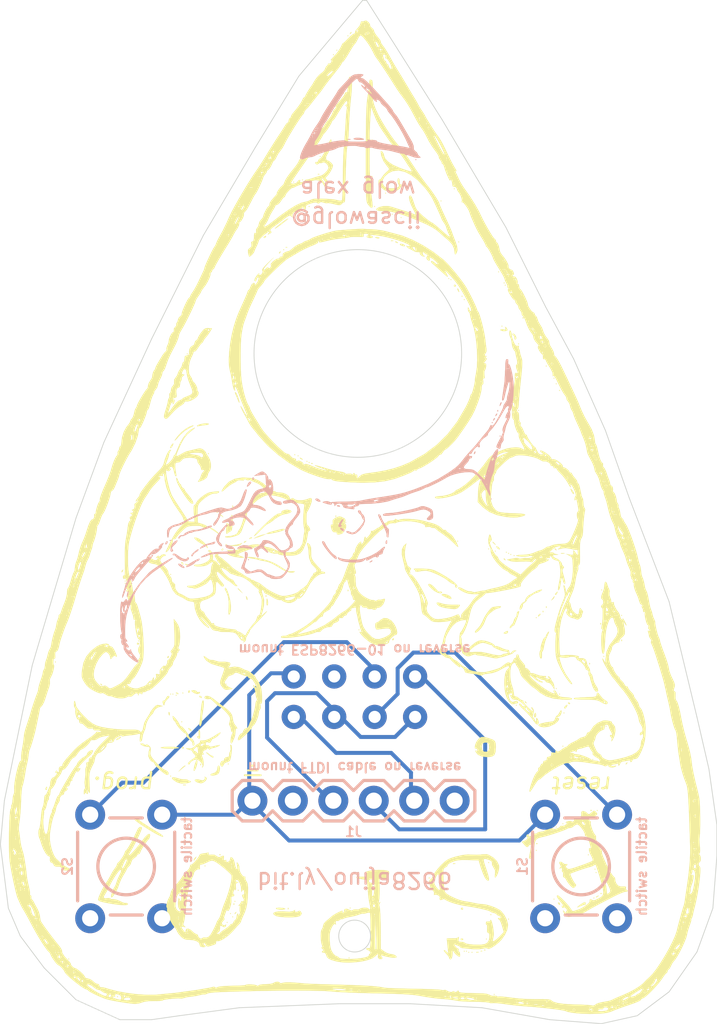
<source format=kicad_pcb>
(kicad_pcb (version 20171130) (host pcbnew "(5.1.5-0-10_14)")

  (general
    (thickness 1.6)
    (drawings 56)
    (tracks 39)
    (zones 0)
    (modules 6)
    (nets 10)
  )

  (page A4)
  (layers
    (0 F.Cu signal)
    (31 B.Cu signal)
    (32 B.Adhes user)
    (33 F.Adhes user)
    (34 B.Paste user)
    (35 F.Paste user)
    (36 B.SilkS user)
    (37 F.SilkS user hide)
    (38 B.Mask user)
    (39 F.Mask user)
    (40 Dwgs.User user hide)
    (41 Cmts.User user)
    (42 Eco1.User user)
    (43 Eco2.User user)
    (44 Edge.Cuts user)
    (45 Margin user)
    (46 B.CrtYd user hide)
    (47 F.CrtYd user hide)
    (48 B.Fab user)
    (49 F.Fab user hide)
  )

  (setup
    (last_trace_width 0.25)
    (trace_clearance 0.2)
    (zone_clearance 0.508)
    (zone_45_only no)
    (trace_min 0.2)
    (via_size 0.8)
    (via_drill 0.4)
    (via_min_size 0.4)
    (via_min_drill 0.3)
    (uvia_size 0.3)
    (uvia_drill 0.1)
    (uvias_allowed no)
    (uvia_min_size 0.2)
    (uvia_min_drill 0.1)
    (edge_width 0.05)
    (segment_width 0.2)
    (pcb_text_width 0.3)
    (pcb_text_size 1.5 1.5)
    (mod_edge_width 0.12)
    (mod_text_size 1 1)
    (mod_text_width 0.15)
    (pad_size 1.524 1.524)
    (pad_drill 0.762)
    (pad_to_mask_clearance 0.051)
    (solder_mask_min_width 0.25)
    (aux_axis_origin 0 0)
    (visible_elements FFFFFF7F)
    (pcbplotparams
      (layerselection 0x010fc_ffffffff)
      (usegerberextensions false)
      (usegerberattributes false)
      (usegerberadvancedattributes false)
      (creategerberjobfile false)
      (excludeedgelayer true)
      (linewidth 0.100000)
      (plotframeref false)
      (viasonmask false)
      (mode 1)
      (useauxorigin false)
      (hpglpennumber 1)
      (hpglpenspeed 20)
      (hpglpendiameter 15.000000)
      (psnegative false)
      (psa4output false)
      (plotreference true)
      (plotvalue true)
      (plotinvisibletext false)
      (padsonsilk false)
      (subtractmaskfromsilk false)
      (outputformat 1)
      (mirror false)
      (drillshape 1)
      (scaleselection 1)
      (outputdirectory ""))
  )

  (net 0 "")
  (net 1 "Net-(J1-PadCTS)")
  (net 2 "Net-(J1-PadDTR)")
  (net 3 GND)
  (net 4 "Net-(J1-PadRXI)")
  (net 5 "Net-(J1-PadTXO)")
  (net 6 "Net-(J1-PadVCC)")
  (net 7 "Net-(S1-Pad3)")
  (net 8 "Net-(S2-Pad1)")
  (net 9 "Net-(U1-Pad7)")

  (net_class Default "This is the default net class."
    (clearance 0.2)
    (trace_width 0.25)
    (via_dia 0.8)
    (via_drill 0.4)
    (uvia_dia 0.3)
    (uvia_drill 0.1)
    (add_net GND)
    (add_net "Net-(J1-PadCTS)")
    (add_net "Net-(J1-PadDTR)")
    (add_net "Net-(J1-PadRXI)")
    (add_net "Net-(J1-PadTXO)")
    (add_net "Net-(J1-PadVCC)")
    (add_net "Net-(S1-Pad3)")
    (add_net "Net-(S2-Pad1)")
    (add_net "Net-(U1-Pad7)")
  )

  (module ESProg:bsilk360 (layer B.Cu) (tedit 0) (tstamp 60193E12)
    (at 125.8 66.1)
    (fp_text reference G*** (at 0 0) (layer B.SilkS) hide
      (effects (font (size 1.524 1.524) (thickness 0.3)) (justify mirror))
    )
    (fp_text value LOGO (at 0.75 0) (layer B.SilkS) hide
      (effects (font (size 1.524 1.524) (thickness 0.3)) (justify mirror))
    )
    (fp_poly (pts (xy -1.992661 -14.902304) (xy -1.860762 -14.959891) (xy -1.668324 -14.993799) (xy -1.656165 -14.994625)
      (xy -1.464174 -15.023549) (xy -1.32898 -15.073654) (xy -1.323926 -15.077263) (xy -1.17037 -15.159571)
      (xy -0.928735 -15.253786) (xy -0.64904 -15.342799) (xy -0.381301 -15.409505) (xy -0.3175 -15.42148)
      (xy -0.109129 -15.474777) (xy 0.049422 -15.545847) (xy 0.071153 -15.56195) (xy 0.19652 -15.614708)
      (xy 0.41834 -15.661814) (xy 0.691959 -15.698676) (xy 0.972723 -15.720702) (xy 1.215978 -15.723302)
      (xy 1.377069 -15.701885) (xy 1.388869 -15.697435) (xy 1.567622 -15.657772) (xy 1.668955 -15.657009)
      (xy 1.80972 -15.639302) (xy 1.865481 -15.59964) (xy 1.964166 -15.563276) (xy 2.06996 -15.588433)
      (xy 2.235269 -15.614801) (xy 2.332046 -15.593404) (xy 2.45607 -15.554708) (xy 2.666354 -15.514637)
      (xy 2.831751 -15.492123) (xy 3.126637 -15.456464) (xy 3.342031 -15.422938) (xy 3.538892 -15.380029)
      (xy 3.778178 -15.316221) (xy 3.810275 -15.307273) (xy 4.028791 -15.254686) (xy 4.205795 -15.226543)
      (xy 4.250972 -15.224937) (xy 4.355429 -15.197312) (xy 4.374444 -15.160895) (xy 4.418048 -15.123104)
      (xy 4.445898 -15.134722) (xy 4.551473 -15.135598) (xy 4.715655 -15.07953) (xy 4.73896 -15.06833)
      (xy 4.961631 -14.990424) (xy 5.179034 -14.960022) (xy 5.320561 -14.967995) (xy 5.338863 -14.999591)
      (xy 5.274027 -15.055994) (xy 5.174466 -15.163551) (xy 5.150555 -15.227657) (xy 5.095354 -15.320003)
      (xy 5.015808 -15.377705) (xy 4.915084 -15.49425) (xy 4.91623 -15.584309) (xy 4.902952 -15.721073)
      (xy 4.82963 -15.917621) (xy 4.77291 -16.026205) (xy 4.501206 -16.494045) (xy 4.290626 -16.85579)
      (xy 4.131392 -17.127349) (xy 4.013727 -17.324631) (xy 3.927854 -17.463548) (xy 3.863993 -17.560008)
      (xy 3.812369 -17.629921) (xy 3.763204 -17.689197) (xy 3.721805 -17.736536) (xy 3.629144 -17.861333)
      (xy 3.598333 -17.933668) (xy 3.554361 -18.009703) (xy 3.437941 -18.159842) (xy 3.272313 -18.354478)
      (xy 3.234905 -18.396614) (xy 2.806459 -18.872769) (xy 2.460287 -19.250196) (xy 2.187441 -19.537828)
      (xy 1.978972 -19.744596) (xy 1.825929 -19.879433) (xy 1.719365 -19.951271) (xy 1.659052 -19.969466)
      (xy 1.56113 -19.979195) (xy 1.587708 -20.0241) (xy 1.640416 -20.065439) (xy 1.739629 -20.153204)
      (xy 1.736005 -20.201349) (xy 1.615985 -20.219888) (xy 1.430872 -20.220202) (xy 1.199386 -20.198888)
      (xy 1.03624 -20.124784) (xy 0.884067 -19.981904) (xy 0.702262 -19.786605) (xy 0.491143 -19.562838)
      (xy 0.405694 -19.473171) (xy 0.258939 -19.313842) (xy 0.162863 -19.198068) (xy 0.141111 -19.161334)
      (xy 0.104183 -19.09255) (xy 0.003313 -18.930096) (xy -0.146628 -18.697352) (xy -0.330771 -18.417699)
      (xy -0.354902 -18.381435) (xy -0.55134 -18.080399) (xy -0.723118 -17.805724) (xy -0.852149 -17.587101)
      (xy -0.920347 -17.454221) (xy -0.921462 -17.45135) (xy -1.009895 -17.277668) (xy -1.144337 -17.071056)
      (xy -1.188745 -17.011372) (xy -1.31443 -16.8275) (xy -1.199445 -16.8275) (xy -1.164167 -16.862778)
      (xy -1.128889 -16.8275) (xy -1.164167 -16.792222) (xy -1.199445 -16.8275) (xy -1.31443 -16.8275)
      (xy -1.347858 -16.778597) (xy -1.400205 -16.686389) (xy -1.27 -16.686389) (xy -1.234723 -16.721667)
      (xy -1.199445 -16.686389) (xy -1.234723 -16.651111) (xy -1.27 -16.686389) (xy -1.400205 -16.686389)
      (xy -1.490291 -16.527708) (xy -1.51266 -16.48136) (xy -1.523707 -16.459669) (xy -1.399738 -16.459669)
      (xy -1.382571 -16.499098) (xy -1.311529 -16.574843) (xy -1.270687 -16.559305) (xy -1.27 -16.549442)
      (xy -1.320115 -16.489765) (xy -1.351457 -16.467985) (xy -1.399738 -16.459669) (xy -1.523707 -16.459669)
      (xy -1.587909 -16.333611) (xy -1.481667 -16.333611) (xy -1.446389 -16.368889) (xy -1.411111 -16.333611)
      (xy -1.446389 -16.298333) (xy -1.481667 -16.333611) (xy -1.587909 -16.333611) (xy -1.632524 -16.246011)
      (xy -1.780854 -15.985736) (xy -1.832141 -15.902548) (xy -1.910071 -15.764424) (xy -1.380003 -15.764424)
      (xy -1.357755 -15.779578) (xy -1.302086 -15.852291) (xy -1.31175 -15.885472) (xy -1.304875 -15.986315)
      (xy -1.250143 -16.073474) (xy -1.153492 -16.209216) (xy -1.044683 -16.395574) (xy -0.953506 -16.577486)
      (xy -0.909755 -16.699894) (xy -0.909362 -16.703288) (xy -0.871273 -16.804891) (xy -0.789214 -16.963997)
      (xy -0.69676 -17.120213) (xy -0.627484 -17.213145) (xy -0.624583 -17.215555) (xy -0.567419 -17.29363)
      (xy -0.47186 -17.454075) (xy -0.408985 -17.568333) (xy -0.309316 -17.746182) (xy -0.174856 -17.970297)
      (xy 0.004871 -18.257354) (xy 0.240345 -18.624026) (xy 0.542044 -19.086987) (xy 0.622649 -19.209978)
      (xy 0.783981 -19.420584) (xy 0.990103 -19.645479) (xy 1.080884 -19.732257) (xy 1.244937 -19.876609)
      (xy 1.336077 -19.934708) (xy 1.3854 -19.91566) (xy 1.422618 -19.83233) (xy 1.488271 -19.72649)
      (xy 1.541369 -19.71357) (xy 1.625257 -19.693243) (xy 1.749743 -19.593741) (xy 1.765931 -19.576992)
      (xy 1.853956 -19.46256) (xy 1.860457 -19.404556) (xy 1.850907 -19.402778) (xy 1.742978 -19.454647)
      (xy 1.728611 -19.473333) (xy 1.636288 -19.541235) (xy 1.615905 -19.543889) (xy 1.62404 -19.499076)
      (xy 1.713499 -19.38215) (xy 1.77985 -19.310145) (xy 1.905 -19.310145) (xy 1.948293 -19.33601)
      (xy 2.046075 -19.286704) (xy 2.130277 -19.20875) (xy 2.253502 -19.051026) (xy 2.290247 -18.973178)
      (xy 2.240748 -18.986405) (xy 2.127579 -19.080839) (xy 1.991737 -19.21193) (xy 1.912954 -19.296899)
      (xy 1.905 -19.310145) (xy 1.77985 -19.310145) (xy 1.849375 -19.234697) (xy 2.048127 -19.024191)
      (xy 2.234305 -18.81492) (xy 2.325023 -18.70553) (xy 2.439589 -18.579388) (xy 2.539985 -18.497804)
      (xy 2.598658 -18.477231) (xy 2.588056 -18.534119) (xy 2.575277 -18.556111) (xy 2.556695 -18.618724)
      (xy 2.636097 -18.610421) (xy 2.710618 -18.58384) (xy 2.807791 -18.503219) (xy 2.822222 -18.455998)
      (xy 2.874399 -18.36168) (xy 3.003018 -18.238222) (xy 3.033889 -18.214489) (xy 3.172304 -18.094663)
      (xy 3.243143 -17.999137) (xy 3.245555 -17.986604) (xy 3.289997 -17.888659) (xy 3.392952 -17.759411)
      (xy 3.564194 -17.54837) (xy 3.772293 -17.246892) (xy 3.994154 -16.892283) (xy 4.206679 -16.521848)
      (xy 4.386775 -16.172892) (xy 4.422979 -16.095668) (xy 4.660976 -15.575503) (xy 4.464793 -15.623694)
      (xy 4.290495 -15.658911) (xy 4.036922 -15.701473) (xy 3.81 -15.734951) (xy 3.371393 -15.801577)
      (xy 3.014716 -15.868527) (xy 2.755241 -15.932155) (xy 2.608239 -15.988814) (xy 2.582634 -16.028014)
      (xy 2.54927 -16.067386) (xy 2.416007 -16.081055) (xy 2.38702 -16.080084) (xy 2.191384 -16.081337)
      (xy 2.047517 -16.100769) (xy 2.046111 -16.101199) (xy 1.981303 -16.115124) (xy 1.993194 -16.104501)
      (xy 2.04791 -16.051903) (xy 1.98967 -16.014353) (xy 1.810287 -15.990239) (xy 1.501572 -15.977949)
      (xy 1.34039 -15.975985) (xy 1.044284 -15.979545) (xy 0.809386 -15.993014) (xy 0.665554 -16.014051)
      (xy 0.635 -16.031332) (xy 0.571136 -16.058484) (xy 0.399044 -16.057017) (xy 0.147977 -16.030123)
      (xy -0.152817 -15.980997) (xy -0.474085 -15.912831) (xy -0.493889 -15.908081) (xy -0.72725 -15.85639)
      (xy -0.962762 -15.811683) (xy -1.170205 -15.778457) (xy -1.319359 -15.761205) (xy -1.380003 -15.764424)
      (xy -1.910071 -15.764424) (xy -1.980354 -15.639854) (xy -2.116869 -15.352174) (xy -2.149994 -15.270565)
      (xy -2.220053 -15.065091) (xy -2.23146 -14.949659) (xy -2.187154 -14.887352) (xy -2.180835 -14.883274)
      (xy -2.048293 -14.871709) (xy -1.992661 -14.902304)) (layer B.SilkS) (width 0.01))
    (fp_poly (pts (xy 5.08 -14.851944) (xy 5.044722 -14.887222) (xy 5.009444 -14.851944) (xy 5.044722 -14.816667)
      (xy 5.08 -14.851944)) (layer B.SilkS) (width 0.01))
    (fp_poly (pts (xy 1.183626 7.053628) (xy 1.173824 7.020003) (xy 1.182587 6.939014) (xy 1.307887 6.914453)
      (xy 1.311656 6.914445) (xy 1.430319 6.891799) (xy 1.446389 6.843889) (xy 1.475225 6.794552)
      (xy 1.615631 6.771933) (xy 1.636252 6.771548) (xy 2.268682 6.750137) (xy 2.814043 6.697726)
      (xy 3.251893 6.616692) (xy 3.434883 6.562419) (xy 3.686338 6.477407) (xy 3.90901 6.408865)
      (xy 4.021666 6.379344) (xy 4.198945 6.32542) (xy 4.421195 6.238235) (xy 4.480277 6.211965)
      (xy 4.737908 6.106525) (xy 5.020613 6.008484) (xy 5.08 5.990575) (xy 5.309667 5.91278)
      (xy 5.504924 5.827843) (xy 5.55253 5.80118) (xy 5.675129 5.73528) (xy 5.728919 5.723793)
      (xy 5.799893 5.706307) (xy 5.962704 5.637405) (xy 6.185144 5.532941) (xy 6.435005 5.40877)
      (xy 6.680081 5.280748) (xy 6.888165 5.16473) (xy 6.985 5.105438) (xy 7.216651 4.988988)
      (xy 7.506258 4.892799) (xy 7.822612 4.821009) (xy 8.134504 4.777756) (xy 8.410724 4.767181)
      (xy 8.620065 4.79342) (xy 8.731315 4.860614) (xy 8.737129 4.87308) (xy 8.818072 4.935122)
      (xy 8.848719 4.938889) (xy 8.92673 4.994313) (xy 9.048004 5.136468) (xy 9.186475 5.329179)
      (xy 9.316078 5.536271) (xy 9.31728 5.538611) (xy 9.454444 5.538611) (xy 9.489722 5.503333)
      (xy 9.525 5.538611) (xy 9.489722 5.573889) (xy 9.454444 5.538611) (xy 9.31728 5.538611)
      (xy 9.407944 5.715) (xy 9.487201 5.871779) (xy 9.51946 5.926667) (xy 9.60052 6.083565)
      (xy 9.638156 6.173611) (xy 9.679836 6.267628) (xy 9.704005 6.232216) (xy 9.719218 6.152089)
      (xy 9.712692 5.98731) (xy 9.674554 5.901563) (xy 9.654092 5.790743) (xy 9.672454 5.590104)
      (xy 9.72087 5.342665) (xy 9.790569 5.091451) (xy 9.872781 4.879481) (xy 9.889752 4.845958)
      (xy 9.935958 4.701577) (xy 9.975388 4.480365) (xy 9.988955 4.355661) (xy 10.015598 4.142534)
      (xy 10.050806 3.993694) (xy 10.071836 3.955256) (xy 10.132879 3.854844) (xy 10.134628 3.845278)
      (xy 10.155206 3.731677) (xy 10.191379 3.553791) (xy 10.193151 3.545417) (xy 10.213837 3.391154)
      (xy 10.200122 3.317218) (xy 10.195844 3.316111) (xy 10.081963 3.38184) (xy 9.948605 3.56577)
      (xy 9.80535 3.848014) (xy 9.73997 4.012259) (xy 9.807222 4.012259) (xy 9.833432 3.892231)
      (xy 9.888675 3.837948) (xy 9.937162 3.88232) (xy 9.917854 3.998394) (xy 9.885715 4.041952)
      (xy 9.820726 4.076086) (xy 9.807222 4.012259) (xy 9.73997 4.012259) (xy 9.661779 4.208686)
      (xy 9.527472 4.627899) (xy 9.509982 4.691945) (xy 9.595555 4.691945) (xy 9.630833 4.656667)
      (xy 9.666111 4.691945) (xy 9.630833 4.727222) (xy 9.595555 4.691945) (xy 9.509982 4.691945)
      (xy 9.479844 4.802306) (xy 9.359389 5.265444) (xy 9.01793 4.925778) (xy 8.822216 4.741088)
      (xy 8.674424 4.638598) (xy 8.529003 4.594793) (xy 8.359902 4.586111) (xy 8.137846 4.564479)
      (xy 8.048527 4.495987) (xy 8.089803 4.375241) (xy 8.219722 4.233333) (xy 8.340222 4.093617)
      (xy 8.395699 3.977002) (xy 8.396111 3.969926) (xy 8.43013 3.904345) (xy 8.459273 3.911264)
      (xy 8.533057 3.891237) (xy 8.565907 3.837017) (xy 8.570619 3.755978) (xy 8.508583 3.762412)
      (xy 8.400273 3.745087) (xy 8.370265 3.703305) (xy 8.377375 3.635112) (xy 8.428608 3.642307)
      (xy 8.524663 3.616648) (xy 8.567338 3.54404) (xy 8.631151 3.425115) (xy 8.734716 3.297865)
      (xy 8.845625 3.193374) (xy 8.931472 3.142726) (xy 8.960555 3.166865) (xy 9.003517 3.219264)
      (xy 9.034537 3.208161) (xy 9.067824 3.126177) (xy 9.04059 3.080524) (xy 9.035998 2.976448)
      (xy 9.119995 2.828407) (xy 9.265114 2.672707) (xy 9.443888 2.545655) (xy 9.446192 2.544416)
      (xy 9.549726 2.462928) (xy 9.564428 2.405605) (xy 9.586696 2.324785) (xy 9.68725 2.201073)
      (xy 9.707024 2.181928) (xy 9.888996 1.976147) (xy 10.107285 1.674443) (xy 10.3398 1.309351)
      (xy 10.549625 0.941102) (xy 10.690815 0.715129) (xy 10.801957 0.615452) (xy 10.84257 0.614202)
      (xy 10.900113 0.677612) (xy 10.867968 0.737926) (xy 10.828335 0.83683) (xy 10.840944 0.869092)
      (xy 10.843257 0.953701) (xy 10.813689 1.003712) (xy 10.738287 1.128957) (xy 10.68877 1.263713)
      (xy 10.67665 1.363169) (xy 10.71344 1.382516) (xy 10.716885 1.380505) (xy 10.782995 1.356259)
      (xy 10.777859 1.417625) (xy 10.698656 1.578885) (xy 10.665955 1.638271) (xy 10.548757 1.880346)
      (xy 10.489118 2.072803) (xy 10.495021 2.186142) (xy 10.513555 2.201478) (xy 10.521751 2.269905)
      (xy 10.469765 2.411701) (xy 10.453148 2.444731) (xy 10.288718 2.758702) (xy 10.181646 2.970425)
      (xy 10.123837 3.102665) (xy 10.107198 3.17819) (xy 10.123636 3.219763) (xy 10.165055 3.250152)
      (xy 10.166478 3.251053) (xy 10.301185 3.309888) (xy 10.362018 3.253563) (xy 10.371666 3.148362)
      (xy 10.41521 2.978334) (xy 10.480711 2.890113) (xy 10.553014 2.769563) (xy 10.549348 2.694317)
      (xy 10.543515 2.560955) (xy 10.581721 2.370278) (xy 10.591756 2.338089) (xy 10.649504 2.142379)
      (xy 10.682357 1.992033) (xy 10.683901 1.97844) (xy 10.720939 1.854146) (xy 10.804066 1.663849)
      (xy 10.853429 1.565849) (xy 10.95073 1.331334) (xy 10.975088 1.150791) (xy 10.96904 1.121491)
      (xy 10.961239 0.968428) (xy 10.990778 0.896198) (xy 11.052463 0.749951) (xy 11.107118 0.498514)
      (xy 11.150795 0.177772) (xy 11.179547 -0.176386) (xy 11.18943 -0.528074) (xy 11.178836 -0.813982)
      (xy 11.142586 -1.132756) (xy 11.089097 -1.439566) (xy 11.025653 -1.706348) (xy 10.959537 -1.905038)
      (xy 10.898032 -2.007574) (xy 10.867859 -2.012257) (xy 10.840043 -2.04511) (xy 10.848695 -2.154079)
      (xy 10.847444 -2.291159) (xy 10.77369 -2.328333) (xy 10.720066 -2.304113) (xy 10.68618 -2.215026)
      (xy 10.667453 -2.036431) (xy 10.659303 -1.743689) (xy 10.659133 -1.728611) (xy 10.795 -1.728611)
      (xy 10.830277 -1.763889) (xy 10.865555 -1.728611) (xy 10.830277 -1.693333) (xy 10.795 -1.728611)
      (xy 10.659133 -1.728611) (xy 10.658932 -1.710972) (xy 10.614333 -0.894298) (xy 10.492107 -0.057393)
      (xy 10.477803 0.017639) (xy 10.458684 0.201972) (xy 10.488913 0.280951) (xy 10.496917 0.282222)
      (xy 10.560065 0.221557) (xy 10.606116 0.088195) (xy 10.670964 -0.206399) (xy 10.742899 -0.487234)
      (xy 10.811582 -0.717896) (xy 10.866677 -0.861973) (xy 10.883242 -0.887871) (xy 10.922627 -0.87791)
      (xy 10.936221 -0.766275) (xy 10.926404 -0.589562) (xy 10.895557 -0.384368) (xy 10.846061 -0.187291)
      (xy 10.835658 -0.156361) (xy 10.781987 0.026277) (xy 10.766527 0.146755) (xy 10.772799 0.165948)
      (xy 10.760609 0.24135) (xy 10.683127 0.380872) (xy 10.656781 0.419271) (xy 10.568308 0.556872)
      (xy 10.539217 0.630907) (xy 10.544266 0.635) (xy 10.537375 0.690943) (xy 10.477245 0.837047)
      (xy 10.380247 1.040723) (xy 10.26275 1.269386) (xy 10.141122 1.490446) (xy 10.031735 1.671317)
      (xy 10.000506 1.717491) (xy 9.888542 1.844258) (xy 9.816027 1.845568) (xy 9.805489 1.831641)
      (xy 9.75058 1.807181) (xy 9.700645 1.907341) (xy 9.613987 2.079264) (xy 9.498904 2.231549)
      (xy 9.37875 2.36962) (xy 9.209365 2.574503) (xy 9.031111 2.797191) (xy 8.835984 3.036512)
      (xy 8.639409 3.263702) (xy 8.495968 3.417167) (xy 8.322338 3.604734) (xy 8.127039 3.836796)
      (xy 8.037421 3.951111) (xy 7.864064 4.170595) (xy 7.705632 4.342142) (xy 7.525836 4.498165)
      (xy 7.478791 4.532424) (xy 7.721156 4.532424) (xy 7.790509 4.521126) (xy 7.88202 4.534098)
      (xy 7.883113 4.558183) (xy 7.788682 4.575026) (xy 7.747882 4.563753) (xy 7.721156 4.532424)
      (xy 7.478791 4.532424) (xy 7.288387 4.671077) (xy 7.055555 4.828076) (xy 6.43592 5.203769)
      (xy 5.780267 5.525982) (xy 5.065397 5.810196) (xy 4.713019 5.934095) (xy 4.403419 6.032238)
      (xy 4.101826 6.112768) (xy 3.773466 6.183826) (xy 3.383569 6.253557) (xy 2.897362 6.330102)
      (xy 2.751666 6.352007) (xy 2.385264 6.409144) (xy 2.055917 6.464904) (xy 1.795714 6.513548)
      (xy 1.636743 6.549336) (xy 1.61995 6.554435) (xy 1.578192 6.561667) (xy 2.398889 6.561667)
      (xy 2.459634 6.512062) (xy 2.592916 6.49607) (xy 2.718417 6.504645) (xy 2.713984 6.529662)
      (xy 2.645833 6.561667) (xy 2.480976 6.620304) (xy 2.409097 6.606519) (xy 2.398889 6.561667)
      (xy 1.578192 6.561667) (xy 1.479535 6.578753) (xy 1.233929 6.59928) (xy 0.919046 6.613708)
      (xy 0.606596 6.619567) (xy 0.277725 6.624599) (xy 0.003145 6.634564) (xy -0.187956 6.648007)
      (xy -0.266029 6.663066) (xy -0.344513 6.659308) (xy -0.392454 6.628572) (xy -0.522523 6.590425)
      (xy -0.677111 6.604964) (xy -0.803574 6.643648) (xy -0.803334 6.675515) (xy -0.736776 6.703343)
      (xy -0.494125 6.77952) (xy -0.32087 6.813174) (xy -0.241817 6.80063) (xy -0.245197 6.776161)
      (xy -0.230837 6.713413) (xy -0.180553 6.702778) (xy -0.086507 6.760592) (xy -0.06841 6.82625)
      (xy -0.056999 6.908195) (xy -0.011847 6.85661) (xy -0.002795 6.841343) (xy 0.104978 6.75895)
      (xy 0.255572 6.73897) (xy 0.392133 6.776868) (xy 0.457807 6.868111) (xy 0.458298 6.878109)
      (xy 0.458877 6.879167) (xy 0.564444 6.879167) (xy 0.599722 6.843889) (xy 0.614007 6.858174)
      (xy 0.729074 6.858174) (xy 0.775114 6.792492) (xy 0.926006 6.799785) (xy 0.926245 6.799833)
      (xy 1.083278 6.805597) (xy 1.168496 6.766328) (xy 1.238783 6.727087) (xy 1.258838 6.738653)
      (xy 1.242783 6.802969) (xy 1.163579 6.865575) (xy 0.984364 6.936049) (xy 0.827074 6.944359)
      (xy 0.736626 6.891271) (xy 0.729074 6.858174) (xy 0.614007 6.858174) (xy 0.635 6.879167)
      (xy 0.599722 6.914445) (xy 0.564444 6.879167) (xy 0.458877 6.879167) (xy 0.52031 6.991375)
      (xy 0.635 7.029218) (xy 0.844427 7.060529) (xy 1.012859 7.089068) (xy 1.151699 7.100295)
      (xy 1.183626 7.053628)) (layer B.SilkS) (width 0.01))
    (fp_poly (pts (xy 10.380279 0.541514) (xy 10.427023 0.4246) (xy 10.422128 0.379721) (xy 10.374001 0.404875)
      (xy 10.345105 0.461339) (xy 10.30513 0.595311) (xy 10.321543 0.622041) (xy 10.380279 0.541514)) (layer B.SilkS) (width 0.01))
    (fp_poly (pts (xy 10.207037 0.964259) (xy 10.215481 0.880526) (xy 10.207037 0.870185) (xy 10.165091 0.87987)
      (xy 10.16 0.917222) (xy 10.185815 0.975298) (xy 10.207037 0.964259)) (layer B.SilkS) (width 0.01))
    (fp_poly (pts (xy 10.088907 1.227376) (xy 10.098199 1.218259) (xy 10.15393 1.125753) (xy 10.146373 1.091744)
      (xy 10.093889 1.112918) (xy 10.058703 1.178763) (xy 10.037221 1.261192) (xy 10.088907 1.227376)) (layer B.SilkS) (width 0.01))
    (fp_poly (pts (xy 9.947796 1.509598) (xy 9.957088 1.500482) (xy 10.012819 1.407975) (xy 10.005262 1.373967)
      (xy 9.952778 1.39514) (xy 9.917591 1.460985) (xy 9.89611 1.543414) (xy 9.947796 1.509598)) (layer B.SilkS) (width 0.01))
    (fp_poly (pts (xy 9.877777 1.658056) (xy 9.8425 1.622778) (xy 9.807222 1.658056) (xy 9.8425 1.693333)
      (xy 9.877777 1.658056)) (layer B.SilkS) (width 0.01))
    (fp_poly (pts (xy 10.371666 2.504722) (xy 10.336389 2.469445) (xy 10.301111 2.504722) (xy 10.336389 2.54)
      (xy 10.371666 2.504722)) (layer B.SilkS) (width 0.01))
    (fp_poly (pts (xy 8.74674 3.617541) (xy 8.773236 3.566099) (xy 8.791289 3.466682) (xy 8.743893 3.485978)
      (xy 8.71071 3.532472) (xy 8.689022 3.624816) (xy 8.697829 3.641348) (xy 8.74674 3.617541)) (layer B.SilkS) (width 0.01))
    (fp_poly (pts (xy -6.597285 8.159061) (xy -6.461041 8.119588) (xy -6.414785 8.113889) (xy -6.345955 8.068736)
      (xy -6.351653 7.968352) (xy -6.415401 7.865348) (xy -6.50875 7.813892) (xy -6.605373 7.790437)
      (xy -6.590737 7.757175) (xy -6.455834 7.692311) (xy -6.234359 7.627568) (xy -5.989442 7.600108)
      (xy -5.979749 7.600111) (xy -5.784516 7.625908) (xy -5.621082 7.720263) (xy -5.48085 7.857896)
      (xy -5.336 8.006286) (xy -5.228625 8.098678) (xy -5.198463 8.113889) (xy -5.150022 8.072761)
      (xy -5.213476 7.951619) (xy -5.386873 7.753824) (xy -5.43681 7.703125) (xy -5.723065 7.41687)
      (xy -5.542644 7.298654) (xy -5.414166 7.185191) (xy -5.362223 7.082719) (xy -5.303595 7.007332)
      (xy -5.151086 6.987056) (xy -4.939754 7.019673) (xy -4.704656 7.102963) (xy -4.653856 7.127545)
      (xy -4.468175 7.205269) (xy -4.381375 7.205924) (xy -4.403764 7.135328) (xy -4.497917 7.039559)
      (xy -4.702389 6.913758) (xy -4.939525 6.839474) (xy -5.08882 6.833308) (xy -5.188797 6.80248)
      (xy -5.209923 6.688944) (xy -5.158986 6.522142) (xy -5.042772 6.331519) (xy -4.947709 6.221208)
      (xy -4.70968 6.026962) (xy -4.504844 5.969486) (xy -4.330605 6.049053) (xy -4.184366 6.265936)
      (xy -4.167707 6.303224) (xy -4.034623 6.561292) (xy -3.885782 6.715263) (xy -3.682918 6.800343)
      (xy -3.609248 6.817012) (xy -3.452047 6.833521) (xy -3.39163 6.788761) (xy -3.386667 6.746875)
      (xy -3.413648 6.644362) (xy -3.439584 6.626979) (xy -3.544282 6.611196) (xy -3.661599 6.590565)
      (xy -3.80979 6.530059) (xy -3.943997 6.425156) (xy -4.030924 6.311095) (xy -4.037276 6.223116)
      (xy -4.022018 6.209106) (xy -3.952894 6.0958) (xy -3.919192 5.897071) (xy -3.921978 5.664363)
      (xy -3.962314 5.449117) (xy -4.00426 5.350969) (xy -4.099371 5.225005) (xy -4.168022 5.224556)
      (xy -4.180934 5.240188) (xy -4.220887 5.267459) (xy -4.215948 5.185833) (xy -4.249194 5.043367)
      (xy -4.359961 4.884683) (xy -4.50287 4.762897) (xy -4.607386 4.727687) (xy -4.719303 4.764336)
      (xy -4.881508 4.853385) (xy -4.903416 4.86754) (xy -5.114886 5.006928) (xy -4.756562 4.96449)
      (xy -4.398237 4.922051) (xy -4.38453 5.195054) (xy -4.371331 5.413124) (xy -4.356903 5.59058)
      (xy -4.354995 5.608509) (xy -4.369514 5.667368) (xy -4.203427 5.667368) (xy -4.146961 5.590732)
      (xy -4.088059 5.573889) (xy -4.022941 5.621228) (xy -4.021667 5.632685) (xy -4.067693 5.734935)
      (xy -4.163234 5.749134) (xy -4.17377 5.743485) (xy -4.203427 5.667368) (xy -4.369514 5.667368)
      (xy -4.382735 5.720959) (xy -4.51764 5.784218) (xy -4.550834 5.791492) (xy -4.823597 5.860396)
      (xy -5.004072 5.957224) (xy -5.140163 6.119009) (xy -5.258233 6.338339) (xy -5.430129 6.68877)
      (xy -5.556645 6.934714) (xy -5.655375 7.097963) (xy -5.743913 7.20031) (xy -5.839851 7.263548)
      (xy -5.960783 7.309469) (xy -6.069131 7.342799) (xy -6.285745 7.423366) (xy -6.446135 7.509198)
      (xy -6.495708 7.554465) (xy -6.549691 7.606812) (xy -6.561667 7.584722) (xy -6.590439 7.562165)
      (xy -6.615664 7.591782) (xy -6.715537 7.667877) (xy -6.874757 7.737303) (xy -7.024385 7.808101)
      (xy -7.109152 7.885702) (xy -7.114956 7.942242) (xy -7.027698 7.94986) (xy -6.975709 7.936777)
      (xy -6.787927 7.88777) (xy -6.701362 7.899129) (xy -6.68514 7.981579) (xy -6.69125 8.035588)
      (xy -6.689624 8.154981) (xy -6.62067 8.167167) (xy -6.597285 8.159061)) (layer B.SilkS) (width 0.01))
    (fp_poly (pts (xy -5.149405 5.255678) (xy -5.108704 5.171121) (xy -5.118291 5.14568) (xy -5.186403 5.083119)
      (xy -5.219731 5.154375) (xy -5.221111 5.189997) (xy -5.186398 5.262666) (xy -5.149405 5.255678)) (layer B.SilkS) (width 0.01))
    (fp_poly (pts (xy -5.444768 5.619885) (xy -5.432778 5.609167) (xy -5.316629 5.475435) (xy -5.300045 5.386046)
      (xy -5.35974 5.362222) (xy -5.443653 5.417174) (xy -5.500851 5.498695) (xy -5.567085 5.649372)
      (xy -5.547873 5.69061) (xy -5.444768 5.619885)) (layer B.SilkS) (width 0.01))
    (fp_poly (pts (xy -10.489637 8.827915) (xy -10.470953 8.67518) (xy -10.470445 8.641943) (xy -10.409251 8.398299)
      (xy -10.232056 8.227793) (xy -9.948434 8.139204) (xy -9.917985 8.135546) (xy -9.699614 8.074877)
      (xy -9.516233 7.976506) (xy -9.226218 7.796457) (xy -8.878819 7.628239) (xy -8.534746 7.498706)
      (xy -8.30738 7.441745) (xy -8.105429 7.399801) (xy -7.962106 7.354555) (xy -7.9375 7.341342)
      (xy -7.828295 7.307046) (xy -7.636702 7.28093) (xy -7.549445 7.274989) (xy -7.359691 7.273718)
      (xy -7.291337 7.298153) (xy -7.314626 7.342601) (xy -7.37148 7.457175) (xy -7.367166 7.505125)
      (xy -7.389765 7.605303) (xy -7.483701 7.753104) (xy -7.513791 7.789724) (xy -7.648487 7.964216)
      (xy -7.685541 8.072445) (xy -7.634983 8.139907) (xy -7.573662 8.102866) (xy -7.472625 7.971498)
      (xy -7.383969 7.826571) (xy -7.285757 7.639345) (xy -7.233008 7.513122) (xy -7.232914 7.478889)
      (xy -7.258713 7.451945) (xy -7.194901 7.387789) (xy -7.07852 7.311439) (xy -6.946609 7.247909)
      (xy -6.85412 7.223057) (xy -6.506051 7.159432) (xy -6.201137 7.052679) (xy -5.980524 6.91873)
      (xy -5.927538 6.864249) (xy -5.830077 6.697011) (xy -5.73029 6.459526) (xy -5.683276 6.316505)
      (xy -5.614161 6.073283) (xy -5.582712 5.935424) (xy -5.586049 5.873129) (xy -5.621293 5.856601)
      (xy -5.638775 5.856111) (xy -5.694398 5.917461) (xy -5.76944 6.075605) (xy -5.824228 6.226528)
      (xy -5.945671 6.53853) (xy -6.088308 6.750979) (xy -6.286208 6.904845) (xy -6.461969 6.993457)
      (xy -6.671705 7.07156) (xy -6.831571 7.079537) (xy -6.967596 7.040528) (xy -7.16082 6.995654)
      (xy -7.37292 7.018834) (xy -7.490627 7.05092) (xy -7.657895 7.102593) (xy -7.243704 7.102593)
      (xy -7.234019 7.060648) (xy -7.196667 7.055556) (xy -7.138592 7.081371) (xy -7.14963 7.102593)
      (xy -7.233363 7.111037) (xy -7.243704 7.102593) (xy -7.657895 7.102593) (xy -8.004123 7.20955)
      (xy -8.408147 7.343486) (xy -8.729893 7.463176) (xy -8.996555 7.579066) (xy -9.235325 7.701603)
      (xy -9.341081 7.761792) (xy -9.589854 7.8964) (xy -9.809095 7.996038) (xy -9.957578 8.042343)
      (xy -9.973797 8.043597) (xy -10.133823 8.079828) (xy -10.327826 8.168254) (xy -10.354028 8.183671)
      (xy -10.507362 8.299287) (xy -10.571837 8.434249) (xy -10.583334 8.606741) (xy -10.570851 8.783892)
      (xy -10.539658 8.882641) (xy -10.526889 8.89) (xy -10.489637 8.827915)) (layer B.SilkS) (width 0.01))
    (fp_poly (pts (xy -0.946944 6.591278) (xy -0.987778 6.526389) (xy -1.099294 6.443346) (xy -1.21165 6.422988)
      (xy -1.269368 6.473734) (xy -1.27 6.483563) (xy -1.210587 6.558964) (xy -1.07515 6.617931)
      (xy -0.973368 6.632222) (xy -0.946944 6.591278)) (layer B.SilkS) (width 0.01))
    (fp_poly (pts (xy 9.807222 6.455833) (xy 9.771944 6.420556) (xy 9.736666 6.455833) (xy 9.771944 6.491111)
      (xy 9.807222 6.455833)) (layer B.SilkS) (width 0.01))
    (fp_poly (pts (xy -3.4977 11.458038) (xy -3.37169 11.421824) (xy -3.262675 11.327985) (xy -3.120452 11.161335)
      (xy -3.044452 11.057297) (xy -2.891861 10.757814) (xy -2.868732 10.495929) (xy -2.975387 10.27935)
      (xy -3.01052 10.243802) (xy -3.10535 10.106819) (xy -3.15122 9.944793) (xy -3.143195 9.805766)
      (xy -3.076342 9.737783) (xy -3.062597 9.736667) (xy -2.948799 9.679659) (xy -2.918293 9.630833)
      (xy -2.829457 9.537063) (xy -2.779396 9.525) (xy -2.701211 9.468011) (xy -2.68116 9.322314)
      (xy -2.715075 9.125812) (xy -2.798784 8.916409) (xy -2.856916 8.820288) (xy -2.964458 8.646316)
      (xy -2.993764 8.516431) (xy -2.956942 8.366318) (xy -2.947281 8.340245) (xy -2.865937 8.187679)
      (xy -2.780414 8.114903) (xy -2.771476 8.113889) (xy -2.692249 8.056807) (xy -2.681111 8.004229)
      (xy -2.63568 7.887352) (xy -2.522004 7.727366) (xy -2.473505 7.672431) (xy -2.3316 7.492401)
      (xy -2.236212 7.320242) (xy -2.223943 7.283127) (xy -2.23362 7.1007) (xy -2.322266 6.892491)
      (xy -2.461356 6.697166) (xy -2.622363 6.553389) (xy -2.776761 6.499825) (xy -2.799945 6.502403)
      (xy -2.904711 6.518287) (xy -3.078903 6.541168) (xy -3.086806 6.542151) (xy -3.254568 6.587855)
      (xy -3.315741 6.657051) (xy -3.255782 6.728359) (xy -3.223311 6.742818) (xy -3.090402 6.746749)
      (xy -2.958728 6.713452) (xy -2.76661 6.691403) (xy -2.592917 6.761395) (xy -2.433206 6.924243)
      (xy -2.387515 7.142841) (xy -2.454797 7.391251) (xy -2.628195 7.637411) (xy -2.913952 7.96075)
      (xy -3.092848 8.219757) (xy -3.171448 8.434048) (xy -3.161456 8.558955) (xy -3.139723 8.537222)
      (xy -3.104445 8.5725) (xy -3.139723 8.607778) (xy -3.1591 8.5884) (xy -3.156313 8.623241)
      (xy -3.054008 8.806952) (xy -3.02971 8.837485) (xy -2.881159 9.093711) (xy -2.857971 9.330011)
      (xy -2.953958 9.524102) (xy -3.162934 9.653704) (xy -3.263638 9.680093) (xy -3.408455 9.681756)
      (xy -3.531575 9.603312) (xy -3.636463 9.479712) (xy -3.805287 9.298338) (xy -3.989777 9.154995)
      (xy -4.021811 9.13687) (xy -4.21158 9.065064) (xy -4.39848 9.034057) (xy -4.537956 9.046883)
      (xy -4.586111 9.09846) (xy -4.637659 9.202872) (xy -4.760362 9.338295) (xy -4.906312 9.460003)
      (xy -5.0276 9.52327) (xy -5.043005 9.525) (xy -5.104343 9.558674) (xy -5.095241 9.679942)
      (xy -5.081492 9.731465) (xy -5.015622 9.9236) (xy -4.95507 10.058025) (xy -4.884711 10.130216)
      (xy -4.837525 10.097353) (xy -4.829882 9.995327) (xy -4.870787 9.873193) (xy -4.923307 9.754424)
      (xy -4.926967 9.710659) (xy -4.859094 9.661777) (xy -4.777588 9.600112) (xy -4.683503 9.550283)
      (xy -4.589453 9.577793) (xy -4.449861 9.696747) (xy -4.442449 9.703833) (xy -4.315193 9.8082)
      (xy -4.241062 9.835037) (xy -4.233334 9.819732) (xy -4.282384 9.713864) (xy -4.374445 9.614463)
      (xy -4.492204 9.491782) (xy -4.495125 9.39283) (xy -4.4073 9.285712) (xy -4.25632 9.225493)
      (xy -4.058634 9.285275) (xy -3.829864 9.45846) (xy -3.715377 9.577917) (xy -3.559202 9.720737)
      (xy -3.412883 9.800907) (xy -3.375194 9.807222) (xy -3.279604 9.831842) (xy -3.274707 9.867864)
      (xy -3.265796 9.958949) (xy -3.204071 10.132135) (xy -3.128743 10.296627) (xy -3.027275 10.514563)
      (xy -2.988221 10.657297) (xy -3.004003 10.772155) (xy -3.039611 10.853346) (xy -3.241865 11.148195)
      (xy -3.484303 11.311248) (xy -3.760278 11.339816) (xy -4.025171 11.251799) (xy -4.164594 11.191978)
      (xy -4.23215 11.187105) (xy -4.233334 11.191547) (xy -4.274479 11.177744) (xy -4.376379 11.083873)
      (xy -4.406354 11.052247) (xy -4.633796 10.899195) (xy -4.899726 10.877341) (xy -5.145126 10.965267)
      (xy -5.310211 11.018789) (xy -5.39207 10.995638) (xy -5.508946 10.90519) (xy -5.609167 10.83317)
      (xy -5.688737 10.768867) (xy -5.715053 10.695745) (xy -5.68981 10.570756) (xy -5.626806 10.385135)
      (xy -5.538274 10.107436) (xy -5.510177 9.930508) (xy -5.542088 9.827811) (xy -5.617016 9.778696)
      (xy -5.693949 9.771148) (xy -5.69862 9.857043) (xy -5.685519 9.915081) (xy -5.689312 10.130188)
      (xy -5.780739 10.412456) (xy -5.783503 10.418737) (xy -5.882044 10.654595) (xy -5.918964 10.790523)
      (xy -5.896887 10.852229) (xy -5.829063 10.865556) (xy -5.736015 10.924969) (xy -5.692028 11.016336)
      (xy -5.661629 11.089893) (xy -5.600859 11.129765) (xy -5.484262 11.136636) (xy -5.286379 11.111191)
      (xy -4.981753 11.054116) (xy -4.899301 11.037667) (xy -4.720328 11.030869) (xy -4.573385 11.114754)
      (xy -4.511245 11.175683) (xy -4.361536 11.299026) (xy -4.2264 11.357517) (xy -4.215695 11.358226)
      (xy -4.110867 11.386101) (xy -4.092223 11.416161) (xy -4.030461 11.454984) (xy -3.877982 11.475162)
      (xy -3.683993 11.476309) (xy -3.4977 11.458038)) (layer B.SilkS) (width 0.01))
    (fp_poly (pts (xy 0.282222 6.91223) (xy 0.225041 6.851588) (xy 0.176389 6.843889) (xy 0.082253 6.858984)
      (xy 0.070555 6.871618) (xy 0.125727 6.917113) (xy 0.176389 6.939959) (xy 0.26724 6.941426)
      (xy 0.282222 6.91223)) (layer B.SilkS) (width 0.01))
    (fp_poly (pts (xy 5.983677 7.754499) (xy 6.087866 7.692837) (xy 6.128134 7.585239) (xy 6.124788 7.400383)
      (xy 6.101185 7.220239) (xy 6.039765 7.11289) (xy 5.902781 7.032354) (xy 5.782254 6.983101)
      (xy 5.55099 6.908992) (xy 5.396057 6.90566) (xy 5.326832 6.932848) (xy 5.156387 7.000631)
      (xy 4.884887 7.078753) (xy 4.551156 7.158969) (xy 4.194021 7.233034) (xy 3.852308 7.292705)
      (xy 3.564843 7.329736) (xy 3.419898 7.337778) (xy 3.179274 7.35342) (xy 3.023566 7.394725)
      (xy 2.973085 7.453264) (xy 3.018255 7.504505) (xy 3.119672 7.51482) (xy 3.328804 7.502603)
      (xy 3.614849 7.472255) (xy 3.947007 7.428175) (xy 4.294475 7.374764) (xy 4.626451 7.31642)
      (xy 4.912133 7.257543) (xy 5.111344 7.205519) (xy 5.363046 7.134461) (xy 5.534143 7.112866)
      (xy 5.674893 7.137401) (xy 5.744014 7.163566) (xy 5.93175 7.273516) (xy 5.980047 7.390605)
      (xy 5.890577 7.52115) (xy 5.847788 7.555944) (xy 5.742877 7.677335) (xy 5.759389 7.762442)
      (xy 5.877852 7.782814) (xy 5.983677 7.754499)) (layer B.SilkS) (width 0.01))
    (fp_poly (pts (xy 1.267964 8.618177) (xy 1.499075 8.428451) (xy 1.552222 8.369697) (xy 1.759765 8.083659)
      (xy 1.845711 7.834424) (xy 1.819068 7.606221) (xy 1.751002 7.465499) (xy 1.686431 7.408333)
      (xy 1.628792 7.351633) (xy 1.622777 7.310049) (xy 1.565865 7.201128) (xy 1.516944 7.171152)
      (xy 1.426034 7.182292) (xy 1.411111 7.236373) (xy 1.467865 7.353668) (xy 1.510577 7.380375)
      (xy 1.603205 7.472723) (xy 1.653032 7.589828) (xy 1.709945 7.719558) (xy 1.765831 7.761111)
      (xy 1.792844 7.806672) (xy 1.74276 7.924033) (xy 1.637248 8.084213) (xy 1.497981 8.258229)
      (xy 1.346628 8.417101) (xy 1.204861 8.531846) (xy 1.177295 8.54819) (xy 1.021056 8.574808)
      (xy 0.951379 8.536292) (xy 0.80122 8.478577) (xy 0.726583 8.480673) (xy 0.665545 8.510012)
      (xy 0.718586 8.562756) (xy 0.81531 8.61536) (xy 1.046393 8.678363) (xy 1.267964 8.618177)) (layer B.SilkS) (width 0.01))
    (fp_poly (pts (xy 3.320615 8.841247) (xy 3.330132 8.736682) (xy 3.346943 8.562447) (xy 3.347689 8.554861)
      (xy 3.350111 8.399285) (xy 3.325858 8.326324) (xy 3.321977 8.325556) (xy 3.254643 8.269057)
      (xy 3.150482 8.127216) (xy 3.034532 7.941519) (xy 2.931833 7.75345) (xy 2.867424 7.604493)
      (xy 2.857373 7.555799) (xy 2.798439 7.451489) (xy 2.730374 7.421062) (xy 2.683021 7.432434)
      (xy 2.688543 7.506181) (xy 2.753094 7.660302) (xy 2.882829 7.912794) (xy 2.92589 7.992883)
      (xy 3.062738 8.264333) (xy 3.160865 8.495258) (xy 3.20746 8.653548) (xy 3.20683 8.697154)
      (xy 3.209246 8.81514) (xy 3.240745 8.85175) (xy 3.312461 8.860191) (xy 3.320615 8.841247)) (layer B.SilkS) (width 0.01))
    (fp_poly (pts (xy 0.303023 8.209519) (xy 0.356146 8.18087) (xy 0.413668 8.127195) (xy 0.36879 8.114969)
      (xy 0.324945 8.081145) (xy 0.374724 7.968673) (xy 0.395986 7.935298) (xy 0.473182 7.788337)
      (xy 0.472361 7.723306) (xy 0.401919 7.759121) (xy 0.34449 7.819264) (xy 0.22533 7.993504)
      (xy 0.179267 8.134241) (xy 0.205449 8.215053) (xy 0.303023 8.209519)) (layer B.SilkS) (width 0.01))
    (fp_poly (pts (xy -7.126111 9.371814) (xy -7.177267 9.270011) (xy -7.243875 9.207501) (xy -7.311235 9.139026)
      (xy -7.325975 9.041842) (xy -7.290949 8.870748) (xy -7.269984 8.794028) (xy -7.196295 8.597153)
      (xy -7.115906 8.481753) (xy -7.081664 8.466667) (xy -6.99662 8.409823) (xy -6.985 8.358619)
      (xy -6.927919 8.240893) (xy -6.879167 8.209959) (xy -6.785802 8.140704) (xy -6.773334 8.10634)
      (xy -6.808075 8.0463) (xy -6.911085 8.107616) (xy -7.080546 8.289171) (xy -7.090834 8.301509)
      (xy -7.305504 8.567686) (xy -7.436508 8.757781) (xy -7.495396 8.899855) (xy -7.493719 9.02197)
      (xy -7.443028 9.152189) (xy -7.441907 9.154441) (xy -7.343158 9.304852) (xy -7.236751 9.403145)
      (xy -7.154143 9.427668) (xy -7.126111 9.371814)) (layer B.SilkS) (width 0.01))
    (fp_poly (pts (xy -9.797569 8.921194) (xy -9.766212 8.865226) (xy -9.699295 8.786436) (xy -9.657432 8.789531)
      (xy -9.56235 8.780726) (xy -9.403423 8.71022) (xy -9.347325 8.677538) (xy -9.196129 8.594686)
      (xy -9.109589 8.567786) (xy -9.101667 8.575385) (xy -9.05789 8.585138) (xy -9.013473 8.558344)
      (xy -8.873066 8.499914) (xy -8.770107 8.483804) (xy -8.596557 8.459142) (xy -8.372254 8.406909)
      (xy -8.137155 8.33933) (xy -7.931217 8.268626) (xy -7.794395 8.207021) (xy -7.761111 8.175147)
      (xy -7.810305 8.123036) (xy -7.961966 8.150961) (xy -8.219723 8.258861) (xy -8.468355 8.346005)
      (xy -8.725314 8.392162) (xy -8.773504 8.394261) (xy -8.989028 8.420281) (xy -9.21249 8.484268)
      (xy -9.401056 8.56914) (xy -9.511892 8.65782) (xy -9.525 8.693921) (xy -9.576235 8.735235)
      (xy -9.625675 8.725354) (xy -9.730881 8.736507) (xy -9.828932 8.810134) (xy -9.87023 8.900285)
      (xy -9.854215 8.937081) (xy -9.797569 8.921194)) (layer B.SilkS) (width 0.01))
    (fp_poly (pts (xy 0.558619 8.447357) (xy 0.479777 8.339667) (xy 0.366663 8.263464) (xy 0.291664 8.274162)
      (xy 0.282222 8.308584) (xy 0.335113 8.383359) (xy 0.423333 8.450293) (xy 0.53761 8.494398)
      (xy 0.558619 8.447357)) (layer B.SilkS) (width 0.01))
    (fp_poly (pts (xy -10.32463 9.078148) (xy -10.334315 9.036203) (xy -10.371667 9.031111) (xy -10.429742 9.056926)
      (xy -10.418704 9.078148) (xy -10.334971 9.086592) (xy -10.32463 9.078148)) (layer B.SilkS) (width 0.01))
    (fp_poly (pts (xy -10.273494 9.765121) (xy -10.196824 9.706195) (xy -10.239224 9.620389) (xy -10.282408 9.515098)
      (xy -10.22171 9.4346) (xy -10.053531 9.272895) (xy -9.952483 9.142904) (xy -9.923732 9.063076)
      (xy -9.972444 9.05186) (xy -10.103786 9.127705) (xy -10.144211 9.157851) (xy -10.247627 9.278572)
      (xy -10.323372 9.438798) (xy -10.36325 9.600044) (xy -10.359069 9.723821) (xy -10.302635 9.771642)
      (xy -10.273494 9.765121)) (layer B.SilkS) (width 0.01))
    (fp_poly (pts (xy 3.231248 9.256734) (xy 3.245555 9.176386) (xy 3.229887 9.049258) (xy 3.187776 9.057231)
      (xy 3.150352 9.134685) (xy 3.151104 9.248217) (xy 3.178081 9.27996) (xy 3.231248 9.256734)) (layer B.SilkS) (width 0.01))
    (fp_poly (pts (xy -10.584085 9.25724) (xy -10.557819 9.2075) (xy -10.552768 9.116469) (xy -10.577999 9.101667)
      (xy -10.653138 9.15776) (xy -10.679404 9.2075) (xy -10.684455 9.298532) (xy -10.659224 9.313333)
      (xy -10.584085 9.25724)) (layer B.SilkS) (width 0.01))
    (fp_poly (pts (xy -8.381453 9.52689) (xy -8.359474 9.517504) (xy -8.191629 9.437449) (xy -8.082415 9.370723)
      (xy -8.082139 9.370488) (xy -7.966379 9.327688) (xy -7.82172 9.313333) (xy -7.662947 9.288443)
      (xy -7.581821 9.238084) (xy -7.557405 9.14707) (xy -7.634928 9.143091) (xy -7.691144 9.168467)
      (xy -7.829759 9.218566) (xy -8.028164 9.266094) (xy -8.051286 9.270388) (xy -8.261949 9.341501)
      (xy -8.429231 9.45252) (xy -8.437982 9.461729) (xy -8.521295 9.558602) (xy -8.507612 9.576656)
      (xy -8.381453 9.52689)) (layer B.SilkS) (width 0.01))
    (fp_poly (pts (xy 0.079066 10.18666) (xy 0.053426 10.093104) (xy -0.020131 10.007086) (xy -0.059487 9.987124)
      (xy -0.17235 9.906048) (xy -0.322183 9.743447) (xy -0.476588 9.540681) (xy -0.603169 9.339109)
      (xy -0.656346 9.225139) (xy -0.724828 9.129738) (xy -0.806059 9.100347) (xy -0.846635 9.15569)
      (xy -0.846667 9.158409) (xy -0.802381 9.282649) (xy -0.686833 9.468929) (xy -0.525988 9.685661)
      (xy -0.345808 9.901261) (xy -0.172259 10.084142) (xy -0.031304 10.202721) (xy 0.034667 10.230556)
      (xy 0.079066 10.18666)) (layer B.SilkS) (width 0.01))
    (fp_poly (pts (xy -13.330376 12.560054) (xy -13.257382 12.363692) (xy -13.226558 12.270631) (xy -13.124077 11.990581)
      (xy -13.012295 11.744202) (xy -12.913207 11.579221) (xy -12.901367 11.565076) (xy -12.804148 11.470132)
      (xy -12.78392 11.489512) (xy -12.792619 11.518195) (xy -12.803807 11.622189) (xy -12.753304 11.63466)
      (xy -12.678526 11.564538) (xy -12.635291 11.480654) (xy -12.594155 11.393488) (xy -12.524165 11.285347)
      (xy -12.411372 11.138822) (xy -12.241825 10.936508) (xy -12.001575 10.660997) (xy -11.759906 10.388339)
      (xy -11.599917 10.197466) (xy -11.492698 10.047737) (xy -11.458771 9.968222) (xy -11.460774 9.964597)
      (xy -11.528078 9.980927) (xy -11.604874 10.059317) (xy -11.681757 10.133754) (xy -11.709979 10.115723)
      (xy -11.654564 9.993304) (xy -11.527062 9.913806) (xy -11.419087 9.913469) (xy -11.313036 9.88879)
      (xy -11.158174 9.778484) (xy -11.078803 9.70302) (xy -10.952045 9.56158) (xy -10.891207 9.471542)
      (xy -10.895632 9.454445) (xy -10.905942 9.41115) (xy -10.864141 9.346906) (xy -10.797683 9.240084)
      (xy -10.83049 9.216239) (xy -10.944885 9.279369) (xy -10.99441 9.317436) (xy -11.099799 9.440654)
      (xy -11.10685 9.534143) (xy -11.106165 9.589616) (xy -11.203391 9.57902) (xy -11.322449 9.586177)
      (xy -11.465079 9.680151) (xy -11.556285 9.771945) (xy -11.43 9.771945) (xy -11.394723 9.736667)
      (xy -11.359445 9.771945) (xy -11.394723 9.807222) (xy -11.43 9.771945) (xy -11.556285 9.771945)
      (xy -11.629996 9.84613) (xy -11.772317 10.015291) (xy -11.857511 10.142045) (xy -11.869091 10.19128)
      (xy -11.889757 10.224825) (xy -11.942404 10.230556) (xy -12.08421 10.289238) (xy -12.270191 10.447941)
      (xy -12.352386 10.538648) (xy -12.206111 10.538648) (xy -12.171325 10.435194) (xy -12.101617 10.394897)
      (xy -12.075584 10.408121) (xy -12.085321 10.480607) (xy -12.122621 10.528065) (xy -12.193655 10.56784)
      (xy -12.206111 10.538648) (xy -12.352386 10.538648) (xy -12.481064 10.680649) (xy -12.697544 10.961346)
      (xy -12.775186 11.077222) (xy -12.5966 11.077222) (xy -12.588777 11.02682) (xy -12.519927 10.905129)
      (xy -12.517123 10.900833) (xy -12.407492 10.770444) (xy -12.317172 10.722515) (xy -12.276829 10.772544)
      (xy -12.276667 10.77932) (xy -12.32505 10.858722) (xy -12.433327 10.968118) (xy -12.54619 11.056008)
      (xy -12.5966 11.077222) (xy -12.775186 11.077222) (xy -12.900348 11.264016) (xy -12.901118 11.265371)
      (xy -12.747037 11.265371) (xy -12.737352 11.223425) (xy -12.7 11.218333) (xy -12.641925 11.244149)
      (xy -12.652963 11.265371) (xy -12.736696 11.273815) (xy -12.747037 11.265371) (xy -12.901118 11.265371)
      (xy -13.070191 11.562643) (xy -13.18779 11.831211) (xy -13.223714 11.959167) (xy -13.270424 12.130737)
      (xy -13.328735 12.298899) (xy -13.384828 12.498313) (xy -13.402247 12.651677) (xy -13.381868 12.662997)
      (xy -13.330376 12.560054)) (layer B.SilkS) (width 0.01))
    (fp_poly (pts (xy -8.269847 10.092664) (xy -8.096396 10.035751) (xy -7.937429 9.967068) (xy -7.926591 9.961375)
      (xy -7.800345 9.931114) (xy -7.570593 9.908593) (xy -7.274854 9.896682) (xy -7.07118 9.895923)
      (xy -6.76592 9.894939) (xy -6.515614 9.886267) (xy -6.352348 9.871471) (xy -6.307339 9.858635)
      (xy -6.277343 9.743293) (xy -6.329391 9.594921) (xy -6.436003 9.469463) (xy -6.51922 9.427271)
      (xy -6.700378 9.375831) (xy -6.802057 9.341364) (xy -6.897664 9.346891) (xy -6.914445 9.40407)
      (xy -6.850091 9.52184) (xy -6.664193 9.585458) (xy -6.506508 9.595556) (xy -6.384961 9.609234)
      (xy -6.386756 9.65886) (xy -6.404555 9.678333) (xy -6.516845 9.720385) (xy -6.743956 9.751988)
      (xy -7.059777 9.769835) (xy -7.141861 9.771641) (xy -7.526161 9.788193) (xy -7.815125 9.828306)
      (xy -8.053587 9.899235) (xy -8.131528 9.931841) (xy -8.320246 10.022119) (xy -8.441802 10.091787)
      (xy -8.466667 10.11583) (xy -8.409398 10.123969) (xy -8.269847 10.092664)) (layer B.SilkS) (width 0.01))
    (fp_poly (pts (xy -5.226254 9.593335) (xy -5.251992 9.524023) (xy -5.309306 9.472284) (xy -5.527485 9.373316)
      (xy -5.786178 9.35601) (xy -6.01807 9.421938) (xy -6.067778 9.454545) (xy -6.17261 9.553336)
      (xy -6.154922 9.586394) (xy -6.018401 9.551101) (xy -5.961945 9.529633) (xy -5.798942 9.513517)
      (xy -5.573146 9.548653) (xy -5.520973 9.562965) (xy -5.319019 9.607646) (xy -5.226254 9.593335)) (layer B.SilkS) (width 0.01))
    (fp_poly (pts (xy 1.615135 10.406857) (xy 1.766985 10.339814) (xy 1.785033 10.31875) (xy 1.878334 10.238417)
      (xy 1.91267 10.230556) (xy 1.947647 10.275659) (xy 1.931416 10.315449) (xy 1.955619 10.330451)
      (xy 2.072401 10.281671) (xy 2.209475 10.206641) (xy 2.389885 10.112553) (xy 2.509937 10.072242)
      (xy 2.54 10.084256) (xy 2.591566 10.125707) (xy 2.645428 10.115115) (xy 2.717075 10.0487)
      (xy 2.711819 10.011496) (xy 2.737323 9.961651) (xy 2.818058 9.948333) (xy 2.940114 9.899573)
      (xy 2.963333 9.821333) (xy 3.004371 9.668788) (xy 3.041826 9.61584) (xy 3.097798 9.506325)
      (xy 3.094743 9.465518) (xy 3.036173 9.465954) (xy 2.91823 9.550804) (xy 2.8575 9.608435)
      (xy 2.595337 9.81412) (xy 2.240297 10.009448) (xy 1.839928 10.170176) (xy 1.639286 10.229555)
      (xy 1.418097 10.262617) (xy 1.134287 10.272826) (xy 0.8302 10.262666) (xy 0.548176 10.234623)
      (xy 0.330559 10.191181) (xy 0.23118 10.146917) (xy 0.153251 10.112419) (xy 0.141111 10.142722)
      (xy 0.209577 10.265329) (xy 0.413041 10.356483) (xy 0.635 10.400872) (xy 1.022824 10.439265)
      (xy 1.358309 10.440634) (xy 1.615135 10.406857)) (layer B.SilkS) (width 0.01))
    (fp_poly (pts (xy -8.97071 10.043031) (xy -8.960556 9.999698) (xy -8.904166 9.897798) (xy -8.784167 9.807222)
      (xy -8.656057 9.720227) (xy -8.607778 9.654189) (xy -8.616259 9.607232) (xy -8.659565 9.615871)
      (xy -8.764492 9.693617) (xy -8.887619 9.795276) (xy -9.036592 9.943078) (xy -9.058799 10.032409)
      (xy -9.043704 10.046384) (xy -8.97071 10.043031)) (layer B.SilkS) (width 0.01))
    (fp_poly (pts (xy -9.330568 10.335515) (xy -9.232342 10.253244) (xy -9.208362 10.164128) (xy -9.239352 10.12684)
      (xy -9.306803 10.129265) (xy -9.313334 10.155836) (xy -9.366281 10.223247) (xy -9.498293 10.223144)
      (xy -9.669125 10.163365) (xy -9.835836 10.054081) (xy -10.018122 9.925324) (xy -10.15695 9.879717)
      (xy -10.226821 9.923823) (xy -10.230556 9.952497) (xy -10.187263 9.994488) (xy -10.159502 9.983303)
      (xy -10.079188 9.998956) (xy -10.045119 10.052304) (xy -9.941499 10.174259) (xy -9.758731 10.288138)
      (xy -9.556561 10.36096) (xy -9.466588 10.371667) (xy -9.330568 10.335515)) (layer B.SilkS) (width 0.01))
    (fp_poly (pts (xy -12.38611 16.655589) (xy -12.473154 16.504833) (xy -12.58836 16.366027) (xy -12.732062 16.185233)
      (xy -12.824134 16.027697) (xy -12.842192 15.962991) (xy -12.8568 15.885862) (xy -12.902495 15.93313)
      (xy -12.967868 15.985639) (xy -13.060149 15.92771) (xy -13.077803 15.910452) (xy -13.179497 15.793424)
      (xy -13.167984 15.756805) (xy -13.088056 15.77893) (xy -12.998536 15.779221) (xy -12.994392 15.701568)
      (xy -13.075624 15.580381) (xy -13.088056 15.56758) (xy -13.174315 15.46017) (xy -13.188304 15.399188)
      (xy -13.124142 15.41589) (xy -13.084048 15.404533) (xy -13.096413 15.349498) (xy -13.157341 15.254104)
      (xy -13.186066 15.24) (xy -13.205423 15.174664) (xy -13.217943 14.99934) (xy -13.222007 14.745054)
      (xy -13.220147 14.587361) (xy -13.194378 14.142328) (xy -13.12918 13.757868) (xy -13.016338 13.370278)
      (xy -12.789425 12.761331) (xy -12.545653 12.256894) (xy -12.261718 11.826862) (xy -11.914319 11.441126)
      (xy -11.480152 11.069579) (xy -10.935915 10.682113) (xy -10.935533 10.681858) (xy -10.663066 10.497888)
      (xy -10.439559 10.343181) (xy -10.287801 10.233781) (xy -10.23058 10.185733) (xy -10.230556 10.185507)
      (xy -10.255169 10.162524) (xy -10.339565 10.18868) (xy -10.499582 10.271877) (xy -10.751058 10.420015)
      (xy -10.971389 10.555072) (xy -11.250269 10.734294) (xy -11.494437 10.903508) (xy -11.671425 11.039556)
      (xy -11.736316 11.10069) (xy -11.849911 11.232059) (xy -12.019344 11.425389) (xy -12.194927 11.624135)
      (xy -12.404959 11.887492) (xy -12.624338 12.204053) (xy -12.784489 12.46859) (xy -12.922302 12.706756)
      (xy -13.013332 12.830101) (xy -13.069498 12.852123) (xy -13.093119 12.818081) (xy -13.136226 12.73934)
      (xy -13.190912 12.769602) (xy -13.24697 12.845117) (xy -13.338548 12.941746) (xy -13.402956 12.915464)
      (xy -13.407813 12.908014) (xy -13.45008 12.898631) (xy -13.483354 13.004427) (xy -13.507374 13.19974)
      (xy -13.517968 13.388997) (xy -13.435002 13.388997) (xy -13.409513 13.206084) (xy -13.387227 13.162952)
      (xy -13.365352 13.258398) (xy -13.35407 13.354116) (xy -13.3337 13.451531) (xy -13.254189 13.451531)
      (xy -13.253891 13.354848) (xy -13.220182 13.212322) (xy -13.165327 13.097113) (xy -13.115253 13.102338)
      (xy -13.095514 13.208857) (xy -13.105743 13.298038) (xy -13.152324 13.431314) (xy -13.202114 13.476111)
      (xy -13.254189 13.451531) (xy -13.3337 13.451531) (xy -13.317427 13.529349) (xy -13.2602 13.577551)
      (xy -13.249196 13.57252) (xy -13.205793 13.56829) (xy -13.224547 13.609747) (xy -13.303549 13.656029)
      (xy -13.383995 13.599686) (xy -13.433191 13.475009) (xy -13.435002 13.388997) (xy -13.517968 13.388997)
      (xy -13.521882 13.458909) (xy -13.526619 13.75627) (xy -13.521326 14.066164) (xy -13.505744 14.362927)
      (xy -13.479613 14.620899) (xy -13.442674 14.814417) (xy -13.427534 14.861162) (xy -13.417313 14.941725)
      (xy -13.446482 14.940845) (xy -13.498581 14.968424) (xy -13.521564 15.070382) (xy -13.50559 15.199394)
      (xy -13.464484 15.24) (xy -13.429492 15.28375) (xy -13.441224 15.311187) (xy -13.459653 15.417964)
      (xy -13.431858 15.542815) (xy -13.37752 15.626011) (xy -13.336501 15.628983) (xy -13.303359 15.653194)
      (xy -13.31237 15.725525) (xy -13.291944 15.895348) (xy -13.172636 16.111371) (xy -13.109263 16.186075)
      (xy -12.982223 16.186075) (xy -12.928811 16.185375) (xy -12.876389 16.202263) (xy -12.782913 16.276285)
      (xy -12.770556 16.314521) (xy -12.812508 16.33789) (xy -12.876389 16.298333) (xy -12.964012 16.214845)
      (xy -12.982223 16.186075) (xy -13.109263 16.186075) (xy -12.974891 16.344471) (xy -12.726476 16.560093)
      (xy -12.519251 16.692325) (xy -12.403636 16.721122) (xy -12.38611 16.655589)) (layer B.SilkS) (width 0.01))
    (fp_poly (pts (xy -9.196517 10.68886) (xy -9.101667 10.645839) (xy -8.930904 10.549197) (xy -8.830573 10.465078)
      (xy -8.819445 10.440576) (xy -8.762572 10.378761) (xy -8.717775 10.371667) (xy -8.613222 10.333515)
      (xy -8.543001 10.254666) (xy -8.547796 10.196757) (xy -8.617012 10.215572) (xy -8.774159 10.288514)
      (xy -8.977238 10.395479) (xy -9.196437 10.530046) (xy -9.334971 10.640764) (xy -9.385832 10.713536)
      (xy -9.342016 10.734267) (xy -9.196517 10.68886)) (layer B.SilkS) (width 0.01))
    (fp_poly (pts (xy -5.432778 10.265833) (xy -5.468056 10.230556) (xy -5.503334 10.265833) (xy -5.468056 10.301111)
      (xy -5.432778 10.265833)) (layer B.SilkS) (width 0.01))
    (fp_poly (pts (xy 2.277953 10.390882) (xy 2.293055 10.371667) (xy 2.317889 10.308209) (xy 2.251136 10.332109)
      (xy 2.187222 10.371667) (xy 2.13298 10.428307) (xy 2.165419 10.441142) (xy 2.277953 10.390882)) (layer B.SilkS) (width 0.01))
    (fp_poly (pts (xy -9.482466 10.762323) (xy -9.559757 10.673706) (xy -9.585733 10.651542) (xy -9.747074 10.540615)
      (xy -9.851537 10.515646) (xy -9.877778 10.557916) (xy -9.821454 10.642545) (xy -9.693819 10.732551)
      (xy -9.556884 10.787069) (xy -9.525 10.790409) (xy -9.482466 10.762323)) (layer B.SilkS) (width 0.01))
    (fp_poly (pts (xy -12.770556 11.7475) (xy -12.805834 11.712222) (xy -12.841111 11.7475) (xy -12.805834 11.782778)
      (xy -12.770556 11.7475)) (layer B.SilkS) (width 0.01))
    (fp_poly (pts (xy -12.912204 12.022376) (xy -12.902912 12.013259) (xy -12.847181 11.920753) (xy -12.854738 11.886744)
      (xy -12.907222 11.907918) (xy -12.942409 11.973763) (xy -12.96389 12.056192) (xy -12.912204 12.022376)) (layer B.SilkS) (width 0.01))
    (fp_poly (pts (xy -13.063681 12.569713) (xy -13.02254 12.448016) (xy -12.997667 12.30035) (xy -13.005593 12.229778)
      (xy -13.041875 12.265843) (xy -13.083016 12.38754) (xy -13.107889 12.535206) (xy -13.099963 12.605778)
      (xy -13.063681 12.569713)) (layer B.SilkS) (width 0.01))
    (fp_poly (pts (xy 1.709979 -16.096012) (xy 1.790372 -16.120953) (xy 1.763889 -16.157222) (xy 1.632102 -16.203083)
      (xy 1.452169 -16.223656) (xy 1.27564 -16.21894) (xy 1.154063 -16.188936) (xy 1.128889 -16.157222)
      (xy 1.192511 -16.117991) (xy 1.355939 -16.092859) (xy 1.499305 -16.087747) (xy 1.709979 -16.096012)) (layer B.SilkS) (width 0.01))
    (fp_poly (pts (xy 0.934861 -16.110494) (xy 0.943724 -16.136247) (xy 0.846666 -16.146082) (xy 0.746503 -16.134994)
      (xy 0.758472 -16.110494) (xy 0.902924 -16.101176) (xy 0.934861 -16.110494)) (layer B.SilkS) (width 0.01))
  )

  (module Connectors:FTDI_BASIC (layer F.Cu) (tedit 6018BC05) (tstamp 60192312)
    (at 133.28 91.5 180)
    (descr "FTDI BASIC")
    (tags "FTDI BASIC")
    (path /6013147A)
    (attr virtual)
    (fp_text reference J1 (at 6.35 -1.9558 180) (layer B.SilkS)
      (effects (font (size 0.6096 0.6096) (thickness 0.127)) (justify mirror))
    )
    (fp_text value " " (at 6.35 2.032) (layer B.SilkS)
      (effects (font (size 0.6096 0.6096) (thickness 0.127)) (justify mirror))
    )
    (fp_line (start 12.446 0.254) (end 12.954 0.254) (layer Dwgs.User) (width 0.06604))
    (fp_line (start 12.954 0.254) (end 12.954 -0.254) (layer Dwgs.User) (width 0.06604))
    (fp_line (start 12.446 -0.254) (end 12.954 -0.254) (layer Dwgs.User) (width 0.06604))
    (fp_line (start 12.446 0.254) (end 12.446 -0.254) (layer Dwgs.User) (width 0.06604))
    (fp_line (start 9.906 0.254) (end 10.414 0.254) (layer Dwgs.User) (width 0.06604))
    (fp_line (start 10.414 0.254) (end 10.414 -0.254) (layer Dwgs.User) (width 0.06604))
    (fp_line (start 9.906 -0.254) (end 10.414 -0.254) (layer Dwgs.User) (width 0.06604))
    (fp_line (start 9.906 0.254) (end 9.906 -0.254) (layer Dwgs.User) (width 0.06604))
    (fp_line (start 7.366 0.254) (end 7.874 0.254) (layer Dwgs.User) (width 0.06604))
    (fp_line (start 7.874 0.254) (end 7.874 -0.254) (layer Dwgs.User) (width 0.06604))
    (fp_line (start 7.366 -0.254) (end 7.874 -0.254) (layer Dwgs.User) (width 0.06604))
    (fp_line (start 7.366 0.254) (end 7.366 -0.254) (layer Dwgs.User) (width 0.06604))
    (fp_line (start 4.826 0.254) (end 5.334 0.254) (layer Dwgs.User) (width 0.06604))
    (fp_line (start 5.334 0.254) (end 5.334 -0.254) (layer Dwgs.User) (width 0.06604))
    (fp_line (start 4.826 -0.254) (end 5.334 -0.254) (layer Dwgs.User) (width 0.06604))
    (fp_line (start 4.826 0.254) (end 4.826 -0.254) (layer Dwgs.User) (width 0.06604))
    (fp_line (start 2.286 0.254) (end 2.794 0.254) (layer Dwgs.User) (width 0.06604))
    (fp_line (start 2.794 0.254) (end 2.794 -0.254) (layer Dwgs.User) (width 0.06604))
    (fp_line (start 2.286 -0.254) (end 2.794 -0.254) (layer Dwgs.User) (width 0.06604))
    (fp_line (start 2.286 0.254) (end 2.286 -0.254) (layer Dwgs.User) (width 0.06604))
    (fp_line (start -0.254 0.254) (end 0.254 0.254) (layer Dwgs.User) (width 0.06604))
    (fp_line (start 0.254 0.254) (end 0.254 -0.254) (layer Dwgs.User) (width 0.06604))
    (fp_line (start -0.254 -0.254) (end 0.254 -0.254) (layer Dwgs.User) (width 0.06604))
    (fp_line (start -0.254 0.254) (end -0.254 -0.254) (layer Dwgs.User) (width 0.06604))
    (fp_line (start 11.43 0.635) (end 12.065 1.27) (layer B.SilkS) (width 0.2032))
    (fp_line (start 12.065 1.27) (end 13.335 1.27) (layer B.SilkS) (width 0.2032))
    (fp_line (start 13.335 1.27) (end 13.97 0.635) (layer B.SilkS) (width 0.2032))
    (fp_line (start 13.97 -0.635) (end 13.335 -1.27) (layer B.SilkS) (width 0.2032))
    (fp_line (start 13.335 -1.27) (end 12.065 -1.27) (layer B.SilkS) (width 0.2032))
    (fp_line (start 12.065 -1.27) (end 11.43 -0.635) (layer B.SilkS) (width 0.2032))
    (fp_line (start 6.985 1.27) (end 8.255 1.27) (layer B.SilkS) (width 0.2032))
    (fp_line (start 8.255 1.27) (end 8.89 0.635) (layer B.SilkS) (width 0.2032))
    (fp_line (start 8.89 -0.635) (end 8.255 -1.27) (layer B.SilkS) (width 0.2032))
    (fp_line (start 8.89 0.635) (end 9.525 1.27) (layer B.SilkS) (width 0.2032))
    (fp_line (start 9.525 1.27) (end 10.795 1.27) (layer B.SilkS) (width 0.2032))
    (fp_line (start 10.795 1.27) (end 11.43 0.635) (layer B.SilkS) (width 0.2032))
    (fp_line (start 11.43 -0.635) (end 10.795 -1.27) (layer B.SilkS) (width 0.2032))
    (fp_line (start 10.795 -1.27) (end 9.525 -1.27) (layer B.SilkS) (width 0.2032))
    (fp_line (start 9.525 -1.27) (end 8.89 -0.635) (layer B.SilkS) (width 0.2032))
    (fp_line (start 3.81 0.635) (end 4.445 1.27) (layer B.SilkS) (width 0.2032))
    (fp_line (start 4.445 1.27) (end 5.715 1.27) (layer B.SilkS) (width 0.2032))
    (fp_line (start 5.715 1.27) (end 6.35 0.635) (layer B.SilkS) (width 0.2032))
    (fp_line (start 6.35 -0.635) (end 5.715 -1.27) (layer B.SilkS) (width 0.2032))
    (fp_line (start 5.715 -1.27) (end 4.445 -1.27) (layer B.SilkS) (width 0.2032))
    (fp_line (start 4.445 -1.27) (end 3.81 -0.635) (layer B.SilkS) (width 0.2032))
    (fp_line (start 6.985 1.27) (end 6.35 0.635) (layer B.SilkS) (width 0.2032))
    (fp_line (start 6.35 -0.635) (end 6.985 -1.27) (layer B.SilkS) (width 0.2032))
    (fp_line (start 8.255 -1.27) (end 6.985 -1.27) (layer B.SilkS) (width 0.2032))
    (fp_line (start -0.635 1.27) (end 0.635 1.27) (layer B.SilkS) (width 0.2032))
    (fp_line (start 0.635 1.27) (end 1.27 0.635) (layer B.SilkS) (width 0.2032))
    (fp_line (start 1.27 -0.635) (end 0.635 -1.27) (layer B.SilkS) (width 0.2032))
    (fp_line (start 1.27 0.635) (end 1.905 1.27) (layer B.SilkS) (width 0.2032))
    (fp_line (start 1.905 1.27) (end 3.175 1.27) (layer B.SilkS) (width 0.2032))
    (fp_line (start 3.175 1.27) (end 3.81 0.635) (layer B.SilkS) (width 0.2032))
    (fp_line (start 3.81 -0.635) (end 3.175 -1.27) (layer B.SilkS) (width 0.2032))
    (fp_line (start 3.175 -1.27) (end 1.905 -1.27) (layer B.SilkS) (width 0.2032))
    (fp_line (start 1.905 -1.27) (end 1.27 -0.635) (layer B.SilkS) (width 0.2032))
    (fp_line (start -1.27 0.635) (end -1.27 -0.635) (layer B.SilkS) (width 0.2032))
    (fp_line (start -0.635 1.27) (end -1.27 0.635) (layer B.SilkS) (width 0.2032))
    (fp_line (start -1.27 -0.635) (end -0.635 -1.27) (layer B.SilkS) (width 0.2032))
    (fp_line (start 0.635 -1.27) (end -0.635 -1.27) (layer B.SilkS) (width 0.2032))
    (fp_line (start 13.97 0.635) (end 13.97 -0.635) (layer B.SilkS) (width 0.2032))
    (fp_text user GRN (at 0 -3.81 270) (layer Dwgs.User)
      (effects (font (size 1.27 1.27) (thickness 0.1016)))
    )
    (fp_text user BLK (at 12.7 -3.81 270) (layer Dwgs.User)
      (effects (font (size 1.27 1.27) (thickness 0.1016)))
    )
    (pad CTS thru_hole circle (at 10.16 0 180) (size 1.8796 1.8796) (drill 1.016) (layers *.Cu *.Mask)
      (net 1 "Net-(J1-PadCTS)") (solder_mask_margin 0.1016))
    (pad DTR thru_hole circle (at 0 0 180) (size 1.8796 1.8796) (drill 1.016) (layers *.Cu *.Mask)
      (net 2 "Net-(J1-PadDTR)") (solder_mask_margin 0.1016))
    (pad GND thru_hole circle (at 12.7 0 180) (size 1.8796 1.8796) (drill 1.016) (layers *.Cu *.Mask)
      (net 3 GND) (solder_mask_margin 0.1016))
    (pad RXI thru_hole circle (at 2.54 0 180) (size 1.8796 1.8796) (drill 1.016) (layers *.Cu *.Mask)
      (net 4 "Net-(J1-PadRXI)") (solder_mask_margin 0.1016))
    (pad TXO thru_hole circle (at 5.08 0 180) (size 1.8796 1.8796) (drill 1.016) (layers *.Cu *.Mask)
      (net 5 "Net-(J1-PadTXO)") (solder_mask_margin 0.1016))
    (pad VCC thru_hole circle (at 7.62 0 180) (size 1.8796 1.8796) (drill 1.016) (layers *.Cu *.Mask)
      (net 6 "Net-(J1-PadVCC)") (solder_mask_margin 0.1016))
  )

  (module ESProg:ESP-01 (layer F.Cu) (tedit 6018B81F) (tstamp 601891AD)
    (at 126.987001 83.7)
    (path /6012EAF6)
    (fp_text reference " " (at 0.012999 -1.9) (layer B.SilkS)
      (effects (font (size 1 1) (thickness 0.15)) (justify mirror))
    )
    (fp_text value ESP8266-ESP-01 (at 0 -2.286) (layer F.Fab)
      (effects (font (size 1 1) (thickness 0.15)))
    )
    (pad 8 thru_hole circle (at -3.81 0) (size 1.524 1.524) (drill 0.762) (layers *.Cu *.Mask)
      (net 3 GND))
    (pad 1 thru_hole circle (at -3.81 2.54) (size 1.524 1.524) (drill 0.762) (layers *.Cu *.Mask)
      (net 4 "Net-(J1-PadRXI)"))
    (pad 2 thru_hole circle (at -1.27 2.54) (size 1.524 1.524) (drill 0.762) (layers *.Cu *.Mask)
      (net 6 "Net-(J1-PadVCC)"))
    (pad 3 thru_hole circle (at 1.27 2.54) (size 1.524 1.524) (drill 0.762) (layers *.Cu *.Mask)
      (net 7 "Net-(S1-Pad3)"))
    (pad 4 thru_hole circle (at 3.81 2.54) (size 1.524 1.524) (drill 0.762) (layers *.Cu *.Mask)
      (net 6 "Net-(J1-PadVCC)"))
    (pad 5 thru_hole circle (at 3.81 0) (size 1.524 1.524) (drill 0.762) (layers *.Cu *.Mask)
      (net 5 "Net-(J1-PadTXO)"))
    (pad 6 thru_hole circle (at 1.27 0) (size 1.524 1.524) (drill 0.762) (layers *.Cu *.Mask)
      (net 8 "Net-(S2-Pad1)"))
    (pad 7 thru_hole circle (at -1.27 0) (size 1.524 1.524) (drill 0.762) (layers *.Cu *.Mask)
      (net 9 "Net-(U1-Pad7)"))
  )

  (module ESProg:365 (layer F.Cu) (tedit 0) (tstamp 601908A1)
    (at 127.1 73.5 180)
    (fp_text reference G*** (at 0 0) (layer F.SilkS) hide
      (effects (font (size 1.524 1.524) (thickness 0.3)))
    )
    (fp_text value LOGO (at 0.75 0) (layer F.SilkS) hide
      (effects (font (size 1.524 1.524) (thickness 0.3)))
    )
    (fp_poly (pts (xy -14.25407 -31.378151) (xy -13.873454 -31.351405) (xy -13.538977 -31.310401) (xy -13.282973 -31.258985)
      (xy -13.148623 -31.208395) (xy -13.047361 -31.180417) (xy -12.834712 -31.143747) (xy -12.537957 -31.101647)
      (xy -12.184372 -31.057378) (xy -11.801236 -31.014201) (xy -11.415826 -30.97538) (xy -11.055422 -30.944175)
      (xy -10.786301 -30.925919) (xy -10.405368 -30.897353) (xy -9.964028 -30.853071) (xy -9.539015 -30.801066)
      (xy -9.406625 -30.782265) (xy -9.093056 -30.740676) (xy -8.820541 -30.71383) (xy -8.624979 -30.704756)
      (xy -8.554229 -30.710296) (xy -8.429911 -30.716055) (xy -8.387557 -30.69213) (xy -8.309296 -30.670856)
      (xy -8.119682 -30.651473) (xy -7.846542 -30.63603) (xy -7.517699 -30.626577) (xy -7.492269 -30.626177)
      (xy -7.094071 -30.618672) (xy -6.795909 -30.607812) (xy -6.558639 -30.590552) (xy -6.343118 -30.563848)
      (xy -6.110206 -30.524656) (xy -6.054246 -30.514335) (xy -5.902329 -30.494002) (xy -5.659522 -30.469825)
      (xy -5.373849 -30.446501) (xy -5.323561 -30.442895) (xy -4.986943 -30.409494) (xy -4.587767 -30.355492)
      (xy -4.199203 -30.291081) (xy -4.105753 -30.273258) (xy -3.874505 -30.233079) (xy -3.613929 -30.199775)
      (xy -3.305775 -30.172233) (xy -2.931794 -30.149339) (xy -2.473738 -30.12998) (xy -1.913357 -30.113044)
      (xy -1.232403 -30.097417) (xy -1.217808 -30.097118) (xy -0.652228 -30.083815) (xy -0.112042 -30.067849)
      (xy 0.381806 -30.050088) (xy 0.808369 -30.031396) (xy 1.146701 -30.012641) (xy 1.375855 -29.994688)
      (xy 1.435777 -29.987405) (xy 1.653242 -29.966714) (xy 1.992693 -29.950029) (xy 2.436993 -29.937425)
      (xy 2.969005 -29.928974) (xy 3.571593 -29.924749) (xy 4.22762 -29.924825) (xy 4.919949 -29.929275)
      (xy 5.631443 -29.938172) (xy 6.344966 -29.951589) (xy 6.854521 -29.964204) (xy 7.497394 -29.982369)
      (xy 8.015793 -29.998454) (xy 8.424391 -30.013388) (xy 8.737858 -30.0281) (xy 8.970868 -30.043519)
      (xy 9.138091 -30.060575) (xy 9.254201 -30.080195) (xy 9.333867 -30.10331) (xy 9.379638 -30.12409)
      (xy 9.499182 -30.169413) (xy 9.546556 -30.165591) (xy 9.626955 -30.162875) (xy 9.78445 -30.196475)
      (xy 9.816664 -30.205723) (xy 10.03941 -30.256752) (xy 10.306505 -30.297879) (xy 10.309469 -30.298189)
      (xy 14.498442 -30.298189) (xy 14.509316 -30.271233) (xy 14.571849 -30.204846) (xy 14.583011 -30.201644)
      (xy 14.612901 -30.255484) (xy 14.613699 -30.271233) (xy 14.560202 -30.338148) (xy 14.540003 -30.340822)
      (xy 14.498442 -30.298189) (xy 10.309469 -30.298189) (xy 10.38889 -30.306494) (xy 10.603904 -30.334496)
      (xy 10.765395 -30.371517) (xy 10.806424 -30.388854) (xy 10.94237 -30.423104) (xy 11.026914 -30.419249)
      (xy 11.168685 -30.412363) (xy 11.37801 -30.420577) (xy 11.61739 -30.439921) (xy 11.845147 -30.46595)
      (xy 14.166925 -30.46595) (xy 14.17367 -30.438246) (xy 14.272587 -30.349059) (xy 14.457058 -30.366717)
      (xy 14.469405 -30.371051) (xy 14.752877 -30.371051) (xy 14.794378 -30.238077) (xy 14.933784 -30.164101)
      (xy 15.09087 -30.140127) (xy 15.154294 -30.180242) (xy 15.146936 -30.230639) (xy 15.379179 -30.230639)
      (xy 15.419743 -30.154432) (xy 15.465198 -30.16105) (xy 15.657535 -30.16105) (xy 15.699293 -30.080397)
      (xy 15.74302 -30.079362) (xy 15.852524 -30.057701) (xy 15.966741 -29.979071) (xy 16.094462 -29.893363)
      (xy 16.181616 -29.879694) (xy 16.277393 -29.856198) (xy 16.424003 -29.761817) (xy 16.475958 -29.719026)
      (xy 16.63475 -29.604897) (xy 16.784721 -29.534728) (xy 16.887237 -29.523112) (xy 16.910137 -29.555056)
      (xy 16.852983 -29.63566) (xy 16.703451 -29.756857) (xy 16.494438 -29.898601) (xy 16.25884 -30.040848)
      (xy 16.029555 -30.163552) (xy 15.839479 -30.24667) (xy 15.73478 -30.271233) (xy 15.667333 -30.214593)
      (xy 15.657535 -30.16105) (xy 15.465198 -30.16105) (xy 15.503209 -30.166584) (xy 15.571998 -30.258185)
      (xy 15.541711 -30.329171) (xy 15.489361 -30.340822) (xy 15.393499 -30.284792) (xy 15.379179 -30.230639)
      (xy 15.146936 -30.230639) (xy 15.146606 -30.232894) (xy 15.149694 -30.303505) (xy 15.20875 -30.295038)
      (xy 15.296282 -30.293093) (xy 15.309589 -30.319) (xy 15.249082 -30.374042) (xy 15.097564 -30.436441)
      (xy 15.031233 -30.455955) (xy 14.855365 -30.497338) (xy 14.775362 -30.487691) (xy 14.753656 -30.415555)
      (xy 14.752877 -30.371051) (xy 14.469405 -30.371051) (xy 14.503624 -30.383062) (xy 14.606275 -30.448108)
      (xy 14.581945 -30.503039) (xy 14.442766 -30.533462) (xy 14.374992 -30.535671) (xy 14.212972 -30.519878)
      (xy 14.166925 -30.46595) (xy 11.845147 -30.46595) (xy 11.849321 -30.466427) (xy 12.036304 -30.496123)
      (xy 12.140835 -30.52504) (xy 12.150343 -30.538168) (xy 12.200703 -30.558635) (xy 12.359732 -30.572832)
      (xy 12.596979 -30.578502) (xy 12.689244 -30.578096) (xy 13.036042 -30.587824) (xy 13.307096 -30.622605)
      (xy 13.444627 -30.665082) (xy 13.649846 -30.730947) (xy 13.879446 -30.758356) (xy 13.879527 -30.758356)
      (xy 14.078781 -30.744936) (xy 14.371804 -30.709206) (xy 14.716268 -30.657964) (xy 15.069842 -30.598006)
      (xy 15.390196 -30.536129) (xy 15.634999 -30.47913) (xy 15.657535 -30.47287) (xy 15.857818 -30.404474)
      (xy 16.100534 -30.305569) (xy 16.35277 -30.191818) (xy 16.581612 -30.078886) (xy 16.754147 -29.982437)
      (xy 16.837461 -29.918136) (xy 16.840548 -29.909844) (xy 16.896704 -29.859217) (xy 16.939253 -29.853699)
      (xy 17.052019 -29.809929) (xy 17.237847 -29.693625) (xy 17.468675 -29.527299) (xy 17.71644 -29.333458)
      (xy 17.953079 -29.134613) (xy 18.150529 -28.953273) (xy 18.280726 -28.811947) (xy 18.316857 -28.748709)
      (xy 18.377949 -28.632316) (xy 18.495052 -28.491188) (xy 18.623761 -28.372329) (xy 18.719273 -28.32274)
      (xy 18.790557 -28.269367) (xy 18.903078 -28.136325) (xy 19.028054 -27.964224) (xy 19.136702 -27.793677)
      (xy 19.200238 -27.665295) (xy 19.206576 -27.635166) (xy 19.257889 -27.53797) (xy 19.294136 -27.508526)
      (xy 19.391846 -27.408138) (xy 19.539924 -27.208562) (xy 19.723333 -26.933461) (xy 19.92703 -26.606499)
      (xy 20.135978 -26.251337) (xy 20.335135 -25.891637) (xy 20.399731 -25.769074) (xy 20.556319 -25.471965)
      (xy 20.701278 -25.204809) (xy 20.815786 -25.001868) (xy 20.870054 -24.912877) (xy 20.986593 -24.716085)
      (xy 21.080347 -24.530137) (xy 21.18251 -24.304383) (xy 21.269594 -24.112603) (xy 21.319244 -23.964041)
      (xy 21.386365 -23.708801) (xy 21.464383 -23.377289) (xy 21.546727 -22.999914) (xy 21.626825 -22.607081)
      (xy 21.698104 -22.229199) (xy 21.753993 -21.896674) (xy 21.765942 -21.816164) (xy 21.787564 -21.589582)
      (xy 21.802083 -21.279748) (xy 21.809966 -20.909515) (xy 21.811681 -20.501738) (xy 21.807697 -20.079271)
      (xy 21.798483 -19.664966) (xy 21.784506 -19.281678) (xy 21.766235 -18.95226) (xy 21.744139 -18.699566)
      (xy 21.718685 -18.54645) (xy 21.698202 -18.510685) (xy 21.656473 -18.459993) (xy 21.666502 -18.40853)
      (xy 21.671898 -18.300384) (xy 21.650679 -18.272368) (xy 21.61418 -18.18777) (xy 21.5886 -18.016426)
      (xy 21.584083 -17.943025) (xy 21.563229 -17.745199) (xy 21.525083 -17.607932) (xy 21.510453 -17.58563)
      (xy 21.477447 -17.48098) (xy 21.476459 -17.303737) (xy 21.480159 -17.269046) (xy 21.480454 -17.091905)
      (xy 21.453155 -16.842227) (xy 21.404975 -16.550067) (xy 21.342628 -16.245479) (xy 21.272826 -15.958517)
      (xy 21.202285 -15.719236) (xy 21.137716 -15.557689) (xy 21.085866 -15.503923) (xy 21.027414 -15.47191)
      (xy 21.038365 -15.370341) (xy 21.04514 -15.229066) (xy 21.025804 -14.998557) (xy 20.984509 -14.725428)
      (xy 20.977679 -14.688884) (xy 20.92782 -14.402797) (xy 20.891029 -14.143304) (xy 20.874669 -13.962922)
      (xy 20.874453 -13.952603) (xy 20.848975 -13.769787) (xy 20.786006 -13.524586) (xy 20.731802 -13.361096)
      (xy 20.491919 -12.62791) (xy 20.435404 -12.421644) (xy 20.382292 -12.240153) (xy 20.304446 -11.997318)
      (xy 20.216107 -11.734859) (xy 20.131514 -11.4945) (xy 20.064907 -11.317959) (xy 20.037882 -11.256972)
      (xy 19.981069 -11.082251) (xy 19.972055 -10.994274) (xy 19.948637 -10.854025) (xy 19.888062 -10.638008)
      (xy 19.825354 -10.454015) (xy 19.746978 -10.220834) (xy 19.69499 -10.026996) (xy 19.681748 -9.935206)
      (xy 19.651297 -9.809952) (xy 19.619682 -9.774523) (xy 19.573193 -9.682807) (xy 19.554521 -9.525017)
      (xy 19.532475 -9.328927) (xy 19.487613 -9.190763) (xy 19.42839 -9.034333) (xy 19.379771 -8.833393)
      (xy 19.379673 -8.832841) (xy 19.328883 -8.64377) (xy 19.262856 -8.508692) (xy 19.260671 -8.505988)
      (xy 19.188278 -8.360522) (xy 19.165264 -8.259581) (xy 19.128411 -8.03339) (xy 19.070003 -7.768773)
      (xy 19.003323 -7.518786) (xy 18.941653 -7.336484) (xy 18.925474 -7.30172) (xy 18.868452 -7.135306)
      (xy 18.843071 -6.97999) (xy 18.799423 -6.76426) (xy 18.742724 -6.615948) (xy 18.690904 -6.472043)
      (xy 18.692326 -6.389784) (xy 18.6766 -6.335627) (xy 18.655296 -6.332603) (xy 18.588504 -6.273065)
      (xy 18.536467 -6.141233) (xy 18.482354 -5.969936) (xy 18.393212 -5.735276) (xy 18.326374 -5.575861)
      (xy 18.233691 -5.316272) (xy 18.174382 -5.058421) (xy 18.16274 -4.932163) (xy 18.150156 -4.761039)
      (xy 18.118833 -4.668064) (xy 18.10768 -4.662466) (xy 18.06407 -4.600517) (xy 17.99972 -4.436975)
      (xy 17.92753 -4.205299) (xy 17.917572 -4.169477) (xy 17.845019 -3.925268) (xy 17.779018 -3.738768)
      (xy 17.732632 -3.646433) (xy 17.729071 -3.643452) (xy 17.690366 -3.557086) (xy 17.675617 -3.410286)
      (xy 17.647655 -3.190572) (xy 17.595335 -3.014256) (xy 17.548442 -2.898287) (xy 17.515295 -2.804144)
      (xy 17.483398 -2.688399) (xy 17.440257 -2.50762) (xy 17.402111 -2.342655) (xy 17.325529 -2.077993)
      (xy 17.227474 -1.821055) (xy 17.194536 -1.751149) (xy 17.098006 -1.531901) (xy 16.997478 -1.258859)
      (xy 16.952115 -1.11653) (xy 16.828762 -0.736055) (xy 16.722648 -0.487295) (xy 16.630922 -0.364246)
      (xy 16.587445 -0.347945) (xy 16.497618 -0.29073) (xy 16.446933 -0.168271) (xy 16.46169 -0.063309)
      (xy 16.449903 -0.003816) (xy 16.427121 0) (xy 16.364581 0.037132) (xy 16.364683 0.052192)
      (xy 16.356409 0.161149) (xy 16.315425 0.334623) (xy 16.256789 0.524723) (xy 16.195561 0.683559)
      (xy 16.1468 0.763239) (xy 16.140392 0.76548) (xy 16.103974 0.821565) (xy 16.107914 0.894536)
      (xy 16.090022 1.007042) (xy 16.022547 1.213912) (xy 15.916585 1.484258) (xy 15.801746 1.747002)
      (xy 15.65697 2.077879) (xy 15.526682 2.401741) (xy 15.427737 2.675259) (xy 15.384957 2.818356)
      (xy 15.299236 3.111284) (xy 15.1968 3.380929) (xy 15.093821 3.589502) (xy 15.008546 3.697836)
      (xy 14.976979 3.786154) (xy 14.988659 3.814809) (xy 14.985299 3.910342) (xy 14.962779 3.931079)
      (xy 14.903348 4.029888) (xy 14.892055 4.10986) (xy 14.862122 4.220691) (xy 14.822466 4.244932)
      (xy 14.773515 4.305379) (xy 14.75288 4.450925) (xy 14.752877 4.4527) (xy 14.71195 4.79953)
      (xy 14.603005 5.149624) (xy 14.446799 5.442352) (xy 14.389112 5.515254) (xy 14.26782 5.669755)
      (xy 14.200809 5.791339) (xy 14.196165 5.814698) (xy 14.147673 5.926546) (xy 14.097221 5.980143)
      (xy 14.022076 6.09891) (xy 13.961178 6.289014) (xy 13.951988 6.336244) (xy 13.907831 6.519885)
      (xy 13.85548 6.636526) (xy 13.842165 6.649496) (xy 13.782686 6.74675) (xy 13.778631 6.781926)
      (xy 13.74411 6.88283) (xy 13.654763 7.060594) (xy 13.531914 7.27936) (xy 13.396884 7.503268)
      (xy 13.270996 7.696458) (xy 13.175574 7.823072) (xy 13.142361 7.851964) (xy 13.095496 7.931114)
      (xy 13.08274 8.033949) (xy 13.040429 8.200985) (xy 12.942059 8.371585) (xy 12.84869 8.510542)
      (xy 12.813819 8.604008) (xy 12.814296 8.607134) (xy 12.807562 8.720609) (xy 12.76694 8.872068)
      (xy 12.712514 9.000658) (xy 12.66926 9.046575) (xy 12.622625 9.1021) (xy 12.618813 9.136174)
      (xy 12.608454 9.192545) (xy 12.569859 9.282487) (xy 12.491749 9.426747) (xy 12.362848 9.64607)
      (xy 12.171878 9.961203) (xy 12.157703 9.984424) (xy 12.042897 10.134092) (xy 11.969425 10.204899)
      (xy 11.905066 10.294164) (xy 11.914458 10.337106) (xy 11.920028 10.426221) (xy 11.866212 10.574901)
      (xy 11.861456 10.584256) (xy 11.795302 10.738596) (xy 11.776779 10.838222) (xy 11.777245 10.839914)
      (xy 11.767693 10.955953) (xy 11.709063 11.121563) (xy 11.625876 11.284938) (xy 11.542651 11.394271)
      (xy 11.506182 11.412603) (xy 11.449076 11.461498) (xy 11.460889 11.52705) (xy 11.446295 11.661493)
      (xy 11.382147 11.731187) (xy 11.301874 11.829145) (xy 11.302386 11.890288) (xy 11.296436 11.98389)
      (xy 11.27456 12.003408) (xy 11.214535 12.102501) (xy 11.203836 12.178243) (xy 11.150712 12.318451)
      (xy 11.065101 12.406542) (xy 10.973303 12.493142) (xy 10.964111 12.541463) (xy 10.957256 12.61968)
      (xy 10.901847 12.783128) (xy 10.814877 12.994263) (xy 10.71334 13.215538) (xy 10.614231 13.40941)
      (xy 10.534543 13.538332) (xy 10.498629 13.569863) (xy 10.440691 13.623669) (xy 10.438357 13.644095)
      (xy 10.399803 13.743619) (xy 10.304142 13.897761) (xy 10.273827 13.939849) (xy 10.161899 14.115142)
      (xy 10.02404 14.365365) (xy 9.889337 14.637606) (xy 9.884293 14.648493) (xy 9.767352 14.89976)
      (xy 9.666525 15.113018) (xy 9.601443 15.246796) (xy 9.596494 15.256453) (xy 9.543241 15.391568)
      (xy 9.533699 15.446486) (xy 9.505135 15.540901) (xy 9.43015 15.723123) (xy 9.324806 15.959074)
      (xy 9.205161 16.214677) (xy 9.087278 16.455855) (xy 8.987217 16.64853) (xy 8.921038 16.758625)
      (xy 8.909475 16.770959) (xy 8.850542 16.857808) (xy 8.802227 16.979726) (xy 8.729759 17.155469)
      (xy 8.621675 17.363066) (xy 8.601478 17.397449) (xy 8.370362 17.816802) (xy 8.110077 18.355002)
      (xy 7.938546 18.737553) (xy 7.81879 18.98388) (xy 7.63947 19.318569) (xy 7.417178 19.713484)
      (xy 7.168508 20.140493) (xy 6.910051 20.571464) (xy 6.6584 20.978263) (xy 6.430148 21.332757)
      (xy 6.266453 21.572603) (xy 6.111463 21.800379) (xy 5.91645 22.101246) (xy 5.711608 22.428127)
      (xy 5.596977 22.616438) (xy 5.392212 22.951218) (xy 5.171314 23.302582) (xy 4.9684 23.616636)
      (xy 4.878971 23.750767) (xy 4.715531 23.996223) (xy 4.573257 24.217752) (xy 4.478436 24.37425)
      (xy 4.467299 24.394466) (xy 4.379539 24.519481) (xy 4.310724 24.564932) (xy 4.257257 24.62325)
      (xy 4.244932 24.70411) (xy 4.21579 24.81719) (xy 4.175343 24.843288) (xy 4.111405 24.898624)
      (xy 4.105754 24.93455) (xy 4.062766 25.052469) (xy 3.983973 25.163133) (xy 3.772395 25.414261)
      (xy 3.587529 25.656511) (xy 3.450564 25.860212) (xy 3.382687 25.995691) (xy 3.379585 26.009514)
      (xy 3.321953 26.124059) (xy 3.282002 26.150109) (xy 3.205535 26.216513) (xy 3.201096 26.237777)
      (xy 3.165498 26.324835) (xy 3.0756 26.484218) (xy 2.956753 26.674115) (xy 2.834304 26.852716)
      (xy 2.801939 26.896165) (xy 2.731448 27.006981) (xy 2.657812 27.139726) (xy 2.499943 27.377384)
      (xy 2.297933 27.598862) (xy 2.119079 27.737819) (xy 1.995117 27.86579) (xy 1.950076 27.96809)
      (xy 1.894421 28.094814) (xy 1.84411 28.135477) (xy 1.785308 28.203112) (xy 1.784061 28.235005)
      (xy 1.752951 28.28832) (xy 1.724089 28.278281) (xy 1.633479 28.289136) (xy 1.593834 28.331222)
      (xy 1.536538 28.456888) (xy 1.556892 28.509061) (xy 1.6113 28.490067) (xy 1.610067 28.507154)
      (xy 1.527563 28.600742) (xy 1.396373 28.735682) (xy 1.205358 28.954831) (xy 1.03848 29.193723)
      (xy 0.969615 29.320544) (xy 0.892372 29.480653) (xy 0.844294 29.561095) (xy 0.836597 29.560927)
      (xy 0.793055 29.582216) (xy 0.680075 29.684801) (xy 0.52164 29.846814) (xy 0.51345 29.855553)
      (xy 0.343087 30.022595) (xy 0.204184 30.13151) (xy 0.126504 30.159004) (xy 0.126056 30.158739)
      (xy 0.080417 30.174406) (xy 0.082333 30.222014) (xy 0.049784 30.333756) (xy -0.058719 30.476336)
      (xy -0.086986 30.50403) (xy -0.214239 30.659797) (xy -0.276972 30.809827) (xy -0.278356 30.828729)
      (xy -0.305295 30.928088) (xy -0.350993 30.930445) (xy -0.460305 30.929399) (xy -0.513189 30.959879)
      (xy -0.613082 30.986721) (xy -0.744298 30.902195) (xy -0.755245 30.892133) (xy -0.851532 30.773144)
      (xy -0.868705 30.686895) (xy -0.877211 30.653973) (xy -0.556712 30.653973) (xy -0.521917 30.688767)
      (xy -0.487123 30.653973) (xy -0.521917 30.619178) (xy -0.556712 30.653973) (xy -0.877211 30.653973)
      (xy -0.889269 30.607307) (xy -0.971546 30.535126) (xy -1.082759 30.422632) (xy -1.113424 30.333513)
      (xy -1.120649 30.313866) (xy -0.115257 30.313866) (xy -0.104383 30.340822) (xy -0.04185 30.407209)
      (xy -0.030687 30.410411) (xy -0.000797 30.356571) (xy 0 30.340822) (xy -0.053496 30.273907)
      (xy -0.073696 30.271233) (xy -0.115257 30.313866) (xy -1.120649 30.313866) (xy -1.157007 30.215)
      (xy -1.165915 30.201644) (xy -0.765479 30.201644) (xy -0.740017 30.258924) (xy -0.719086 30.248037)
      (xy -0.710758 30.165451) (xy -0.719086 30.155251) (xy -0.760457 30.164804) (xy -0.765479 30.201644)
      (xy -1.165915 30.201644) (xy -1.21233 30.132055) (xy -0.626301 30.132055) (xy -0.600839 30.189335)
      (xy -0.579908 30.178448) (xy -0.57158 30.095862) (xy -0.579908 30.085662) (xy -0.621279 30.095215)
      (xy -0.626301 30.132055) (xy -1.21233 30.132055) (xy -1.266593 30.0507) (xy -1.32108 29.98491)
      (xy -1.34312 29.958082) (xy -1.113424 29.958082) (xy -1.07863 29.992877) (xy -1.043835 29.958082)
      (xy -1.07863 29.923288) (xy -1.113424 29.958082) (xy -1.34312 29.958082) (xy -1.446539 29.832198)
      (xy -1.455486 29.818904) (xy -1.113424 29.818904) (xy -1.07863 29.853699) (xy -1.043835 29.818904)
      (xy -1.07863 29.78411) (xy -1.113424 29.818904) (xy -1.455486 29.818904) (xy -1.521046 29.721494)
      (xy -1.529847 29.697123) (xy -1.55721 29.57294) (xy -1.65543 29.432027) (xy -1.668316 29.41689)
      (xy -1.719966 29.346248) (xy -1.422281 29.346248) (xy -1.392702 29.461426) (xy -1.313795 29.59361)
      (xy -1.290906 29.620516) (xy -1.212755 29.682705) (xy -1.202907 29.624658) (xy -1.248933 29.48061)
      (xy -1.321383 29.347228) (xy -1.387874 29.296986) (xy -1.422281 29.346248) (xy -1.719966 29.346248)
      (xy -1.798859 29.238347) (xy -1.849244 29.157808) (xy -1.600547 29.157808) (xy -1.547592 29.225375)
      (xy -1.530958 29.227397) (xy -1.463392 29.174442) (xy -1.461369 29.157808) (xy -1.514325 29.090241)
      (xy -1.530958 29.088219) (xy -1.598525 29.141175) (xy -1.600547 29.157808) (xy -1.849244 29.157808)
      (xy -1.965929 28.971295) (xy -1.998321 28.914247) (xy -1.600547 28.914247) (xy -1.565753 28.949041)
      (xy -1.530958 28.914247) (xy -1.565753 28.879452) (xy -1.600547 28.914247) (xy -1.998321 28.914247)
      (xy -2.146619 28.653074) (xy -2.211466 28.531507) (xy -2.313299 28.348905) (xy -2.459012 28.101671)
      (xy -2.515697 28.008991) (xy -2.226849 28.008991) (xy -2.195561 28.148181) (xy -2.118115 28.31982)
      (xy -2.019142 28.483073) (xy -1.923271 28.597104) (xy -1.856928 28.622309) (xy -1.821639 28.625597)
      (xy -1.837464 28.659933) (xy -1.854882 28.781386) (xy -1.841839 28.813536) (xy -1.760585 28.864784)
      (xy -1.68582 28.834338) (xy -1.675982 28.773329) (xy -1.728623 28.576668) (xy -1.77194 28.483926)
      (xy -1.817431 28.461918) (xy -1.872005 28.405435) (xy -1.878904 28.357534) (xy -1.91648 28.264927)
      (xy -1.948493 28.253151) (xy -2.011649 28.197427) (xy -2.018082 28.157288) (xy -2.067176 28.035331)
      (xy -2.122465 27.974795) (xy -2.204532 27.92723) (xy -2.226707 27.994875) (xy -2.226849 28.008991)
      (xy -2.515697 28.008991) (xy -2.617555 27.842457) (xy -2.621828 27.835617) (xy -2.802073 27.543297)
      (xy -3.009037 27.201754) (xy -3.199611 26.882162) (xy -3.209414 26.865526) (xy -3.372048 26.591317)
      (xy -3.528698 26.330615) (xy -3.6505 26.131386) (xy -3.670081 26.100047) (xy -3.785695 25.907128)
      (xy -3.875882 25.741135) (xy -3.88928 25.713151) (xy -3.967596 25.569946) (xy -4.087803 25.378129)
      (xy -4.133582 25.309923) (xy -4.241192 25.148031) (xy -4.305988 25.04118) (xy -4.31452 25.021282)
      (xy -4.349876 24.944796) (xy -4.435192 24.796895) (xy -4.012968 24.796895) (xy -4.003415 24.838266)
      (xy -3.966575 24.843288) (xy -3.909295 24.817826) (xy -3.920182 24.796895) (xy -4.002768 24.788567)
      (xy -4.012968 24.796895) (xy -4.435192 24.796895) (xy -4.443039 24.783292) (xy -4.574652 24.567584)
      (xy -4.598254 24.530137) (xy -4.453698 24.530137) (xy -4.418904 24.564932) (xy -4.384109 24.530137)
      (xy -4.418904 24.495343) (xy -4.453698 24.530137) (xy -4.598254 24.530137) (xy -4.725358 24.328482)
      (xy -4.775164 24.251781) (xy -4.592876 24.251781) (xy -4.558082 24.286575) (xy -4.523287 24.251781)
      (xy -4.558082 24.216986) (xy -4.592876 24.251781) (xy -4.775164 24.251781) (xy -4.875802 24.096799)
      (xy -5.006625 23.903347) (xy -5.082101 23.799452) (xy -5.199986 23.636802) (xy -5.316564 23.449613)
      (xy -5.445846 23.212128) (xy -5.601844 22.898593) (xy -5.771871 22.539617) (xy -5.553114 22.539617)
      (xy -5.536698 22.63328) (xy -5.468695 22.805036) (xy -5.365395 23.024299) (xy -5.243088 23.260483)
      (xy -5.118063 23.483005) (xy -5.006609 23.661278) (xy -4.925017 23.764717) (xy -4.894464 23.776291)
      (xy -4.913103 23.707275) (xy -4.985135 23.542551) (xy -5.098201 23.30908) (xy -5.199141 23.111515)
      (xy -5.337559 22.85549) (xy -5.452083 22.661526) (xy -5.528747 22.552187) (xy -5.553114 22.539617)
      (xy -5.771871 22.539617) (xy -5.798569 22.483251) (xy -5.801366 22.47726) (xy -5.886235 22.303288)
      (xy -5.706301 22.303288) (xy -5.671506 22.338082) (xy -5.636712 22.303288) (xy -5.671506 22.268493)
      (xy -5.706301 22.303288) (xy -5.886235 22.303288) (xy -5.938612 22.195921) (xy -6.077422 21.931944)
      (xy -6.190827 21.736311) (xy -6.204324 21.715492) (xy -6.28169 21.582883) (xy -6.292708 21.525597)
      (xy -6.273375 21.531405) (xy -6.216868 21.54888) (xy -6.244347 21.468219) (xy -5.77589 21.468219)
      (xy -5.741095 21.503014) (xy -5.706301 21.468219) (xy -5.741095 21.433425) (xy -5.77589 21.468219)
      (xy -6.244347 21.468219) (xy -6.244567 21.467575) (xy -6.24938 21.458104) (xy -6.318541 21.312827)
      (xy -6.373494 21.189863) (xy -5.915068 21.189863) (xy -5.880274 21.224658) (xy -5.845479 21.189863)
      (xy -5.880274 21.155069) (xy -5.915068 21.189863) (xy -6.373494 21.189863) (xy -6.409065 21.110272)
      (xy -6.434814 21.050685) (xy -6.554321 20.814806) (xy -6.622939 20.70274) (xy -6.193424 20.70274)
      (xy -6.15863 20.737534) (xy -6.123835 20.70274) (xy -6.15863 20.667945) (xy -6.193424 20.70274)
      (xy -6.622939 20.70274) (xy -6.70804 20.563756) (xy -6.756709 20.493973) (xy -7.138879 19.946672)
      (xy -7.462892 19.436815) (xy -7.71328 18.989418) (xy -7.805985 18.797062) (xy -7.931691 18.534879)
      (xy -8.084121 18.243741) (xy -8.248057 17.9495) (xy -8.408281 17.678007) (xy -8.549578 17.455114)
      (xy -8.656728 17.306672) (xy -8.711901 17.258082) (xy -8.761917 17.201531) (xy -8.768219 17.153699)
      (xy -8.801787 17.061034) (xy -8.830264 17.049315) (xy -8.890262 16.987548) (xy -8.951823 16.831414)
      (xy -8.999356 16.624662) (xy -9.010254 16.544216) (xy -9.064561 16.404699) (xy -9.162909 16.26586)
      (xy -9.303994 16.087278) (xy -9.425188 15.901096) (xy -9.324931 15.901096) (xy -9.290137 15.935891)
      (xy -9.255342 15.901096) (xy -9.290137 15.866301) (xy -9.324931 15.901096) (xy -9.425188 15.901096)
      (xy -9.43173 15.891046) (xy -9.525389 15.713939) (xy -9.564243 15.59273) (xy -9.557654 15.565508)
      (xy -9.558042 15.487478) (xy -9.625206 15.391803) (xy -9.700343 15.344384) (xy -9.324931 15.344384)
      (xy -9.290137 15.379178) (xy -9.255342 15.344384) (xy -9.290137 15.309589) (xy -9.324931 15.344384)
      (xy -9.700343 15.344384) (xy -9.710199 15.338164) (xy -9.740174 15.342968) (xy -9.802331 15.311952)
      (xy -9.86862 15.205206) (xy -9.464109 15.205206) (xy -9.429315 15.24) (xy -9.39452 15.205206)
      (xy -9.429315 15.170411) (xy -9.464109 15.205206) (xy -9.86862 15.205206) (xy -9.869976 15.203024)
      (xy -9.908846 15.071524) (xy -9.880151 15.031233) (xy -9.820375 14.981591) (xy -9.59207 14.981591)
      (xy -9.575138 15.020481) (xy -9.505069 15.095188) (xy -9.464787 15.079863) (xy -9.464109 15.070134)
      (xy -9.513537 15.011275) (xy -9.54445 14.989793) (xy -9.59207 14.981591) (xy -9.820375 14.981591)
      (xy -9.8152 14.977294) (xy -9.812054 14.954199) (xy -9.862127 14.906258) (xy -9.909934 14.914724)
      (xy -9.99845 14.886324) (xy -10.081157 14.771627) (xy -10.10201 14.712283) (xy -10.015328 14.712283)
      (xy -10.002533 14.802541) (xy -9.978778 14.803619) (xy -9.962166 14.710482) (xy -9.973284 14.67024)
      (xy -10.004184 14.643881) (xy -10.015328 14.712283) (xy -10.10201 14.712283) (xy -10.133642 14.622264)
      (xy -10.131494 14.489869) (xy -10.121156 14.467969) (xy -10.108773 14.416028) (xy -10.149247 14.433081)
      (xy -10.212008 14.419969) (xy -10.229589 14.304655) (xy -10.252457 14.171917) (xy -10.297821 14.126575)
      (xy -10.354871 14.068722) (xy -10.446341 13.920696) (xy -10.447883 13.917808) (xy -9.77726 13.917808)
      (xy -9.771742 13.981933) (xy -9.746572 13.987397) (xy -9.675708 13.936882) (xy -9.672876 13.917808)
      (xy -9.696619 13.850029) (xy -9.703564 13.848219) (xy -9.762977 13.896983) (xy -9.77726 13.917808)
      (xy -10.447883 13.917808) (xy -10.503644 13.813425) (xy -10.438356 13.813425) (xy -10.403561 13.848219)
      (xy -10.368767 13.813425) (xy -10.403561 13.77863) (xy -10.438356 13.813425) (xy -10.503644 13.813425)
      (xy -10.553126 13.720798) (xy -10.656119 13.507328) (xy -10.736212 13.318585) (xy -10.774299 13.192871)
      (xy -10.774317 13.17142) (xy -10.799076 13.06564) (xy -10.882533 12.9139) (xy -10.990346 12.766908)
      (xy -11.088172 12.675373) (xy -11.116849 12.665646) (xy -11.1951 12.609596) (xy -11.203835 12.566621)
      (xy -11.24561 12.462635) (xy -11.274114 12.44461) (xy -11.339388 12.365649) (xy -11.377704 12.248211)
      (xy -11.441452 12.073699) (xy -10.85589 12.073699) (xy -10.821095 12.108493) (xy -10.786301 12.073699)
      (xy -10.821095 12.038904) (xy -10.85589 12.073699) (xy -11.441452 12.073699) (xy -11.443594 12.067836)
      (xy -11.550995 11.885905) (xy -11.654992 11.717484) (xy -11.711364 11.574289) (xy -11.711767 11.571985)
      (xy -11.742374 11.482721) (xy -11.199277 11.482721) (xy -11.181997 11.518757) (xy -11.143123 11.569178)
      (xy -11.04155 11.677367) (xy -10.996211 11.676896) (xy -10.995068 11.664685) (xy -11.042623 11.606597)
      (xy -11.116849 11.542904) (xy -11.199277 11.482721) (xy -11.742374 11.482721) (xy -11.780975 11.370143)
      (xy -11.783171 11.36621) (xy -11.250228 11.36621) (xy -11.240675 11.407581) (xy -11.203835 11.412603)
      (xy -11.146556 11.387141) (xy -11.157442 11.36621) (xy -11.240028 11.357882) (xy -11.250228 11.36621)
      (xy -11.783171 11.36621) (xy -11.904992 11.148065) (xy -11.951362 11.08947) (xy -11.669237 11.08947)
      (xy -11.613455 11.18437) (xy -11.554188 11.203836) (xy -11.522227 11.148101) (xy -11.53282 11.060059)
      (xy -11.585944 10.966016) (xy -11.638543 10.984406) (xy -11.669237 11.08947) (xy -11.951362 11.08947)
      (xy -12.0151 11.008931) (xy -12.100015 10.878991) (xy -12.117191 10.816125) (xy -12.12173 10.782195)
      (xy -11.760547 10.782195) (xy -11.710032 10.853059) (xy -11.690958 10.855891) (xy -11.623179 10.832148)
      (xy -11.621369 10.825203) (xy -11.670133 10.76579) (xy -11.690958 10.751507) (xy -11.755084 10.757024)
      (xy -11.760547 10.782195) (xy -12.12173 10.782195) (xy -12.133176 10.696644) (xy -12.170906 10.592537)
      (xy -12.199443 10.54274) (xy -11.899726 10.54274) (xy -11.864931 10.577534) (xy -11.830137 10.54274)
      (xy -11.864931 10.507945) (xy -11.899726 10.54274) (xy -12.199443 10.54274) (xy -12.25323 10.448882)
      (xy -12.303309 10.368767) (xy -12.392267 10.195409) (xy -12.413133 10.113607) (xy -11.737351 10.113607)
      (xy -11.727799 10.154978) (xy -11.690958 10.16) (xy -11.633679 10.134539) (xy -11.644566 10.113607)
      (xy -11.727152 10.105279) (xy -11.737351 10.113607) (xy -12.413133 10.113607) (xy -12.426618 10.060744)
      (xy -12.422954 10.035585) (xy -12.44663 9.937849) (xy -12.495218 9.90528) (xy -12.56565 9.829318)
      (xy -12.677736 9.653273) (xy -12.801633 9.429315) (xy -12.31726 9.429315) (xy -12.282465 9.46411)
      (xy -12.247671 9.429315) (xy -12.282465 9.394521) (xy -12.31726 9.429315) (xy -12.801633 9.429315)
      (xy -12.815721 9.40385) (xy -12.95559 9.125037) (xy -13.262814 8.48193) (xy -13.512714 7.954455)
      (xy -13.709539 7.533431) (xy -13.857544 7.209676) (xy -13.960979 6.974007) (xy -14.023181 6.819726)
      (xy -14.163776 6.47825) (xy -14.332464 6.124073) (xy -14.498901 5.819577) (xy -14.547854 5.741096)
      (xy -14.780736 5.32932) (xy -14.929793 4.943986) (xy -14.969235 4.727948) (xy -14.752876 4.727948)
      (xy -14.702361 4.798812) (xy -14.683287 4.801644) (xy -14.615507 4.777901) (xy -14.613698 4.770956)
      (xy -14.662462 4.711543) (xy -14.683287 4.69726) (xy -14.747412 4.702778) (xy -14.752876 4.727948)
      (xy -14.969235 4.727948) (xy -14.9803 4.667342) (xy -15.000703 4.491312) (xy -15.032246 4.39234)
      (xy -15.043696 4.38447) (xy -15.064907 4.349315) (xy -14.683287 4.349315) (xy -14.648493 4.38411)
      (xy -14.613698 4.349315) (xy -14.648493 4.314521) (xy -14.683287 4.349315) (xy -15.064907 4.349315)
      (xy -15.081368 4.322035) (xy -15.104947 4.244932) (xy -14.822465 4.244932) (xy -14.797004 4.302211)
      (xy -14.776073 4.291324) (xy -14.767744 4.208738) (xy -14.776073 4.198539) (xy -14.817443 4.208091)
      (xy -14.822465 4.244932) (xy -15.104947 4.244932) (xy -15.130764 4.160517) (xy -15.165172 4.009208)
      (xy -14.868133 4.009208) (xy -14.85726 4.036165) (xy -14.794727 4.102551) (xy -14.783564 4.105754)
      (xy -14.753674 4.051913) (xy -14.752876 4.036165) (xy -14.806373 3.96925) (xy -14.826572 3.966575)
      (xy -14.868133 4.009208) (xy -15.165172 4.009208) (xy -15.170911 3.983973) (xy -15.248928 3.653425)
      (xy -14.961643 3.653425) (xy -14.926849 3.688219) (xy -14.892054 3.653425) (xy -14.926849 3.61863)
      (xy -14.961643 3.653425) (xy -15.248928 3.653425) (xy -15.250694 3.645946) (xy -15.317763 3.444658)
      (xy -15.100821 3.444658) (xy -15.066027 3.479452) (xy -15.031232 3.444658) (xy -15.066027 3.409863)
      (xy -15.100821 3.444658) (xy -15.317763 3.444658) (xy -15.336006 3.389909) (xy -15.418889 3.236473)
      (xy -15.473199 3.201096) (xy -15.505545 3.14996) (xy -15.494046 3.098941) (xy -15.497072 2.985545)
      (xy -15.525687 2.953003) (xy -15.600673 2.857618) (xy -15.68554 2.68443) (xy -15.734973 2.542109)
      (xy -15.430768 2.542109) (xy -15.416834 2.570165) (xy -15.350478 2.64211) (xy -15.338271 2.591373)
      (xy -15.355164 2.536999) (xy -15.406397 2.461213) (xy -15.429537 2.46278) (xy -15.430768 2.542109)
      (xy -15.734973 2.542109) (xy -15.753142 2.4898) (xy -15.758134 2.470411) (xy -15.79492 2.361272)
      (xy -15.85965 2.195098) (xy -15.860896 2.192055) (xy -15.909122 2.052877) (xy -15.587945 2.052877)
      (xy -15.55315 2.087671) (xy -15.518356 2.052877) (xy -15.55315 2.018082) (xy -15.587945 2.052877)
      (xy -15.909122 2.052877) (xy -15.924683 2.00797) (xy -15.955623 1.866328) (xy -15.986823 1.781921)
      (xy -16.014915 1.780352) (xy -16.027018 1.774521) (xy -15.727123 1.774521) (xy -15.692328 1.809315)
      (xy -15.657534 1.774521) (xy -15.692328 1.739726) (xy -15.727123 1.774521) (xy -16.027018 1.774521)
      (xy -16.069679 1.753969) (xy -16.114522 1.649678) (xy -16.129885 1.528414) (xy -16.114754 1.469285)
      (xy -16.131409 1.393969) (xy -16.171064 1.369834) (xy -16.234989 1.287791) (xy -16.300244 1.121665)
      (xy -16.349487 0.925292) (xy -16.365759 0.76548) (xy -16.40378 0.688593) (xy -16.438847 0.642017)
      (xy -16.480455 0.543163) (xy -16.468328 0.509242) (xy -16.465297 0.425948) (xy -16.490011 0.385862)
      (xy -16.521026 0.313151) (xy -16.075068 0.313151) (xy -16.040274 0.347945) (xy -16.005479 0.313151)
      (xy -16.040274 0.278356) (xy -16.075068 0.313151) (xy -16.521026 0.313151) (xy -16.539948 0.268791)
      (xy -16.567434 0.139178) (xy -16.144657 0.139178) (xy -16.119196 0.196458) (xy -16.098264 0.185571)
      (xy -16.089936 0.102985) (xy -16.098264 0.092786) (xy -16.139635 0.102338) (xy -16.144657 0.139178)
      (xy -16.567434 0.139178) (xy -16.580023 0.079815) (xy -16.585822 0.03417) (xy -16.600047 -0.034794)
      (xy -16.283835 -0.034794) (xy -16.249041 0) (xy -16.214246 -0.034794) (xy -16.249041 -0.069589)
      (xy -16.283835 -0.034794) (xy -16.600047 -0.034794) (xy -16.62287 -0.145441) (xy -16.677705 -0.25383)
      (xy -16.693401 -0.264102) (xy -16.767408 -0.335494) (xy -16.770958 -0.356562) (xy -16.809165 -0.452013)
      (xy -16.90328 -0.601473) (xy -16.925118 -0.631682) (xy -17.014008 -0.790564) (xy -17.128962 -1.050889)
      (xy -17.219371 -1.281096) (xy -16.767205 -1.281096) (xy -16.724093 -1.164576) (xy -16.63178 -1.043835)
      (xy -16.528488 -0.892967) (xy -16.48453 -0.772229) (xy -16.473113 -0.70188) (xy -16.448978 -0.765286)
      (xy -16.445532 -0.778205) (xy -16.454669 -0.917481) (xy -16.518835 -1.09659) (xy -16.524981 -1.108753)
      (xy -16.616928 -1.252277) (xy -16.695893 -1.321143) (xy -16.703156 -1.322192) (xy -16.767205 -1.281096)
      (xy -17.219371 -1.281096) (xy -17.258271 -1.380146) (xy -17.300135 -1.496164) (xy -17.118904 -1.496164)
      (xy -17.084109 -1.46137) (xy -17.049315 -1.496164) (xy -17.084109 -1.530959) (xy -17.118904 -1.496164)
      (xy -17.300135 -1.496164) (xy -17.319287 -1.549241) (xy -16.808105 -1.549241) (xy -16.796124 -1.496164)
      (xy -16.729018 -1.404107) (xy -16.696108 -1.391781) (xy -16.664223 -1.443087) (xy -16.676204 -1.496164)
      (xy -16.743309 -1.588221) (xy -16.77622 -1.600548) (xy -16.808105 -1.549241) (xy -17.319287 -1.549241)
      (xy -17.390225 -1.745825) (xy -17.434473 -1.878904) (xy -16.910137 -1.878904) (xy -16.884675 -1.821624)
      (xy -16.863744 -1.832511) (xy -16.855415 -1.915097) (xy -16.863744 -1.925297) (xy -16.905114 -1.915744)
      (xy -16.910137 -1.878904) (xy -17.434473 -1.878904) (xy -17.513114 -2.115416) (xy -17.567323 -2.296438)
      (xy -17.39726 -2.296438) (xy -17.371798 -2.239159) (xy -17.350867 -2.250046) (xy -17.349698 -2.261644)
      (xy -16.979726 -2.261644) (xy -16.944931 -2.226849) (xy -16.910137 -2.261644) (xy -16.944931 -2.296438)
      (xy -16.979726 -2.261644) (xy -17.349698 -2.261644) (xy -17.342539 -2.332631) (xy -17.350867 -2.342831)
      (xy -17.392238 -2.333278) (xy -17.39726 -2.296438) (xy -17.567323 -2.296438) (xy -17.615228 -2.456407)
      (xy -17.670649 -2.679178) (xy -17.118904 -2.679178) (xy -17.084109 -2.644383) (xy -17.049315 -2.679178)
      (xy -17.084109 -2.713972) (xy -17.118904 -2.679178) (xy -17.670649 -2.679178) (xy -17.684857 -2.736287)
      (xy -17.687098 -2.747216) (xy -17.72749 -2.920801) (xy -17.241163 -2.920801) (xy -17.217515 -2.843811)
      (xy -17.16415 -2.79112) (xy -17.133709 -2.84353) (xy -17.133188 -2.952168) (xy -17.146449 -2.973482)
      (xy -17.213375 -2.989696) (xy -17.241163 -2.920801) (xy -17.72749 -2.920801) (xy -17.738965 -2.970112)
      (xy -17.791682 -3.14612) (xy -17.814002 -3.199615) (xy -17.825104 -3.23589) (xy -17.327671 -3.23589)
      (xy -17.292876 -3.201096) (xy -17.258082 -3.23589) (xy -17.292876 -3.270685) (xy -17.327671 -3.23589)
      (xy -17.825104 -3.23589) (xy -17.855625 -3.335607) (xy -17.872343 -3.444657) (xy -17.39726 -3.444657)
      (xy -17.362465 -3.409863) (xy -17.327671 -3.444657) (xy -17.362465 -3.479452) (xy -17.39726 -3.444657)
      (xy -17.872343 -3.444657) (xy -17.886547 -3.537301) (xy -17.890512 -3.583906) (xy -17.914215 -3.778678)
      (xy -17.9247 -3.820341) (xy -17.516724 -3.820341) (xy -17.502123 -3.750612) (xy -17.497169 -3.73741)
      (xy -17.442041 -3.652195) (xy -17.410699 -3.651583) (xy -17.418505 -3.725198) (xy -17.458214 -3.776365)
      (xy -17.516724 -3.820341) (xy -17.9247 -3.820341) (xy -17.94831 -3.914156) (xy -17.957331 -3.931781)
      (xy -18.013346 -4.063564) (xy -18.03444 -4.138439) (xy -17.588029 -4.138439) (xy -17.574094 -4.110383)
      (xy -17.507738 -4.038438) (xy -17.495532 -4.089175) (xy -17.512424 -4.143549) (xy -17.563657 -4.219335)
      (xy -17.586798 -4.217768) (xy -17.588029 -4.138439) (xy -18.03444 -4.138439) (xy -18.072957 -4.275153)
      (xy -18.120598 -4.508502) (xy -18.130839 -4.578802) (xy -18.177232 -4.744475) (xy -18.22288 -4.825054)
      (xy -18.269539 -4.934295) (xy -18.322787 -5.137405) (xy -18.370767 -5.388522) (xy -18.418214 -5.647153)
      (xy -18.468526 -5.861636) (xy -18.509638 -5.982701) (xy -18.570269 -6.14643) (xy -18.596834 -6.268376)
      (xy -18.652075 -6.469218) (xy -18.706149 -6.590742) (xy -18.765988 -6.727994) (xy -18.77696 -6.79951)
      (xy -18.783044 -6.906952) (xy -18.818377 -7.099418) (xy -18.871323 -7.328923) (xy -18.930247 -7.547482)
      (xy -18.983513 -7.707111) (xy -19.00882 -7.755699) (xy -19.06308 -7.880775) (xy -19.068466 -7.929671)
      (xy -19.092676 -8.035679) (xy -19.157456 -8.239981) (xy -19.25241 -8.511362) (xy -19.346822 -8.765536)
      (xy -19.459541 -9.075103) (xy -19.550207 -9.350042) (xy -19.608255 -9.556639) (xy -19.624109 -9.650436)
      (xy -19.661886 -9.85249) (xy -19.768619 -10.142723) (xy -19.934409 -10.494629) (xy -19.952163 -10.528945)
      (xy -20.010982 -10.709259) (xy -20.002401 -10.842096) (xy -19.937852 -11.032318) (xy -19.956291 -11.12274)
      (xy -19.999033 -11.134246) (xy -20.054714 -11.197568) (xy -20.053916 -11.385815) (xy -20.049814 -11.562726)
      (xy -20.077638 -11.673251) (xy -20.085658 -11.681569) (xy -20.165525 -11.805471) (xy -20.25226 -12.064768)
      (xy -20.344853 -12.455899) (xy -20.424698 -12.873972) (xy -20.499351 -13.236257) (xy -20.603437 -13.662846)
      (xy -20.72006 -14.086803) (xy -20.782714 -14.292372) (xy -20.886425 -14.648) (xy -20.92933 -14.822466)
      (xy -20.459178 -14.822466) (xy -20.433716 -14.765186) (xy -20.412785 -14.776073) (xy -20.404456 -14.858659)
      (xy -20.412785 -14.868858) (xy -20.454156 -14.859306) (xy -20.459178 -14.822466) (xy -20.92933 -14.822466)
      (xy -20.974285 -15.005264) (xy -21.034938 -15.314833) (xy -21.055028 -15.475386) (xy -21.09918 -15.831863)
      (xy -21.185675 -16.296325) (xy -21.309827 -16.845764) (xy -21.414546 -17.258082) (xy -21.155068 -17.258082)
      (xy -21.129607 -17.200802) (xy -21.108675 -17.211689) (xy -21.100347 -17.294275) (xy -21.108675 -17.304475)
      (xy -21.150046 -17.294922) (xy -21.155068 -17.258082) (xy -21.414546 -17.258082) (xy -21.432221 -17.327671)
      (xy -21.489315 -17.568231) (xy -21.541754 -17.827645) (xy -21.545667 -17.849589) (xy -21.553462 -17.919178)
      (xy -21.363835 -17.919178) (xy -21.329041 -17.884383) (xy -21.294246 -17.919178) (xy -21.329041 -17.953972)
      (xy -21.363835 -17.919178) (xy -21.553462 -17.919178) (xy -21.565155 -18.023562) (xy -21.224657 -18.023562)
      (xy -21.199196 -17.966282) (xy -21.178264 -17.977169) (xy -21.169936 -18.059755) (xy -21.178264 -18.069954)
      (xy -21.219635 -18.060402) (xy -21.224657 -18.023562) (xy -21.565155 -18.023562) (xy -21.568048 -18.049377)
      (xy -21.585541 -18.344519) (xy -21.597802 -18.701249) (xy -21.602554 -18.974612) (xy -21.340639 -18.974612)
      (xy -21.331086 -18.933241) (xy -21.294246 -18.928219) (xy -21.236966 -18.953681) (xy -21.247853 -18.974612)
      (xy -21.330439 -18.98294) (xy -21.340639 -18.974612) (xy -21.602554 -18.974612) (xy -21.604487 -19.0858)
      (xy -21.605249 -19.464406) (xy -21.599744 -19.803302) (xy -21.587627 -20.06872) (xy -21.569897 -20.221057)
      (xy -21.553316 -20.41024) (xy -21.559716 -20.633151) (xy -21.224657 -20.633151) (xy -21.189863 -20.598356)
      (xy -21.155068 -20.633151) (xy -21.189863 -20.667945) (xy -21.224657 -20.633151) (xy -21.559716 -20.633151)
      (xy -21.560711 -20.667795) (xy -21.578753 -20.845646) (xy -21.593249 -21.01589) (xy -21.294246 -21.01589)
      (xy -21.268785 -20.958611) (xy -21.247853 -20.969498) (xy -21.239525 -21.052084) (xy -21.247853 -21.062283)
      (xy -21.289224 -21.052731) (xy -21.294246 -21.01589) (xy -21.593249 -21.01589) (xy -21.602439 -21.123811)
      (xy -21.581536 -21.276614) (xy -21.579182 -21.279478) (xy -20.975936 -21.279478) (xy -20.974315 -20.946301)
      (xy -20.948193 -20.12396) (xy -20.924957 -19.428699) (xy -20.9038 -18.84847) (xy -20.883913 -18.371225)
      (xy -20.864487 -17.984914) (xy -20.844714 -17.677489) (xy -20.823786 -17.436901) (xy -20.800893 -17.251103)
      (xy -20.775227 -17.108044) (xy -20.745981 -16.995677) (xy -20.712344 -16.901954) (xy -20.701134 -16.875342)
      (xy -20.586505 -16.575937) (xy -20.476467 -16.230249) (xy -20.390534 -15.903241) (xy -20.356189 -15.727123)
      (xy -20.322921 -15.513829) (xy -20.279085 -15.243311) (xy -20.255421 -15.100822) (xy -20.217979 -14.833485)
      (xy -20.181346 -14.499104) (xy -20.153396 -14.169635) (xy -20.153194 -14.166706) (xy -20.127785 -13.903008)
      (xy -20.094364 -13.696765) (xy -20.059205 -13.584311) (xy -20.051025 -13.5752) (xy -20.004358 -13.491575)
      (xy -19.940633 -13.309176) (xy -19.870239 -13.065673) (xy -19.803565 -12.798736) (xy -19.750998 -12.546036)
      (xy -19.729631 -12.409764) (xy -19.700536 -12.241769) (xy -19.648584 -11.993365) (xy -19.586678 -11.725309)
      (xy -19.524766 -11.46263) (xy -19.475027 -11.238552) (xy -19.448063 -11.10087) (xy -19.447847 -11.099452)
      (xy -19.426029 -10.986466) (xy -19.415342 -10.960274) (xy -19.397707 -10.90206) (xy -19.384101 -10.821096)
      (xy -19.349478 -10.659903) (xy -19.280555 -10.400974) (xy -19.186206 -10.072781) (xy -19.075304 -9.703797)
      (xy -18.956723 -9.322493) (xy -18.839338 -8.957342) (xy -18.732022 -8.636817) (xy -18.64365 -8.389389)
      (xy -18.583095 -8.243531) (xy -18.577491 -8.233096) (xy -18.505478 -8.069405) (xy -18.519003 -7.988965)
      (xy -18.524825 -7.986428) (xy -18.547598 -7.927883) (xy -18.496808 -7.859626) (xy -18.40999 -7.727458)
      (xy -18.391393 -7.653966) (xy -18.362694 -7.503346) (xy -18.333175 -7.417214) (xy -18.311151 -7.325234)
      (xy -18.359681 -7.334335) (xy -18.431964 -7.339121) (xy -18.441095 -7.310956) (xy -18.39516 -7.240042)
      (xy -18.378021 -7.23726) (xy -18.343619 -7.181353) (xy -18.354189 -7.0872) (xy -18.361519 -6.985487)
      (xy -18.32755 -6.977857) (xy -18.278794 -6.94182) (xy -18.223394 -6.810077) (xy -18.171618 -6.625066)
      (xy -18.133737 -6.429228) (xy -18.120019 -6.265002) (xy -18.134979 -6.182042) (xy -18.14256 -6.135087)
      (xy -18.103902 -6.151985) (xy -18.032332 -6.155904) (xy -18.023561 -6.127942) (xy -18.010541 -5.981038)
      (xy -17.95252 -5.878638) (xy -17.94515 -5.869644) (xy -17.925607 -5.783304) (xy -17.968465 -5.753357)
      (xy -18.002979 -5.721867) (xy -17.942104 -5.711795) (xy -17.839432 -5.641445) (xy -17.777494 -5.480137)
      (xy -17.713197 -5.259999) (xy -17.637669 -5.08) (xy -17.538246 -4.85917) (xy -17.464351 -4.637108)
      (xy -17.428743 -4.45856) (xy -17.436995 -4.376116) (xy -17.424716 -4.31788) (xy -17.403551 -4.31452)
      (xy -17.361741 -4.263677) (xy -17.372095 -4.210137) (xy -17.367133 -4.120866) (xy -17.331009 -4.105753)
      (xy -17.280777 -4.065951) (xy -17.289904 -4.040973) (xy -17.28186 -3.951239) (xy -17.262256 -3.934361)
      (xy -17.224222 -3.843439) (xy -17.235573 -3.78568) (xy -17.240571 -3.641504) (xy -17.206404 -3.526949)
      (xy -17.054335 -3.173244) (xy -16.958763 -2.89644) (xy -16.937603 -2.807486) (xy -16.893411 -2.662798)
      (xy -16.808961 -2.4486) (xy -16.736666 -2.285568) (xy -16.642331 -2.065669) (xy -16.579171 -1.885419)
      (xy -16.562871 -1.805836) (xy -16.526314 -1.667591) (xy -16.5021 -1.631863) (xy -16.428463 -1.503058)
      (xy -16.347256 -1.293209) (xy -16.277762 -1.057834) (xy -16.243327 -0.886805) (xy -16.184149 -0.678171)
      (xy -16.114708 -0.53886) (xy -16.040612 -0.382125) (xy -15.952337 -0.131879) (xy -15.863123 0.168935)
      (xy -15.786206 0.477378) (xy -15.755507 0.626301) (xy -15.70845 0.806024) (xy -15.634008 1.027123)
      (xy -15.617719 1.069919) (xy -15.559936 1.244646) (xy -15.541758 1.357873) (xy -15.546924 1.373957)
      (xy -15.53388 1.443381) (xy -15.485171 1.504496) (xy -15.417412 1.624316) (xy -15.347561 1.827674)
      (xy -15.310932 1.976815) (xy -15.241567 2.22072) (xy -15.150413 2.429345) (xy -15.097241 2.509334)
      (xy -14.99663 2.679808) (xy -14.961643 2.830058) (xy -14.928198 2.977145) (xy -14.841486 3.190433)
      (xy -14.746889 3.374961) (xy -14.630987 3.588939) (xy -14.546237 3.761491) (xy -14.514503 3.843632)
      (xy -14.49099 3.965289) (xy -14.454671 4.157069) (xy -14.444707 4.210137) (xy -14.380082 4.457825)
      (xy -14.284945 4.724393) (xy -14.25956 4.783488) (xy -14.180485 4.966546) (xy -14.132858 5.091565)
      (xy -14.126575 5.117254) (xy -14.099002 5.194013) (xy -14.025638 5.364226) (xy -13.920518 5.595683)
      (xy -13.883013 5.676251) (xy -13.76987 5.92823) (xy -13.684686 6.13759) (xy -13.64188 6.268227)
      (xy -13.639452 6.286034) (xy -13.6002 6.408364) (xy -13.537281 6.510672) (xy -13.45432 6.677417)
      (xy -13.432898 6.789207) (xy -13.385275 6.946151) (xy -13.295697 7.077553) (xy -13.211826 7.194435)
      (xy -13.203186 7.264922) (xy -13.191817 7.339366) (xy -13.105518 7.460184) (xy -13.102315 7.463699)
      (xy -13.008234 7.597341) (xy -12.881122 7.818779) (xy -12.743331 8.088123) (xy -12.693668 8.192906)
      (xy -12.549484 8.484856) (xy -12.445739 8.649264) (xy -12.379311 8.690771) (xy -12.36625 8.680029)
      (xy -12.329749 8.650509) (xy -12.346585 8.724572) (xy -12.330532 8.875411) (xy -12.216623 9.108981)
      (xy -12.144382 9.223489) (xy -12.016604 9.428243) (xy -11.928071 9.593521) (xy -11.899726 9.674718)
      (xy -11.850247 9.728412) (xy -11.805583 9.72123) (xy -11.736706 9.736679) (xy -11.729866 9.852963)
      (xy -11.724051 9.980208) (xy -11.691704 10.020822) (xy -11.623814 10.075197) (xy -11.524351 10.210637)
      (xy -11.493885 10.260191) (xy -11.409675 10.434451) (xy -11.417261 10.522821) (xy -11.43482 10.534076)
      (xy -11.45808 10.597373) (xy -11.374424 10.694844) (xy -11.235682 10.855517) (xy -11.143252 11.031245)
      (xy -11.124954 11.15691) (xy -11.092519 11.242776) (xy -10.996112 11.381788) (xy -10.96969 11.414103)
      (xy -10.853482 11.595209) (xy -10.737132 11.843755) (xy -10.677964 12.006985) (xy -10.596039 12.224582)
      (xy -10.511456 12.382541) (xy -10.457536 12.437265) (xy -10.389888 12.5175) (xy -10.394449 12.562169)
      (xy -10.375971 12.671648) (xy -10.290514 12.797651) (xy -10.202482 12.920622) (xy -10.187679 13.001638)
      (xy -10.167531 13.082766) (xy -10.083885 13.176564) (xy -9.995905 13.294682) (xy -9.994223 13.380347)
      (xy -10.006695 13.426792) (xy -9.983352 13.411054) (xy -9.918804 13.435979) (xy -9.809786 13.55493)
      (xy -9.69424 13.720346) (xy -9.567552 13.939249) (xy -9.522121 14.071665) (xy -9.550788 14.138593)
      (xy -9.551496 14.139048) (xy -9.600531 14.185518) (xy -9.546989 14.195099) (xy -9.489292 14.234829)
      (xy -9.498828 14.265631) (xy -9.494947 14.367876) (xy -9.433346 14.489883) (xy -9.351279 14.641657)
      (xy -9.324931 14.744012) (xy -9.289118 14.843186) (xy -9.193062 15.026692) (xy -9.053838 15.263136)
      (xy -8.969734 15.397078) (xy -8.813539 15.647364) (xy -8.689384 15.859129) (xy -8.614934 16.001596)
      (xy -8.601706 16.038225) (xy -8.560991 16.158819) (xy -8.477726 16.333899) (xy -8.375305 16.521399)
      (xy -8.277121 16.679252) (xy -8.206569 16.76539) (xy -8.194229 16.770959) (xy -8.144566 16.825513)
      (xy -8.141917 16.850425) (xy -8.106821 16.94416) (xy -8.014055 17.11919) (xy -7.882402 17.340515)
      (xy -7.85814 17.379222) (xy -7.705996 17.628432) (xy -7.575729 17.865257) (xy -7.446571 18.13104)
      (xy -7.297754 18.467126) (xy -7.219878 18.649863) (xy -7.158266 18.809383) (xy -7.129418 18.903482)
      (xy -7.074332 19.047893) (xy -6.975244 19.224923) (xy -6.857888 19.39743) (xy -6.748002 19.528274)
      (xy -6.671319 19.580312) (xy -6.6621 19.577914) (xy -6.617294 19.582795) (xy -6.634152 19.653767)
      (xy -6.630179 19.784168) (xy -6.570347 19.968521) (xy -6.478875 20.146947) (xy -6.392844 20.250411)
      (xy -6.344036 20.340385) (xy -6.320733 20.424384) (xy -6.248883 20.533071) (xy -6.173504 20.543114)
      (xy -6.070427 20.5677) (xy -6.048922 20.612703) (xy -6.027132 20.782165) (xy -5.990439 20.923799)
      (xy -5.951064 21.008212) (xy -5.921227 21.00601) (xy -5.912634 20.940502) (xy -5.888847 20.933443)
      (xy -5.830456 21.024934) (xy -5.751955 21.183294) (xy -5.667841 21.376844) (xy -5.592608 21.573905)
      (xy -5.540753 21.742797) (xy -5.535837 21.763973) (xy -5.48214 21.917429) (xy -5.417171 21.989382)
      (xy -5.410817 21.990137) (xy -5.367397 22.017557) (xy -5.377362 22.032339) (xy -5.366732 22.106942)
      (xy -5.286983 22.216851) (xy -5.201752 22.338362) (xy -5.189804 22.416443) (xy -5.16781 22.495715)
      (xy -5.076097 22.648395) (xy -4.934973 22.840836) (xy -4.746188 23.106309) (xy -4.56611 23.402842)
      (xy -4.470563 23.588651) (xy -4.337296 23.848728) (xy -4.186389 24.098703) (xy -4.103927 24.214952)
      (xy -3.988445 24.384767) (xy -3.836836 24.638515) (xy -3.673307 24.934706) (xy -3.586442 25.101881)
      (xy -3.411425 25.424677) (xy -3.217456 25.74709) (xy -3.036034 26.017923) (xy -2.9656 26.110922)
      (xy -2.776558 26.362206) (xy -2.564518 26.668521) (xy -2.375166 26.963853) (xy -2.374012 26.965754)
      (xy -2.211685 27.227019) (xy -2.018491 27.52872) (xy -1.812929 27.843025) (xy -1.613497 28.142106)
      (xy -1.438696 28.39813) (xy -1.307023 28.583267) (xy -1.251411 28.654642) (xy -1.174488 28.772892)
      (xy -1.07961 28.955274) (xy -1.057224 29.003477) (xy -0.929109 29.250026) (xy -0.769005 29.506316)
      (xy -0.598557 29.743409) (xy -0.439409 29.932369) (xy -0.313206 30.044258) (xy -0.2651 30.062466)
      (xy -0.202153 30.005261) (xy -0.11551 29.862157) (xy -0.08586 29.801507) (xy 0.001825 29.632558)
      (xy 0.065506 29.540548) (xy 0.208768 29.540548) (xy 0.243562 29.575343) (xy 0.278357 29.540548)
      (xy 0.243562 29.505754) (xy 0.208768 29.540548) (xy 0.065506 29.540548) (xy 0.07382 29.528536)
      (xy 0.088812 29.516743) (xy 0.145352 29.449516) (xy 0.251442 29.289447) (xy 0.388598 29.065111)
      (xy 0.460245 28.942634) (xy 0.561404 28.775069) (xy 0.76548 28.775069) (xy 0.800274 28.809863)
      (xy 0.835069 28.775069) (xy 0.800274 28.740274) (xy 0.76548 28.775069) (xy 0.561404 28.775069)
      (xy 0.606341 28.700634) (xy 0.732082 28.512874) (xy 0.818674 28.406508) (xy 0.841159 28.392329)
      (xy 0.901792 28.338304) (xy 0.904658 28.315541) (xy 0.946369 28.231877) (xy 1.058619 28.06895)
      (xy 1.222088 27.853775) (xy 1.256031 27.81147) (xy 1.46137 27.81147) (xy 1.504294 27.83139)
      (xy 1.630444 27.745042) (xy 1.724655 27.661644) (xy 1.827072 27.547059) (xy 1.832355 27.490364)
      (xy 1.816767 27.487671) (xy 1.719548 27.532937) (xy 1.593045 27.636389) (xy 1.49051 27.749512)
      (xy 1.46137 27.81147) (xy 1.256031 27.81147) (xy 1.340146 27.706636) (xy 1.562472 27.428987)
      (xy 1.781992 27.144761) (xy 1.962486 26.901189) (xy 2.015057 26.826575) (xy 2.148417 26.636395)
      (xy 2.251279 26.496325) (xy 2.294654 26.443836) (xy 2.470411 26.443836) (xy 2.475929 26.507961)
      (xy 2.501099 26.513425) (xy 2.571963 26.462909) (xy 2.574795 26.443836) (xy 2.551052 26.376056)
      (xy 2.544107 26.374247) (xy 2.484694 26.42301) (xy 2.470411 26.443836) (xy 2.294654 26.443836)
      (xy 2.3563 26.37346) (xy 2.439786 26.269863) (xy 2.713973 26.269863) (xy 2.748768 26.304658)
      (xy 2.783562 26.269863) (xy 2.748768 26.235069) (xy 2.713973 26.269863) (xy 2.439786 26.269863)
      (xy 2.473229 26.228364) (xy 2.576593 26.09612) (xy 2.777103 25.837441) (xy 2.820303 25.78274)
      (xy 2.992329 25.78274) (xy 3.027124 25.817534) (xy 3.061918 25.78274) (xy 3.027124 25.747945)
      (xy 2.992329 25.78274) (xy 2.820303 25.78274) (xy 2.913777 25.664383) (xy 2.931123 25.643562)
      (xy 3.131507 25.643562) (xy 3.166302 25.678356) (xy 3.201096 25.643562) (xy 3.166302 25.608767)
      (xy 3.131507 25.643562) (xy 2.931123 25.643562) (xy 3.007367 25.552046) (xy 3.078628 25.475526)
      (xy 3.14831 25.409923) (xy 3.148905 25.409387) (xy 3.24505 25.290363) (xy 3.270685 25.216361)
      (xy 3.307103 25.12096) (xy 3.322877 25.110046) (xy 3.388995 25.038929) (xy 3.508905 24.872645)
      (xy 3.666773 24.636538) (xy 3.846766 24.355951) (xy 4.033049 24.056229) (xy 4.209789 23.762715)
      (xy 4.361151 23.500752) (xy 4.471302 23.295684) (xy 4.513563 23.20425) (xy 4.626951 22.992381)
      (xy 4.75487 22.82151) (xy 4.8033 22.755617) (xy 5.149589 22.755617) (xy 5.173332 22.823396)
      (xy 5.180277 22.825206) (xy 5.23969 22.776442) (xy 5.253973 22.755617) (xy 5.248456 22.691491)
      (xy 5.223285 22.686028) (xy 5.152421 22.736543) (xy 5.149589 22.755617) (xy 4.8033 22.755617)
      (xy 4.89572 22.629872) (xy 5.004107 22.425069) (xy 5.030206 22.372877) (xy 5.358357 22.372877)
      (xy 5.373245 22.465723) (xy 5.385706 22.47726) (xy 5.430577 22.422845) (xy 5.453111 22.372877)
      (xy 5.454557 22.28327) (xy 5.425762 22.268493) (xy 5.36595 22.324891) (xy 5.358357 22.372877)
      (xy 5.030206 22.372877) (xy 5.079336 22.274634) (xy 5.142909 22.200525) (xy 5.149916 22.198904)
      (xy 5.215049 22.142853) (xy 5.247588 22.077123) (xy 5.25741 22.055195) (xy 5.584186 22.055195)
      (xy 5.593704 22.059726) (xy 5.65721 22.010737) (xy 5.671507 21.990137) (xy 5.68924 21.925079)
      (xy 5.679721 21.920548) (xy 5.616215 21.969537) (xy 5.601918 21.990137) (xy 5.584186 22.055195)
      (xy 5.25741 22.055195) (xy 5.343944 21.862007) (xy 5.379515 21.804566) (xy 5.659909 21.804566)
      (xy 5.669462 21.845937) (xy 5.706302 21.850959) (xy 5.763581 21.825497) (xy 5.752695 21.804566)
      (xy 5.670109 21.796238) (xy 5.659909 21.804566) (xy 5.379515 21.804566) (xy 5.415427 21.746575)
      (xy 5.84548 21.746575) (xy 5.880274 21.78137) (xy 5.915069 21.746575) (xy 5.880274 21.711781)
      (xy 5.84548 21.746575) (xy 5.415427 21.746575) (xy 5.453868 21.684502) (xy 5.551758 21.583174)
      (xy 5.582519 21.572603) (xy 5.627702 21.545657) (xy 5.617707 21.530401) (xy 5.628602 21.455943)
      (xy 5.644973 21.433425) (xy 5.880274 21.433425) (xy 5.885792 21.49755) (xy 5.910962 21.503014)
      (xy 5.981826 21.452498) (xy 5.984658 21.433425) (xy 5.960915 21.365645) (xy 5.95397 21.363836)
      (xy 5.894557 21.412599) (xy 5.880274 21.433425) (xy 5.644973 21.433425) (xy 5.710492 21.343306)
      (xy 5.809578 21.213146) (xy 5.819027 21.189863) (xy 6.054247 21.189863) (xy 6.089042 21.224658)
      (xy 6.123836 21.189863) (xy 6.089042 21.155069) (xy 6.054247 21.189863) (xy 5.819027 21.189863)
      (xy 5.845535 21.12455) (xy 5.874335 21.026321) (xy 5.948033 20.84646) (xy 6.047675 20.625407)
      (xy 6.116437 20.482375) (xy 6.564567 20.482375) (xy 6.574119 20.523745) (xy 6.610959 20.528767)
      (xy 6.668239 20.503306) (xy 6.657352 20.482375) (xy 6.574766 20.474046) (xy 6.564567 20.482375)
      (xy 6.116437 20.482375) (xy 6.154305 20.403606) (xy 6.248967 20.221499) (xy 6.312708 20.119527)
      (xy 6.319912 20.112432) (xy 6.378347 20.032909) (xy 6.468884 19.875748) (xy 6.506576 19.80389)
      (xy 6.674361 19.477749) (xy 6.689074 19.450137) (xy 7.30685 19.450137) (xy 7.341644 19.484932)
      (xy 7.376439 19.450137) (xy 7.341644 19.415343) (xy 7.30685 19.450137) (xy 6.689074 19.450137)
      (xy 6.713186 19.404888) (xy 7.051622 19.404888) (xy 7.09432 19.371374) (xy 7.137283 19.315056)
      (xy 7.146559 19.299361) (xy 7.330046 19.299361) (xy 7.339599 19.340731) (xy 7.376439 19.345754)
      (xy 7.433718 19.320292) (xy 7.422831 19.299361) (xy 7.340246 19.291032) (xy 7.330046 19.299361)
      (xy 7.146559 19.299361) (xy 7.215589 19.182573) (xy 7.237261 19.109768) (xy 7.209889 19.077577)
      (xy 7.148926 19.130464) (xy 7.086097 19.230611) (xy 7.05448 19.327652) (xy 7.051622 19.404888)
      (xy 6.713186 19.404888) (xy 6.79326 19.254619) (xy 6.876204 19.112814) (xy 6.936124 19.030648)
      (xy 6.985951 18.986435) (xy 6.998692 18.978571) (xy 7.062181 18.88063) (xy 7.056229 18.830533)
      (xy 7.056721 18.823836) (xy 7.585206 18.823836) (xy 7.62 18.85863) (xy 7.654795 18.823836)
      (xy 7.62 18.789041) (xy 7.585206 18.823836) (xy 7.056721 18.823836) (xy 7.063721 18.728692)
      (xy 7.08393 18.676921) (xy 7.376439 18.676921) (xy 7.404509 18.669156) (xy 7.475639 18.56343)
      (xy 7.485708 18.54548) (xy 7.793973 18.54548) (xy 7.828768 18.580274) (xy 7.863562 18.54548)
      (xy 7.828768 18.510685) (xy 7.793973 18.54548) (xy 7.485708 18.54548) (xy 7.519752 18.484794)
      (xy 7.60019 18.315963) (xy 7.63458 18.204564) (xy 7.631396 18.185734) (xy 7.585558 18.218214)
      (xy 7.513142 18.332912) (xy 7.43867 18.48259) (xy 7.386661 18.620008) (xy 7.376439 18.676921)
      (xy 7.08393 18.676921) (xy 7.119942 18.584673) (xy 7.199914 18.443738) (xy 7.278658 18.351153)
      (xy 7.325074 18.343339) (xy 7.349489 18.323049) (xy 7.344928 18.256103) (xy 7.369562 18.116803)
      (xy 7.457553 17.943393) (xy 7.474287 17.919178) (xy 7.602893 17.724946) (xy 7.706923 17.542481)
      (xy 7.70991 17.536438) (xy 8.00274 17.536438) (xy 8.028202 17.593718) (xy 8.049133 17.582831)
      (xy 8.057461 17.500245) (xy 8.049133 17.490046) (xy 8.007762 17.499598) (xy 8.00274 17.536438)
      (xy 7.70991 17.536438) (xy 7.773635 17.413278) (xy 7.862034 17.257224) (xy 7.991013 17.041129)
      (xy 8.176478 16.737843) (xy 8.203829 16.693416) (xy 8.489057 16.225055) (xy 8.70167 15.864095)
      (xy 8.840246 15.613038) (xy 8.903367 15.474385) (xy 8.907398 15.454023) (xy 8.95727 15.382256)
      (xy 8.976987 15.379178) (xy 9.038725 15.322814) (xy 9.046576 15.274795) (xy 9.086323 15.182222)
      (xy 9.120272 15.170411) (xy 9.164202 15.129189) (xy 9.155634 15.108385) (xy 9.157904 15.002906)
      (xy 9.219667 14.821279) (xy 9.322648 14.60278) (xy 9.448569 14.386684) (xy 9.565252 14.228059)
      (xy 9.678977 14.082486) (xy 9.739404 13.979151) (xy 9.742381 13.965357) (xy 9.781264 13.878761)
      (xy 9.878219 13.73193) (xy 9.916439 13.680432) (xy 10.026298 13.518588) (xy 10.086508 13.395256)
      (xy 10.090411 13.373555) (xy 10.120604 13.276073) (xy 10.201846 13.084231) (xy 10.320137 12.82671)
      (xy 10.461474 12.532188) (xy 10.611856 12.229346) (xy 10.757281 11.946864) (xy 10.883747 11.713422)
      (xy 10.976063 11.559467) (xy 11.077109 11.385221) (xy 11.131324 11.245822) (xy 11.134247 11.222039)
      (xy 11.164135 11.086842) (xy 11.241252 10.876529) (xy 11.346777 10.638494) (xy 11.431654 10.473151)
      (xy 11.666109 10.026805) (xy 11.832543 9.654527) (xy 11.940825 9.342329) (xy 12.011129 9.140908)
      (xy 12.078122 9.008217) (xy 12.113432 8.976986) (xy 12.166186 8.918731) (xy 12.178083 8.83949)
      (xy 12.213346 8.690358) (xy 12.299932 8.503183) (xy 12.317001 8.474148) (xy 12.409477 8.286009)
      (xy 12.455155 8.12161) (xy 12.456179 8.102848) (xy 12.502197 7.948316) (xy 12.598328 7.807095)
      (xy 12.684046 7.701294) (xy 12.696201 7.654886) (xy 12.694708 7.654795) (xy 12.693995 7.605816)
      (xy 12.753175 7.496108) (xy 12.82624 7.339927) (xy 12.903015 7.107926) (xy 12.946224 6.939396)
      (xy 13.002949 6.726672) (xy 13.058911 6.58225) (xy 13.093814 6.54137) (xy 13.146428 6.485175)
      (xy 13.152329 6.441671) (xy 13.17634 6.321724) (xy 13.238431 6.134722) (xy 13.323691 5.915713)
      (xy 13.323969 5.915069) (xy 13.569863 5.915069) (xy 13.593606 5.982848) (xy 13.600551 5.984658)
      (xy 13.659964 5.935894) (xy 13.674247 5.915069) (xy 13.66873 5.850943) (xy 13.643559 5.84548)
      (xy 13.572695 5.895995) (xy 13.569863 5.915069) (xy 13.323969 5.915069) (xy 13.417208 5.699746)
      (xy 13.45827 5.615658) (xy 13.714801 5.615658) (xy 13.74273 5.635961) (xy 13.766955 5.636712)
      (xy 13.823055 5.577186) (xy 13.842747 5.532329) (xy 14.056987 5.532329) (xy 14.091781 5.567123)
      (xy 14.126576 5.532329) (xy 14.091781 5.497534) (xy 14.056987 5.532329) (xy 13.842747 5.532329)
      (xy 13.887546 5.430284) (xy 13.899619 5.393151) (xy 13.935896 5.214462) (xy 13.91316 5.154411)
      (xy 13.851858 5.217368) (xy 13.785438 5.368741) (xy 13.728176 5.539069) (xy 13.714801 5.615658)
      (xy 13.45827 5.615658) (xy 13.50407 5.52187) (xy 13.569367 5.417132) (xy 13.593364 5.405053)
      (xy 13.636888 5.393821) (xy 13.645175 5.352557) (xy 13.716653 4.926939) (xy 13.764764 4.784247)
      (xy 14.058052 4.784247) (xy 14.067185 4.958185) (xy 14.094185 5.002756) (xy 14.135099 4.913643)
      (xy 14.144725 4.878936) (xy 14.14525 4.721262) (xy 14.119112 4.652772) (xy 14.076561 4.631266)
      (xy 14.058769 4.743493) (xy 14.058052 4.784247) (xy 13.764764 4.784247) (xy 13.872269 4.465405)
      (xy 14.091538 4.023826) (xy 14.188117 3.871668) (xy 14.302629 3.685743) (xy 14.439022 3.437632)
      (xy 14.581196 3.160291) (xy 14.71305 2.88668) (xy 14.818483 2.649757) (xy 14.881394 2.48248)
      (xy 14.892055 2.430716) (xy 14.918273 2.317285) (xy 14.982017 2.147422) (xy 14.98828 2.132983)
      (xy 15.085992 1.900834) (xy 15.170695 1.687534) (xy 15.24966 1.53607) (xy 15.329653 1.462661)
      (xy 15.338909 1.46137) (xy 15.405079 1.402308) (xy 15.426536 1.304795) (xy 15.454348 1.151715)
      (xy 15.520728 0.923915) (xy 15.611103 0.660749) (xy 15.710902 0.401569) (xy 15.805554 0.185731)
      (xy 15.880488 0.052587) (xy 15.896772 0.034795) (xy 15.964981 -0.069637) (xy 16.042632 -0.255983)
      (xy 16.078083 -0.365342) (xy 16.143033 -0.555485) (xy 16.201501 -0.674986) (xy 16.225114 -0.69589)
      (xy 16.267774 -0.753537) (xy 16.275491 -0.817671) (xy 16.295065 -1.001997) (xy 16.343685 -1.249863)
      (xy 16.407195 -1.50085) (xy 16.471439 -1.694539) (xy 16.490687 -1.736146) (xy 16.55 -1.893253)
      (xy 16.562192 -1.974182) (xy 16.570263 -2.018082) (xy 16.910137 -2.018082) (xy 16.921363 -1.904804)
      (xy 16.936816 -1.878904) (xy 16.97337 -1.936282) (xy 16.99989 -2.018082) (xy 17.003793 -2.129047)
      (xy 16.973212 -2.15726) (xy 16.921946 -2.098918) (xy 16.910137 -2.018082) (xy 16.570263 -2.018082)
      (xy 16.587556 -2.112139) (xy 16.642418 -2.274511) (xy 16.676326 -2.368088) (xy 17.02664 -2.368088)
      (xy 17.034211 -2.366027) (xy 17.10483 -2.422425) (xy 17.179929 -2.548993) (xy 17.239138 -2.707058)
      (xy 17.228 -2.749099) (xy 17.157362 -2.672132) (xy 17.093915 -2.572653) (xy 17.029136 -2.436807)
      (xy 17.02664 -2.368088) (xy 16.676326 -2.368088) (xy 16.709396 -2.45935) (xy 16.746719 -2.594515)
      (xy 16.802443 -2.74982) (xy 16.86843 -2.872871) (xy 16.875409 -2.887945) (xy 17.188494 -2.887945)
      (xy 17.223288 -2.853151) (xy 17.258083 -2.887945) (xy 17.223288 -2.92274) (xy 17.188494 -2.887945)
      (xy 16.875409 -2.887945) (xy 16.931756 -3.009635) (xy 17.280233 -3.009635) (xy 17.308551 -2.992329)
      (xy 17.369574 -3.051944) (xy 17.436597 -3.199029) (xy 17.448639 -3.235822) (xy 17.483857 -3.403251)
      (xy 17.475362 -3.505586) (xy 17.467739 -3.513697) (xy 17.411972 -3.482973) (xy 17.370186 -3.381052)
      (xy 17.319462 -3.202585) (xy 17.285729 -3.103177) (xy 17.280233 -3.009635) (xy 16.931756 -3.009635)
      (xy 16.950843 -3.050854) (xy 17.014078 -3.26601) (xy 17.01503 -3.270685) (xy 17.075775 -3.508143)
      (xy 17.133648 -3.678193) (xy 17.425859 -3.678193) (xy 17.437434 -3.621432) (xy 17.455935 -3.61863)
      (xy 17.521792 -3.677375) (xy 17.593012 -3.820619) (xy 17.599534 -3.838682) (xy 17.644584 -4.009209)
      (xy 17.640347 -4.088843) (xy 17.597931 -4.061295) (xy 17.536296 -3.931406) (xy 17.471302 -3.772153)
      (xy 17.425859 -3.678193) (xy 17.133648 -3.678193) (xy 17.148903 -3.723014) (xy 17.232223 -3.948449)
      (xy 17.323899 -4.221735) (xy 17.629224 -4.221735) (xy 17.638777 -4.180364) (xy 17.675617 -4.175342)
      (xy 17.732897 -4.200804) (xy 17.72201 -4.221735) (xy 17.639424 -4.230063) (xy 17.629224 -4.221735)
      (xy 17.323899 -4.221735) (xy 17.340354 -4.270786) (xy 17.365226 -4.349315) (xy 17.675617 -4.349315)
      (xy 17.710411 -4.31452) (xy 17.745206 -4.349315) (xy 17.710411 -4.384109) (xy 17.675617 -4.349315)
      (xy 17.365226 -4.349315) (xy 17.387268 -4.418904) (xy 17.46685 -4.418904) (xy 17.501644 -4.384109)
      (xy 17.536439 -4.418904) (xy 17.501644 -4.453699) (xy 17.46685 -4.418904) (xy 17.387268 -4.418904)
      (xy 17.42033 -4.523288) (xy 17.745206 -4.523288) (xy 17.770667 -4.466008) (xy 17.791599 -4.476895)
      (xy 17.799927 -4.559481) (xy 17.791599 -4.56968) (xy 17.750228 -4.560128) (xy 17.745206 -4.523288)
      (xy 17.42033 -4.523288) (xy 17.46132 -4.652702) (xy 17.583144 -5.05687) (xy 17.620031 -5.184383)
      (xy 17.745206 -5.184383) (xy 17.78 -5.149589) (xy 17.814795 -5.184383) (xy 17.78 -5.219178)
      (xy 17.745206 -5.184383) (xy 17.620031 -5.184383) (xy 17.640162 -5.253972) (xy 17.749916 -5.62284)
      (xy 17.870626 -6.001511) (xy 17.900272 -6.089041) (xy 18.023562 -6.089041) (xy 18.058357 -6.054246)
      (xy 18.093151 -6.089041) (xy 18.058357 -6.123835) (xy 18.023562 -6.089041) (xy 17.900272 -6.089041)
      (xy 17.99077 -6.356234) (xy 17.99483 -6.367397) (xy 18.16274 -6.367397) (xy 18.197535 -6.332603)
      (xy 18.232329 -6.367397) (xy 18.197535 -6.402192) (xy 18.16274 -6.367397) (xy 17.99483 -6.367397)
      (xy 18.098821 -6.65326) (xy 18.183258 -6.858838) (xy 18.199725 -6.892764) (xy 18.255878 -7.024101)
      (xy 18.338959 -7.242936) (xy 18.433047 -7.504349) (xy 18.522225 -7.76342) (xy 18.590572 -7.975226)
      (xy 18.617735 -8.072329) (xy 18.635956 -8.156876) (xy 18.670845 -8.322424) (xy 18.680401 -8.368082)
      (xy 18.74117 -8.545049) (xy 18.820156 -8.627227) (xy 18.83322 -8.629041) (xy 18.899164 -8.673832)
      (xy 18.909356 -8.822761) (xy 18.904873 -8.870647) (xy 18.902047 -9.019076) (xy 18.92896 -9.078113)
      (xy 18.938028 -9.075308) (xy 19.00179 -9.080358) (xy 19.00669 -9.09466) (xy 19.032165 -9.331959)
      (xy 19.016468 -9.45154) (xy 18.996743 -9.464109) (xy 18.973966 -9.522204) (xy 18.98899 -9.667784)
      (xy 19.03135 -9.857792) (xy 19.090583 -10.049172) (xy 19.156223 -10.198868) (xy 19.185798 -10.241999)
      (xy 19.253246 -10.400415) (xy 19.245277 -10.495637) (xy 19.241085 -10.646485) (xy 19.28504 -10.849431)
      (xy 19.302747 -10.900761) (xy 19.380837 -11.12282) (xy 19.471752 -11.401535) (xy 19.524506 -11.572675)
      (xy 19.607349 -11.803618) (xy 19.696949 -11.984507) (xy 19.756517 -12.059798) (xy 19.850163 -12.160536)
      (xy 19.870042 -12.212877) (xy 19.884794 -12.313962) (xy 19.92068 -12.505692) (xy 19.960251 -12.7)
      (xy 20.023577 -13.001055) (xy 20.089074 -13.312482) (xy 20.121246 -13.465479) (xy 20.182284 -13.726608)
      (xy 20.260688 -14.02224) (xy 20.3452 -14.314205) (xy 20.42456 -14.564333) (xy 20.429951 -14.578904)
      (xy 20.598357 -14.578904) (xy 20.633151 -14.544109) (xy 20.667946 -14.578904) (xy 20.633151 -14.613699)
      (xy 20.598357 -14.578904) (xy 20.429951 -14.578904) (xy 20.487509 -14.734453) (xy 20.507407 -14.774614)
      (xy 20.544479 -14.891225) (xy 20.561423 -14.996438) (xy 20.737535 -14.996438) (xy 20.772329 -14.961644)
      (xy 20.807124 -14.996438) (xy 20.772329 -15.031233) (xy 20.737535 -14.996438) (xy 20.561423 -14.996438)
      (xy 20.575078 -15.081228) (xy 20.580284 -15.133995) (xy 20.611947 -15.376809) (xy 20.641025 -15.518356)
      (xy 20.807124 -15.518356) (xy 20.832585 -15.461076) (xy 20.853516 -15.471963) (xy 20.861845 -15.554549)
      (xy 20.853516 -15.564749) (xy 20.812146 -15.555196) (xy 20.807124 -15.518356) (xy 20.641025 -15.518356)
      (xy 20.657925 -15.600615) (xy 20.663996 -15.62274) (xy 20.703521 -15.792074) (xy 20.740317 -15.982283)
      (xy 20.899909 -15.982283) (xy 20.909462 -15.940912) (xy 20.946302 -15.93589) (xy 21.003581 -15.961352)
      (xy 20.992695 -15.982283) (xy 20.910109 -15.990611) (xy 20.899909 -15.982283) (xy 20.740317 -15.982283)
      (xy 20.753098 -16.048351) (xy 20.78735 -16.249041) (xy 20.946302 -16.249041) (xy 20.981096 -16.214246)
      (xy 21.015891 -16.249041) (xy 20.981096 -16.283835) (xy 20.946302 -16.249041) (xy 20.78735 -16.249041)
      (xy 20.803002 -16.340749) (xy 20.810481 -16.388219) (xy 20.946302 -16.388219) (xy 20.981096 -16.353425)
      (xy 21.015891 -16.388219) (xy 20.981096 -16.423014) (xy 20.946302 -16.388219) (xy 20.810481 -16.388219)
      (xy 20.859701 -16.668143) (xy 20.911893 -16.90686) (xy 20.957262 -17.060655) (xy 20.965086 -17.07823)
      (xy 20.994338 -17.199999) (xy 21.020724 -17.426141) (xy 21.040958 -17.721851) (xy 21.050459 -17.982887)
      (xy 21.065511 -18.363575) (xy 21.075369 -18.510685) (xy 21.300204 -18.510685) (xy 21.307468 -18.399298)
      (xy 21.344654 -18.413452) (xy 21.363836 -18.441096) (xy 21.412094 -18.584949) (xy 21.427468 -18.754246)
      (xy 21.419622 -18.885651) (xy 21.395955 -18.890126) (xy 21.363836 -18.823835) (xy 21.314059 -18.640326)
      (xy 21.300204 -18.510685) (xy 21.075369 -18.510685) (xy 21.091771 -18.755419) (xy 21.12174 -19.067397)
      (xy 21.329042 -19.067397) (xy 21.334559 -19.003272) (xy 21.359729 -18.997808) (xy 21.430593 -19.048324)
      (xy 21.433425 -19.067397) (xy 21.409682 -19.135177) (xy 21.402738 -19.136986) (xy 21.343325 -19.088223)
      (xy 21.329042 -19.067397) (xy 21.12174 -19.067397) (xy 21.124884 -19.100115) (xy 21.145457 -19.255089)
      (xy 21.179738 -19.513611) (xy 21.197026 -19.72361) (xy 21.193913 -19.842449) (xy 21.19273 -19.846596)
      (xy 21.168092 -19.965592) (xy 21.139644 -20.166114) (xy 21.126064 -20.285205) (xy 21.117295 -20.354794)
      (xy 21.363836 -20.354794) (xy 21.398631 -20.32) (xy 21.433425 -20.354794) (xy 21.398631 -20.389589)
      (xy 21.363836 -20.354794) (xy 21.117295 -20.354794) (xy 21.084404 -20.615795) (xy 21.038956 -20.858748)
      (xy 21.013188 -20.946301) (xy 20.988662 -21.039757) (xy 20.986489 -21.050685) (xy 20.950409 -21.174779)
      (xy 20.932067 -21.224657) (xy 20.920215 -21.269263) (xy 21.363836 -21.269263) (xy 21.400527 -21.162801)
      (xy 21.479465 -21.071694) (xy 21.55395 -21.046568) (xy 21.563325 -21.053004) (xy 21.553639 -21.123806)
      (xy 21.52121 -21.164708) (xy 21.475211 -21.289639) (xy 21.485484 -21.348936) (xy 21.490711 -21.420258)
      (xy 21.445251 -21.405939) (xy 21.369349 -21.303827) (xy 21.363836 -21.269263) (xy 20.920215 -21.269263)
      (xy 20.90433 -21.329041) (xy 21.08548 -21.329041) (xy 21.120274 -21.294246) (xy 21.155069 -21.329041)
      (xy 21.120274 -21.363835) (xy 21.08548 -21.329041) (xy 20.90433 -21.329041) (xy 20.896211 -21.359595)
      (xy 20.850294 -21.591695) (xy 20.841656 -21.642192) (xy 21.08548 -21.642192) (xy 21.110941 -21.584912)
      (xy 21.131873 -21.595799) (xy 21.140201 -21.678385) (xy 21.131873 -21.688584) (xy 21.090502 -21.679032)
      (xy 21.08548 -21.642192) (xy 20.841656 -21.642192) (xy 20.800981 -21.879951) (xy 20.760501 -22.146712)
      (xy 21.016956 -22.146712) (xy 21.04232 -22.024533) (xy 21.08548 -21.990137) (xy 21.15231 -22.030096)
      (xy 21.154003 -22.042329) (xy 21.119234 -22.139907) (xy 21.08548 -22.198904) (xy 21.034719 -22.253555)
      (xy 21.01773 -22.184439) (xy 21.016956 -22.146712) (xy 20.760501 -22.146712) (xy 20.75494 -22.183355)
      (xy 20.743866 -22.268493) (xy 21.294247 -22.268493) (xy 21.319709 -22.211213) (xy 21.34064 -22.2221)
      (xy 21.348968 -22.304686) (xy 21.34064 -22.314886) (xy 21.299269 -22.305333) (xy 21.294247 -22.268493)
      (xy 20.743866 -22.268493) (xy 20.718839 -22.460902) (xy 20.710533 -22.546849) (xy 20.946302 -22.546849)
      (xy 20.975444 -22.433769) (xy 21.015891 -22.407671) (xy 21.072431 -22.465955) (xy 21.08548 -22.546849)
      (xy 21.056338 -22.659929) (xy 21.015891 -22.686027) (xy 20.959351 -22.627743) (xy 20.946302 -22.546849)
      (xy 20.710533 -22.546849) (xy 20.700905 -22.646463) (xy 20.671959 -22.870954) (xy 20.660758 -22.929589)
      (xy 21.224658 -22.929589) (xy 21.259453 -22.894794) (xy 21.294247 -22.929589) (xy 21.259453 -22.964383)
      (xy 21.224658 -22.929589) (xy 20.660758 -22.929589) (xy 20.617432 -23.156379) (xy 20.57482 -23.337048)
      (xy 20.831213 -23.337048) (xy 20.850369 -23.196919) (xy 20.85259 -23.188292) (xy 20.90587 -23.084563)
      (xy 20.954402 -23.073773) (xy 20.974819 -23.156834) (xy 20.956752 -23.207945) (xy 21.155069 -23.207945)
      (xy 21.189863 -23.173151) (xy 21.224658 -23.207945) (xy 21.189863 -23.24274) (xy 21.155069 -23.207945)
      (xy 20.956752 -23.207945) (xy 20.940852 -23.252923) (xy 20.865355 -23.35863) (xy 20.831213 -23.337048)
      (xy 20.57482 -23.337048) (xy 20.567748 -23.36703) (xy 20.53327 -23.521096) (xy 20.807124 -23.521096)
      (xy 20.832585 -23.463816) (xy 20.853516 -23.474703) (xy 20.861845 -23.557289) (xy 20.853516 -23.567488)
      (xy 21.039087 -23.567488) (xy 21.04864 -23.526118) (xy 21.08548 -23.521096) (xy 21.14276 -23.546557)
      (xy 21.131873 -23.567488) (xy 21.049287 -23.575817) (xy 21.039087 -23.567488) (xy 20.853516 -23.567488)
      (xy 20.812146 -23.557936) (xy 20.807124 -23.521096) (xy 20.53327 -23.521096) (xy 20.515114 -23.602222)
      (xy 20.489663 -23.785405) (xy 20.495524 -23.871551) (xy 20.48405 -23.933348) (xy 20.45584 -23.93863)
      (xy 20.40531 -23.988897) (xy 20.4139 -24.040785) (xy 20.410873 -24.154181) (xy 20.382258 -24.186723)
      (xy 20.299681 -24.280904) (xy 20.245253 -24.380321) (xy 20.163952 -24.542073) (xy 20.053591 -24.737436)
      (xy 20.041226 -24.758031) (xy 19.938634 -24.976349) (xy 19.880481 -25.183418) (xy 20.181832 -25.183418)
      (xy 20.222405 -25.037513) (xy 20.297923 -24.856026) (xy 20.389132 -24.680272) (xy 20.476778 -24.551569)
      (xy 20.540962 -24.511005) (xy 20.603045 -24.585885) (xy 20.603576 -24.601466) (xy 20.543043 -24.665088)
      (xy 20.51137 -24.669858) (xy 20.445767 -24.729736) (xy 20.423892 -24.843831) (xy 20.394025 -25.030446)
      (xy 20.321576 -25.181734) (xy 20.230655 -25.254571) (xy 20.195457 -25.252422) (xy 20.181832 -25.183418)
      (xy 19.880481 -25.183418) (xy 19.876613 -25.197188) (xy 19.874758 -25.21036) (xy 19.847242 -25.401114)
      (xy 19.838412 -25.449642) (xy 20.052862 -25.449642) (xy 20.069794 -25.410752) (xy 20.139862 -25.336045)
      (xy 20.180145 -25.35137) (xy 20.180822 -25.361098) (xy 20.131395 -25.419958) (xy 20.100481 -25.44144)
      (xy 20.052862 -25.449642) (xy 19.838412 -25.449642) (xy 19.822118 -25.539178) (xy 19.771063 -25.635365)
      (xy 19.65094 -25.815996) (xy 19.625093 -25.852329) (xy 20.041644 -25.852329) (xy 20.076439 -25.817534)
      (xy 20.111233 -25.852329) (xy 20.076439 -25.887123) (xy 20.041644 -25.852329) (xy 19.625093 -25.852329)
      (xy 19.479616 -26.056825) (xy 19.274959 -26.33361) (xy 19.111214 -26.548219) (xy 19.693699 -26.548219)
      (xy 19.728494 -26.513425) (xy 19.763288 -26.548219) (xy 19.728494 -26.583014) (xy 19.693699 -26.548219)
      (xy 19.111214 -26.548219) (xy 19.054837 -26.622107) (xy 18.837115 -26.898072) (xy 18.791418 -26.953737)
      (xy 19.37276 -26.953737) (xy 19.443629 -26.822643) (xy 19.505683 -26.737907) (xy 19.581591 -26.670622)
      (xy 19.604234 -26.706543) (xy 19.564505 -26.816891) (xy 19.542603 -26.854593) (xy 19.452305 -26.966424)
      (xy 19.394497 -27.000548) (xy 19.37276 -26.953737) (xy 18.791418 -26.953737) (xy 18.675924 -27.094421)
      (xy 18.668229 -27.104931) (xy 18.997809 -27.104931) (xy 19.032603 -27.070137) (xy 19.067398 -27.104931)
      (xy 19.032603 -27.139726) (xy 18.997809 -27.104931) (xy 18.668229 -27.104931) (xy 18.552055 -27.263592)
      (xy 18.485335 -27.398651) (xy 18.482085 -27.443925) (xy 18.467944 -27.522466) (xy 18.649863 -27.522466)
      (xy 18.684658 -27.487671) (xy 18.719453 -27.522466) (xy 18.858631 -27.522466) (xy 18.893425 -27.487671)
      (xy 18.92822 -27.522466) (xy 18.893425 -27.55726) (xy 18.858631 -27.522466) (xy 18.719453 -27.522466)
      (xy 18.684658 -27.55726) (xy 18.649863 -27.522466) (xy 18.467944 -27.522466) (xy 18.459211 -27.570964)
      (xy 18.398857 -27.661644) (xy 18.789042 -27.661644) (xy 18.823836 -27.626849) (xy 18.858631 -27.661644)
      (xy 18.823836 -27.696438) (xy 18.789042 -27.661644) (xy 18.398857 -27.661644) (xy 18.324929 -27.772718)
      (xy 18.299853 -27.800822) (xy 18.580274 -27.800822) (xy 18.617851 -27.708215) (xy 18.649863 -27.696438)
      (xy 18.711601 -27.752802) (xy 18.719453 -27.800822) (xy 18.681876 -27.893429) (xy 18.649863 -27.905205)
      (xy 18.588126 -27.848841) (xy 18.580274 -27.800822) (xy 18.299853 -27.800822) (xy 18.082261 -28.044681)
      (xy 18.073355 -28.05386) (xy 17.996031 -28.140929) (xy 18.395428 -28.140929) (xy 18.406302 -28.113972)
      (xy 18.468835 -28.047586) (xy 18.479998 -28.044383) (xy 18.509888 -28.098224) (xy 18.510685 -28.113972)
      (xy 18.457189 -28.180887) (xy 18.436989 -28.183562) (xy 18.395428 -28.140929) (xy 17.996031 -28.140929)
      (xy 17.963606 -28.177439) (xy 17.921727 -28.24732) (xy 17.927565 -28.253151) (xy 17.923567 -28.296096)
      (xy 17.872616 -28.362725) (xy 18.033609 -28.362725) (xy 18.050018 -28.326414) (xy 18.089044 -28.32274)
      (xy 18.183408 -28.373281) (xy 18.197042 -28.391532) (xy 18.185841 -28.431076) (xy 18.13156 -28.418881)
      (xy 18.033609 -28.362725) (xy 17.872616 -28.362725) (xy 17.852089 -28.389567) (xy 17.742682 -28.486302)
      (xy 17.676567 -28.511348) (xy 17.585032 -28.542969) (xy 17.438669 -28.644337) (xy 17.275991 -28.781964)
      (xy 17.271286 -28.786667) (xy 17.698813 -28.786667) (xy 17.708366 -28.745296) (xy 17.745206 -28.740274)
      (xy 17.802486 -28.765735) (xy 17.791599 -28.786667) (xy 17.709013 -28.794995) (xy 17.698813 -28.786667)
      (xy 17.271286 -28.786667) (xy 17.135516 -28.922362) (xy 17.055759 -29.032046) (xy 17.049316 -29.056704)
      (xy 16.98938 -29.137442) (xy 16.885504 -29.157808) (xy 16.719724 -29.204019) (xy 16.552746 -29.314383)
      (xy 16.549402 -29.31727) (xy 17.147215 -29.31727) (xy 17.156671 -29.292178) (xy 17.223849 -29.230473)
      (xy 17.256721 -29.300753) (xy 17.256784 -29.302381) (xy 17.33494 -29.302381) (xy 17.369911 -29.198294)
      (xy 17.434499 -29.111836) (xy 17.508058 -29.085402) (xy 17.509935 -29.088219) (xy 17.606028 -29.088219)
      (xy 17.658983 -29.020652) (xy 17.675617 -29.01863) (xy 17.743184 -29.071586) (xy 17.745206 -29.088219)
      (xy 17.69225 -29.155786) (xy 17.675617 -29.157808) (xy 17.60805 -29.104853) (xy 17.606028 -29.088219)
      (xy 17.509935 -29.088219) (xy 17.536439 -29.127984) (xy 17.493139 -29.203479) (xy 17.432055 -29.272133)
      (xy 17.346475 -29.343103) (xy 17.33494 -29.302381) (xy 17.256784 -29.302381) (xy 17.258083 -29.335888)
      (xy 17.223845 -29.407561) (xy 17.187358 -29.400668) (xy 17.147215 -29.31727) (xy 16.549402 -29.31727)
      (xy 16.405765 -29.441271) (xy 16.303942 -29.495497) (xy 16.214247 -29.505753) (xy 16.152509 -29.562117)
      (xy 16.144658 -29.610137) (xy 16.088954 -29.702396) (xy 16.040274 -29.71452) (xy 15.947472 -29.715912)
      (xy 15.866827 -29.726991) (xy 15.750954 -29.758114) (xy 15.552469 -29.819638) (xy 15.536672 -29.824594)
      (xy 15.006793 -29.962693) (xy 14.407122 -30.072507) (xy 13.781274 -30.149399) (xy 13.17286 -30.188738)
      (xy 12.625496 -30.185889) (xy 12.352055 -30.162942) (xy 12.113623 -30.136824) (xy 11.825412 -30.109647)
      (xy 11.690959 -30.098415) (xy 11.421184 -30.07328) (xy 11.16587 -30.043318) (xy 11.064658 -30.028648)
      (xy 10.823335 -29.992597) (xy 10.563388 -29.958078) (xy 10.54274 -29.955567) (xy 10.31373 -29.926221)
      (xy 10.11386 -29.897769) (xy 10.090411 -29.894081) (xy 9.661767 -29.823986) (xy 9.35339 -29.770675)
      (xy 9.147829 -29.730816) (xy 9.027633 -29.701079) (xy 8.98127 -29.682373) (xy 8.892791 -29.692144)
      (xy 8.871216 -29.716764) (xy 8.795317 -29.751298) (xy 8.730403 -29.712012) (xy 8.61773 -29.676159)
      (xy 8.387576 -29.64756) (xy 8.061542 -29.62831) (xy 7.797552 -29.621647) (xy 7.474546 -29.614493)
      (xy 7.209271 -29.603445) (xy 7.028594 -29.589994) (xy 6.959384 -29.575628) (xy 6.95931 -29.575179)
      (xy 6.898235 -29.545374) (xy 6.748838 -29.533917) (xy 6.560479 -29.538811) (xy 6.382518 -29.558056)
      (xy 6.264316 -29.589656) (xy 6.245617 -29.604069) (xy 6.178964 -29.638938) (xy 6.140565 -29.598303)
      (xy 6.042322 -29.55168) (xy 5.843141 -29.52463) (xy 5.683514 -29.520513) (xy 5.450389 -29.509674)
      (xy 5.270486 -29.477895) (xy 5.200539 -29.44536) (xy 5.087604 -29.386868) (xy 4.944601 -29.368444)
      (xy 4.831294 -29.391724) (xy 4.801644 -29.434442) (xy 4.746885 -29.467552) (xy 4.633921 -29.43854)
      (xy 4.441716 -29.406353) (xy 4.11978 -29.405014) (xy 3.674065 -29.434375) (xy 3.30548 -29.471559)
      (xy 3.152073 -29.4827) (xy 2.885335 -29.495749) (xy 2.531083 -29.509707) (xy 2.115134 -29.523578)
      (xy 1.663305 -29.536361) (xy 1.565754 -29.538827) (xy 0.781342 -29.559957) (xy 0.124018 -29.581688)
      (xy -0.41831 -29.604754) (xy -0.857732 -29.629889) (xy -1.20634 -29.657826) (xy -1.476223 -29.689298)
      (xy -1.679474 -29.72504) (xy -1.739726 -29.739369) (xy -1.856604 -29.753007) (xy -2.090968 -29.76706)
      (xy -2.421132 -29.780715) (xy -2.825408 -29.793159) (xy -3.28211 -29.803579) (xy -3.591347 -29.808802)
      (xy -4.063471 -29.817605) (xy -4.49081 -29.829225) (xy -4.853175 -29.842816) (xy -5.130374 -29.857533)
      (xy -5.302216 -29.87253) (xy -5.336212 -29.879772) (xy 0.199111 -29.879772) (xy 0.291541 -29.867724)
      (xy 0.313151 -29.867265) (xy 0.431997 -29.874787) (xy 0.439555 -29.890523) (xy 0.635899 -29.890523)
      (xy 0.653912 -29.861893) (xy 0.661096 -29.858932) (xy 0.805027 -29.828644) (xy 1.031203 -29.807466)
      (xy 1.217809 -29.801136) (xy 1.431543 -29.802689) (xy 1.516766 -29.813416) (xy 1.48399 -29.835897)
      (xy 1.426576 -29.852366) (xy 1.261177 -29.883227) (xy 1.066359 -29.902757) (xy 0.875173 -29.910672)
      (xy 0.72067 -29.906688) (xy 0.635899 -29.890523) (xy 0.439555 -29.890523) (xy 0.44246 -29.896571)
      (xy 0.436256 -29.899345) (xy 0.298109 -29.913111) (xy 0.227489 -29.901923) (xy 0.199111 -29.879772)
      (xy -5.336212 -29.879772) (xy -5.34847 -29.882383) (xy -5.469355 -29.89939) (xy -5.500582 -29.886609)
      (xy -5.612655 -29.88298) (xy -5.657157 -29.907246) (xy -5.751789 -29.958082) (xy -0.208767 -29.958082)
      (xy -0.173972 -29.923288) (xy -0.139178 -29.958082) (xy -0.173972 -29.992877) (xy -0.208767 -29.958082)
      (xy -5.751789 -29.958082) (xy -5.790811 -29.979044) (xy -5.9348 -30.015168) (xy -6.036028 -30.006176)
      (xy -6.054246 -29.977841) (xy -6.09364 -29.950342) (xy -6.152434 -29.987735) (xy -6.25596 -30.0298)
      (xy -6.295719 -29.996256) (xy -6.387298 -29.926702) (xy -6.410405 -29.923288) (xy -6.448134 -29.966163)
      (xy -6.436986 -29.992877) (xy -6.479825 -30.029347) (xy -6.651512 -30.057032) (xy -6.941913 -30.074516)
      (xy -7.041783 -30.077359) (xy -7.36876 -30.085119) (xy -7.679329 -30.092905) (xy -7.921544 -30.099402)
      (xy -7.98239 -30.101183) (xy -8.192879 -30.127191) (xy -8.354693 -30.180865) (xy -8.382127 -30.198862)
      (xy -8.529954 -30.255383) (xy -8.663435 -30.254277) (xy -8.792968 -30.248709) (xy -8.837808 -30.278699)
      (xy -8.888756 -30.309671) (xy -8.936359 -30.298636) (xy -9.043257 -30.292839) (xy -9.253602 -30.307187)
      (xy -9.53359 -30.338743) (xy -9.75403 -30.369667) (xy -10.243024 -30.42497) (xy -10.591339 -30.445205)
      (xy -7.585205 -30.445205) (xy -7.550411 -30.410411) (xy -7.515616 -30.445205) (xy -7.550411 -30.48)
      (xy -7.585205 -30.445205) (xy -10.591339 -30.445205) (xy -10.795768 -30.457081) (xy -11.328097 -30.461861)
      (xy -11.754321 -30.460192) (xy -12.047787 -30.47425) (xy -12.084428 -30.481103) (xy -7.446027 -30.481103)
      (xy -7.385164 -30.43143) (xy -7.236926 -30.393455) (xy -7.219863 -30.391162) (xy -7.04329 -30.368414)
      (xy -6.929425 -30.352264) (xy -6.927589 -30.351959) (xy -6.906922 -30.378701) (xy -6.931874 -30.410411)
      (xy -6.819726 -30.410411) (xy -6.761441 -30.353871) (xy -6.680547 -30.340822) (xy -6.567468 -30.369964)
      (xy -6.547965 -30.40019) (xy -6.430505 -30.40019) (xy -6.429204 -30.397819) (xy -6.352735 -30.361266)
      (xy -6.220757 -30.341352) (xy -6.099497 -30.343395) (xy -6.096644 -30.344929) (xy -5.984657 -30.344929)
      (xy -5.934142 -30.274065) (xy -5.915068 -30.271233) (xy -5.867572 -30.28787) (xy -5.676119 -30.28787)
      (xy -5.607716 -30.276727) (xy -5.517458 -30.289521) (xy -5.516381 -30.313276) (xy -5.609518 -30.329888)
      (xy -5.64976 -30.31877) (xy -5.676119 -30.28787) (xy -5.867572 -30.28787) (xy -5.847288 -30.294975)
      (xy -5.845479 -30.30192) (xy -5.894243 -30.361333) (xy -5.915068 -30.375616) (xy -5.979193 -30.370099)
      (xy -5.984657 -30.344929) (xy -6.096644 -30.344929) (xy -6.054246 -30.367718) (xy -6.114407 -30.395532)
      (xy -6.259079 -30.424677) (xy -6.259338 -30.424715) (xy -6.391438 -30.429594) (xy -6.430505 -30.40019)
      (xy -6.547965 -30.40019) (xy -6.541369 -30.410411) (xy -6.599654 -30.466951) (xy -6.680547 -30.48)
      (xy -6.793627 -30.450858) (xy -6.819726 -30.410411) (xy -6.931874 -30.410411) (xy -6.934853 -30.414196)
      (xy -7.041932 -30.471603) (xy -7.19752 -30.509452) (xy -7.347642 -30.520677) (xy -7.438322 -30.498215)
      (xy -7.446027 -30.481103) (xy -12.084428 -30.481103) (xy -12.206218 -30.503881) (xy -12.232755 -30.522107)
      (xy -12.334578 -30.595982) (xy -12.015707 -30.595982) (xy -12.006155 -30.554611) (xy -11.969315 -30.549589)
      (xy -11.912035 -30.57505) (xy -11.922922 -30.595982) (xy -12.005508 -30.60431) (xy -12.015707 -30.595982)
      (xy -12.334578 -30.595982) (xy -12.375648 -30.625779) (xy -12.652926 -30.705404) (xy -10.825708 -30.705404)
      (xy -10.757305 -30.694261) (xy -10.667047 -30.707055) (xy -10.666693 -30.714879) (xy -10.541628 -30.714879)
      (xy -10.507945 -30.688767) (xy -10.363924 -30.631226) (xy -10.229941 -30.627424) (xy -10.193429 -30.653972)
      (xy -10.090411 -30.653972) (xy -10.055616 -30.619178) (xy -10.020821 -30.653972) (xy -10.055616 -30.688767)
      (xy -10.090411 -30.653972) (xy -10.193429 -30.653972) (xy -10.161258 -30.677363) (xy -10.16 -30.688767)
      (xy -10.220825 -30.735839) (xy -10.368984 -30.757171) (xy -10.386164 -30.75729) (xy -10.526472 -30.747436)
      (xy -10.541628 -30.714879) (xy -10.666693 -30.714879) (xy -10.66597 -30.73081) (xy -10.759107 -30.747423)
      (xy -10.799349 -30.736304) (xy -10.825708 -30.705404) (xy -12.652926 -30.705404) (xy -12.653703 -30.705627)
      (xy -13.064894 -30.761294) (xy -13.498016 -30.786155) (xy -11.416863 -30.786155) (xy -11.320639 -30.775174)
      (xy -11.273424 -30.774501) (xy -11.14682 -30.781756) (xy -11.131899 -30.79982) (xy -11.151643 -30.806326)
      (xy -11.328137 -30.817148) (xy -11.395205 -30.806326) (xy -11.416863 -30.786155) (xy -13.498016 -30.786155)
      (xy -13.607199 -30.792422) (xy -13.790096 -30.796834) (xy -14.144667 -30.806435) (xy -14.45143 -30.82094)
      (xy -14.682362 -30.838565) (xy -14.72269 -30.844583) (xy -11.799954 -30.844583) (xy -11.731552 -30.833439)
      (xy -11.641294 -30.846233) (xy -11.640216 -30.869988) (xy -11.733354 -30.886601) (xy -11.773595 -30.875482)
      (xy -11.799954 -30.844583) (xy -14.72269 -30.844583) (xy -14.809438 -30.857528) (xy -14.822021 -30.862465)
      (xy -14.930231 -30.860895) (xy -15.01822 -30.808444) (xy -15.097942 -30.752652) (xy -15.211912 -30.706767)
      (xy -15.390166 -30.66241) (xy -15.662745 -30.611207) (xy -15.824147 -30.583706) (xy -15.997151 -30.539837)
      (xy -16.102503 -30.491115) (xy -16.20176 -30.438246) (xy -16.392268 -30.353332) (xy -16.63512 -30.253611)
      (xy -16.666575 -30.241215) (xy -17.06202 -30.06833) (xy -17.438787 -29.871536) (xy -17.763139 -29.670594)
      (xy -18.001337 -29.48527) (xy -18.061204 -29.424246) (xy -18.214884 -29.265495) (xy -18.396258 -29.099141)
      (xy -18.4091 -29.088219) (xy -18.615991 -28.873823) (xy -18.858764 -28.559413) (xy -19.120741 -28.173607)
      (xy -19.385244 -27.745023) (xy -19.635594 -27.302278) (xy -19.855114 -26.873992) (xy -20.027125 -26.488783)
      (xy -20.13495 -26.175268) (xy -20.152964 -26.09589) (xy -20.186314 -25.952384) (xy -20.247729 -25.715916)
      (xy -20.326058 -25.426692) (xy -20.410148 -25.124916) (xy -20.488847 -24.850794) (xy -20.551004 -24.644531)
      (xy -20.577612 -24.564931) (xy -20.61433 -24.420963) (xy -20.641641 -24.251781) (xy -20.665419 -24.07561)
      (xy -20.703126 -23.819387) (xy -20.743882 -23.55589) (xy -20.864617 -22.7019) (xy -20.942437 -21.937786)
      (xy -20.975936 -21.279478) (xy -21.579182 -21.279478) (xy -21.561299 -21.301232) (xy -21.529431 -21.362417)
      (xy -21.565173 -21.394038) (xy -21.567889 -21.39863) (xy -21.224657 -21.39863) (xy -21.189863 -21.363835)
      (xy -21.155068 -21.39863) (xy -21.189863 -21.433425) (xy -21.224657 -21.39863) (xy -21.567889 -21.39863)
      (xy -21.618281 -21.483821) (xy -21.640071 -21.629001) (xy -21.636506 -21.676986) (xy -21.294246 -21.676986)
      (xy -21.259452 -21.642192) (xy -21.224657 -21.676986) (xy -21.259452 -21.711781) (xy -21.294246 -21.676986)
      (xy -21.636506 -21.676986) (xy -21.629576 -21.770237) (xy -21.585832 -21.848184) (xy -21.572602 -21.850959)
      (xy -21.516062 -21.909243) (xy -21.503013 -21.990137) (xy -21.53162 -22.103225) (xy -21.571311 -22.129315)
      (xy -21.344701 -22.129315) (xy -21.321975 -22.010442) (xy -21.256261 -22.004743) (xy -21.202103 -22.087717)
      (xy -21.20063 -22.21317) (xy -21.288471 -22.268467) (xy -21.291035 -22.268493) (xy -21.330607 -22.209885)
      (xy -21.344701 -22.129315) (xy -21.571311 -22.129315) (xy -21.605649 -22.193619) (xy -21.61438 -22.371315)
      (xy -21.600654 -22.635736) (xy -21.291651 -22.635736) (xy -21.261725 -22.438354) (xy -21.181755 -22.346889)
      (xy -21.131872 -22.338082) (xy -21.09603 -22.368368) (xy -21.106227 -22.382026) (xy -21.11207 -22.469791)
      (xy -21.074935 -22.566551) (xy -21.033695 -22.666551) (xy -21.078556 -22.676056) (xy -21.103802 -22.667183)
      (xy -21.169761 -22.666365) (xy -21.187226 -22.753865) (xy -21.175459 -22.882795) (xy -21.125735 -23.116855)
      (xy -21.05057 -23.328384) (xy -21.04821 -23.333294) (xy -20.992981 -23.505121) (xy -20.994789 -23.636071)
      (xy -20.981861 -23.76281) (xy -20.939044 -23.810216) (xy -20.891187 -23.856954) (xy -20.968185 -23.856433)
      (xy -20.980711 -23.854506) (xy -21.063642 -23.814445) (xy -21.125584 -23.70592) (xy -21.180264 -23.499776)
      (xy -21.203627 -23.381039) (xy -21.272097 -22.947231) (xy -21.291651 -22.635736) (xy -21.600654 -22.635736)
      (xy -21.600454 -22.639577) (xy -21.566823 -22.975579) (xy -21.516438 -23.356498) (xy -21.452248 -23.759507)
      (xy -21.377206 -24.161782) (xy -21.372736 -24.182192) (xy -21.01589 -24.182192) (xy -20.981095 -24.147397)
      (xy -20.946301 -24.182192) (xy -20.981095 -24.216986) (xy -21.01589 -24.182192) (xy -21.372736 -24.182192)
      (xy -21.327013 -24.390959) (xy -21.01589 -24.390959) (xy -20.981095 -24.356164) (xy -20.946301 -24.390959)
      (xy -20.981095 -24.425753) (xy -21.01589 -24.390959) (xy -21.327013 -24.390959) (xy -21.294261 -24.540497)
      (xy -21.224952 -24.808493) (xy -21.173717 -25.010158) (xy -21.169005 -25.034657) (xy -20.88916 -25.034657)
      (xy -20.878839 -24.927961) (xy -20.876712 -24.839181) (xy -20.853998 -24.73866) (xy -20.802095 -24.749368)
      (xy -20.745366 -24.854071) (xy -20.720055 -24.950011) (xy -20.714831 -25.080397) (xy -20.779556 -25.109869)
      (xy -20.793783 -25.107615) (xy -20.881639 -25.062512) (xy -20.88916 -25.034657) (xy -21.169005 -25.034657)
      (xy -21.143801 -25.165691) (xy -21.1413 -25.191233) (xy -21.119606 -25.260822) (xy -20.772328 -25.260822)
      (xy -20.756553 -25.201247) (xy -20.706846 -25.191233) (xy -20.611634 -25.227565) (xy -20.598356 -25.260822)
      (xy -20.648302 -25.328419) (xy -20.663838 -25.330411) (xy -20.758085 -25.279827) (xy -20.772328 -25.260822)
      (xy -21.119606 -25.260822) (xy -21.095026 -25.339666) (xy -21.067473 -25.382603) (xy -21.02924 -25.457499)
      (xy -21.041148 -25.469589) (xy -21.041558 -25.527592) (xy -21.006078 -25.649361) (xy -20.592862 -25.649361)
      (xy -20.580067 -25.559103) (xy -20.556312 -25.558025) (xy -20.5397 -25.651162) (xy -20.550818 -25.691404)
      (xy -20.581718 -25.717763) (xy -20.592862 -25.649361) (xy -21.006078 -25.649361) (xy -20.998004 -25.677069)
      (xy -20.945785 -25.818842) (xy -20.886034 -25.991507) (xy -20.459178 -25.991507) (xy -20.424383 -25.956712)
      (xy -20.389589 -25.991507) (xy -20.424383 -26.026301) (xy -20.459178 -25.991507) (xy -20.886034 -25.991507)
      (xy -20.859452 -26.068321) (xy -20.795942 -26.306779) (xy -20.779388 -26.399767) (xy -20.729939 -26.58922)
      (xy -20.627903 -26.854102) (xy -20.54393 -27.040892) (xy -20.348219 -27.040892) (xy -20.3241 -27.006423)
      (xy -20.215035 -27.075708) (xy -20.168904 -27.115717) (xy -20.070849 -27.225881) (xy -20.041643 -27.289689)
      (xy -20.076986 -27.349298) (xy -20.163587 -27.309447) (xy -20.272311 -27.184288) (xy -20.278806 -27.17452)
      (xy -20.348219 -27.040892) (xy -20.54393 -27.040892) (xy -20.490623 -27.159466) (xy -20.335442 -27.470366)
      (xy -20.25327 -27.618886) (xy -20.002773 -27.618886) (xy -20.00013 -27.546388) (xy -19.926352 -27.517099)
      (xy -19.881853 -27.550037) (xy -19.83893 -27.639048) (xy -19.850283 -27.667452) (xy -19.934488 -27.681577)
      (xy -20.002773 -27.618886) (xy -20.25327 -27.618886) (xy -20.179701 -27.751855) (xy -20.040744 -27.968985)
      (xy -19.945984 -28.079178) (xy -19.862731 -28.188595) (xy -19.775003 -28.360477) (xy -19.768999 -28.374931)
      (xy -19.691965 -28.525566) (xy -19.623462 -28.599542) (xy -19.615667 -28.601096) (xy -19.561381 -28.657583)
      (xy -19.55452 -28.705479) (xy -19.524333 -28.798188) (xy -19.498808 -28.809863) (xy -19.434091 -28.864047)
      (xy -19.326046 -29.003691) (xy -19.237849 -29.136267) (xy -19.149164 -29.260284) (xy -18.905022 -29.260284)
      (xy -18.878272 -29.16565) (xy -18.819031 -29.181153) (xy -18.758816 -29.293342) (xy -18.749292 -29.326745)
      (xy -18.680529 -29.471091) (xy -18.608788 -29.533328) (xy -18.520422 -29.615308) (xy -18.510684 -29.655767)
      (xy -18.553321 -29.667428) (xy -18.660155 -29.594833) (xy -18.707853 -29.55166) (xy -18.835325 -29.405082)
      (xy -18.902129 -29.280547) (xy -18.905022 -29.260284) (xy -19.149164 -29.260284) (xy -19.093091 -29.338696)
      (xy -18.898287 -29.573955) (xy -18.676694 -29.818254) (xy -18.641933 -29.853699) (xy -18.406301 -29.853699)
      (xy -18.40312 -29.789471) (xy -18.37972 -29.784109) (xy -18.352524 -29.798148) (xy -17.981809 -29.798148)
      (xy -17.903281 -29.823731) (xy -17.731823 -29.923348) (xy -17.560289 -30.031669) (xy -17.368294 -30.160088)
      (xy -17.2382 -30.257984) (xy -17.198289 -30.30388) (xy -17.284048 -30.315151) (xy -17.424194 -30.288297)
      (xy -17.553271 -30.241033) (xy -17.606027 -30.193531) (xy -17.661928 -30.137774) (xy -17.702407 -30.132055)
      (xy -17.806579 -30.078767) (xy -17.912778 -29.958082) (xy -17.980582 -29.843848) (xy -17.981809 -29.798148)
      (xy -18.352524 -29.798148) (xy -18.281344 -29.834892) (xy -18.267123 -29.853699) (xy -18.270304 -29.917926)
      (xy -18.293703 -29.923288) (xy -18.39208 -29.872505) (xy -18.406301 -29.853699) (xy -18.641933 -29.853699)
      (xy -18.471317 -30.027671) (xy -18.162739 -30.027671) (xy -18.127945 -29.992877) (xy -18.09315 -30.027671)
      (xy -18.127945 -30.062466) (xy -18.162739 -30.027671) (xy -18.471317 -30.027671) (xy -18.451571 -30.047805)
      (xy -18.246175 -30.23882) (xy -18.12332 -30.336167) (xy -17.118904 -30.336167) (xy -17.068909 -30.305309)
      (xy -16.954382 -30.331201) (xy -16.828506 -30.396342) (xy -16.764717 -30.452725) (xy -16.71579 -30.533032)
      (xy -16.724369 -30.549589) (xy -16.831905 -30.519761) (xy -16.972241 -30.4516) (xy -17.086247 -30.377093)
      (xy -17.118904 -30.336167) (xy -18.12332 -30.336167) (xy -18.083764 -30.36751) (xy -17.992126 -30.410411)
      (xy -17.897539 -30.455932) (xy -17.884383 -30.497515) (xy -17.821693 -30.554268) (xy -17.760168 -30.584383)
      (xy -16.562191 -30.584383) (xy -16.527397 -30.549589) (xy -16.492602 -30.584383) (xy -16.527397 -30.619178)
      (xy -16.562191 -30.584383) (xy -17.760168 -30.584383) (xy -17.650481 -30.638072) (xy -17.609871 -30.653972)
      (xy -16.979726 -30.653972) (xy -16.944931 -30.619178) (xy -16.910137 -30.653972) (xy -16.944931 -30.688767)
      (xy -16.979726 -30.653972) (xy -17.609871 -30.653972) (xy -17.402507 -30.73516) (xy -16.817351 -30.73516)
      (xy -16.807799 -30.693789) (xy -16.770958 -30.688767) (xy -16.713679 -30.714229) (xy -16.724566 -30.73516)
      (xy -16.807152 -30.743488) (xy -16.817351 -30.73516) (xy -17.402507 -30.73516) (xy -17.396037 -30.737693)
      (xy -17.171095 -30.814327) (xy -16.991375 -30.874338) (xy -16.469406 -30.874338) (xy -16.459853 -30.832967)
      (xy -16.423013 -30.827945) (xy -16.365734 -30.853407) (xy -16.376621 -30.874338) (xy -16.459206 -30.882666)
      (xy -16.469406 -30.874338) (xy -16.991375 -30.874338) (xy -16.841009 -30.924547) (xy -16.721343 -30.967123)
      (xy -16.283835 -30.967123) (xy -16.258374 -30.909844) (xy -16.237442 -30.92073) (xy -16.232764 -30.967123)
      (xy -16.144657 -30.967123) (xy -16.091702 -30.899556) (xy -16.075068 -30.897534) (xy -16.007501 -30.95049)
      (xy -16.005479 -30.967123) (xy -16.058435 -31.03469) (xy -16.075068 -31.036712) (xy -16.142635 -30.983757)
      (xy -16.144657 -30.967123) (xy -16.232764 -30.967123) (xy -16.229114 -31.003316) (xy -16.237442 -31.013516)
      (xy -16.278813 -31.003963) (xy -16.283835 -30.967123) (xy -16.721343 -30.967123) (xy -16.528382 -31.035776)
      (xy -16.446959 -31.06698) (xy -15.837178 -31.06698) (xy -15.828535 -31.031904) (xy -15.740546 -30.978675)
      (xy -15.617448 -30.97129) (xy -15.528693 -31.008671) (xy -15.518356 -31.036712) (xy -15.479144 -31.097917)
      (xy -15.466164 -31.09806) (xy -15.30703 -31.09648) (xy -15.192962 -31.13369) (xy -15.177123 -31.158243)
      (xy -14.87709 -31.158243) (xy -14.819453 -31.120317) (xy -14.787671 -31.106301) (xy -14.656248 -31.052419)
      (xy -14.621277 -31.054094) (xy -14.648493 -31.106301) (xy -14.707374 -31.141096) (xy -13.709041 -31.141096)
      (xy -13.674246 -31.106301) (xy -13.639452 -31.141096) (xy -13.674246 -31.17589) (xy -13.709041 -31.141096)
      (xy -14.707374 -31.141096) (xy -14.747418 -31.164759) (xy -14.809175 -31.170999) (xy -14.87709 -31.158243)
      (xy -15.177123 -31.158243) (xy -15.170411 -31.168647) (xy -15.230262 -31.20446) (xy -15.375349 -31.216926)
      (xy -15.553972 -31.207585) (xy -15.714433 -31.177974) (xy -15.781564 -31.150457) (xy -15.837178 -31.06698)
      (xy -16.446959 -31.06698) (xy -16.277142 -31.132059) (xy -16.170082 -31.177894) (xy -15.963118 -31.261837)
      (xy -15.743085 -31.320453) (xy -15.479244 -31.357962) (xy -15.140854 -31.378586) (xy -14.697175 -31.386544)
      (xy -14.648493 -31.386794) (xy -14.25407 -31.378151)) (layer F.SilkS) (width 0.01))
    (fp_poly (pts (xy 0.395702 30.177006) (xy 0.38274 30.201644) (xy 0.317172 30.268102) (xy 0.304937 30.271233)
      (xy 0.300189 30.226282) (xy 0.313151 30.201644) (xy 0.378719 30.135186) (xy 0.390954 30.132055)
      (xy 0.395702 30.177006)) (layer F.SilkS) (width 0.01))
    (fp_poly (pts (xy 0.556713 30.027671) (xy 0.521918 30.062466) (xy 0.487124 30.027671) (xy 0.521918 29.992877)
      (xy 0.556713 30.027671)) (layer F.SilkS) (width 0.01))
    (fp_poly (pts (xy 1.252603 29.123014) (xy 1.217809 29.157808) (xy 1.183014 29.123014) (xy 1.217809 29.088219)
      (xy 1.252603 29.123014)) (layer F.SilkS) (width 0.01))
    (fp_poly (pts (xy 1.46137 28.844658) (xy 1.426576 28.879452) (xy 1.391781 28.844658) (xy 1.426576 28.809863)
      (xy 1.46137 28.844658)) (layer F.SilkS) (width 0.01))
    (fp_poly (pts (xy 6.720417 16.16133) (xy 6.752499 16.242666) (xy 6.790708 16.399729) (xy 6.791622 16.404274)
      (xy 6.802672 16.571416) (xy 6.734176 16.669231) (xy 6.687337 16.697737) (xy 6.581002 16.79646)
      (xy 6.583455 16.949198) (xy 6.583771 16.95046) (xy 6.596164 17.079018) (xy 6.53541 17.104896)
      (xy 6.532206 17.104251) (xy 6.455643 17.148277) (xy 6.427349 17.292877) (xy 6.414755 17.514558)
      (xy 6.397754 17.625709) (xy 6.367834 17.654918) (xy 6.325148 17.636214) (xy 6.276933 17.641524)
      (xy 6.291924 17.726666) (xy 6.281207 17.887677) (xy 6.229791 17.952669) (xy 6.143106 18.090609)
      (xy 6.123836 18.19527) (xy 6.074087 18.35857) (xy 5.984658 18.475891) (xy 5.880636 18.594197)
      (xy 5.84548 18.673472) (xy 5.81484 18.794111) (xy 5.739114 18.966813) (xy 5.642587 19.146423)
      (xy 5.549549 19.287787) (xy 5.484285 19.345748) (xy 5.483882 19.345754) (xy 5.440935 19.39592)
      (xy 5.449855 19.441652) (xy 5.42601 19.541379) (xy 5.325871 19.697935) (xy 5.21918 19.824392)
      (xy 5.079892 19.979073) (xy 4.995587 20.083216) (xy 4.982845 20.111233) (xy 4.989905 20.158032)
      (xy 4.934737 20.271123) (xy 4.843816 20.409545) (xy 4.743615 20.532339) (xy 4.670939 20.593822)
      (xy 4.560897 20.710282) (xy 4.500698 20.856844) (xy 4.438827 20.993101) (xy 4.306564 21.198881)
      (xy 4.126714 21.440341) (xy 4.016756 21.574932) (xy 3.831049 21.805994) (xy 3.689741 22.00359)
      (xy 3.611162 22.140809) (xy 3.60201 22.183836) (xy 3.572377 22.256516) (xy 3.520046 22.268493)
      (xy 3.428721 22.326604) (xy 3.409863 22.407082) (xy 3.35513 22.551237) (xy 3.270685 22.632588)
      (xy 3.161492 22.732732) (xy 3.131507 22.803205) (xy 3.080796 22.908027) (xy 3.00796 22.977835)
      (xy 2.901135 23.081386) (xy 2.762019 23.246877) (xy 2.619476 23.435545) (xy 2.502368 23.608628)
      (xy 2.439557 23.727364) (xy 2.435617 23.746482) (xy 2.392558 23.835424) (xy 2.298845 23.952079)
      (xy 2.211751 24.07564) (xy 2.198569 24.157936) (xy 2.183381 24.213407) (xy 2.159876 24.216986)
      (xy 2.080449 24.273765) (xy 1.999193 24.405414) (xy 1.893839 24.582822) (xy 1.74522 24.775597)
      (xy 1.718374 24.805551) (xy 1.581656 24.989008) (xy 1.49284 25.17237) (xy 1.484401 25.204182)
      (xy 1.421822 25.356385) (xy 1.344767 25.429854) (xy 1.277902 25.497607) (xy 1.285087 25.535439)
      (xy 1.296723 25.580592) (xy 1.270643 25.647896) (xy 1.192029 25.759175) (xy 1.046065 25.936249)
      (xy 0.888372 26.11971) (xy 0.768402 26.278412) (xy 0.701753 26.405636) (xy 0.697002 26.430545)
      (xy 0.657168 26.4882) (xy 0.626302 26.47863) (xy 0.561557 26.491046) (xy 0.552605 26.526715)
      (xy 0.542244 26.651293) (xy 0.52173 26.845542) (xy 0.515905 26.896165) (xy 0.494083 27.106499)
      (xy 0.481606 27.272237) (xy 0.48079 27.294931) (xy 0.445895 27.41861) (xy 0.374215 27.464897)
      (xy 0.317717 27.425469) (xy 0.283701 27.288564) (xy 0.271172 27.040929) (xy 0.279734 26.70928)
      (xy 0.308991 26.320335) (xy 0.337996 26.056884) (xy 0.362784 25.817534) (xy 0.556713 25.817534)
      (xy 0.573248 25.927675) (xy 0.627994 25.9316) (xy 0.72866 25.823556) (xy 0.882955 25.597792)
      (xy 0.911652 25.552705) (xy 1.064707 25.307427) (xy 1.207379 25.073445) (xy 1.291998 24.930274)
      (xy 1.389455 24.783389) (xy 1.465762 24.707124) (xy 1.476374 24.70411) (xy 1.528845 24.650147)
      (xy 1.530959 24.629662) (xy 1.568919 24.533094) (xy 1.663854 24.369217) (xy 1.787346 24.180559)
      (xy 1.910979 24.009653) (xy 2.006334 23.899027) (xy 2.031429 23.880639) (xy 2.087477 23.801597)
      (xy 2.087672 23.79644) (xy 2.127572 23.71281) (xy 2.243577 23.52472) (xy 2.430138 23.240419)
      (xy 2.681709 22.86816) (xy 2.992743 22.416191) (xy 3.357693 21.892764) (xy 3.582775 21.572603)
      (xy 3.776744 21.294005) (xy 3.937966 21.055903) (xy 4.051095 20.881445) (xy 4.100784 20.793781)
      (xy 4.101806 20.789726) (xy 4.052116 20.742837) (xy 3.932012 20.738704) (xy 3.800981 20.77012)
      (xy 3.718511 20.829876) (xy 3.71545 20.836537) (xy 3.622556 20.949787) (xy 3.582 20.972171)
      (xy 3.516906 20.965592) (xy 3.528318 20.899932) (xy 3.535017 20.827026) (xy 3.449912 20.829633)
      (xy 3.402993 20.843267) (xy 3.254224 20.912656) (xy 3.184765 20.973078) (xy 3.138342 21.016458)
      (xy 3.132573 21.00376) (xy 3.0729 20.999508) (xy 2.919222 21.036362) (xy 2.750506 21.090747)
      (xy 2.527003 21.163964) (xy 2.349426 21.212603) (xy 2.276798 21.224658) (xy 2.136997 21.276166)
      (xy 1.972058 21.402114) (xy 1.826548 21.559638) (xy 1.745037 21.705871) (xy 1.739726 21.741203)
      (xy 1.784435 21.894218) (xy 1.891262 22.020795) (xy 2.019255 22.085854) (xy 2.116929 22.064322)
      (xy 2.218234 22.026006) (xy 2.254434 22.040917) (xy 2.326356 22.036843) (xy 2.362031 21.996604)
      (xy 2.453054 21.944363) (xy 2.546033 21.987554) (xy 2.574795 22.06794) (xy 2.531322 22.104358)
      (xy 2.500522 22.091626) (xy 2.428171 22.110622) (xy 2.388227 22.19112) (xy 2.337393 22.292189)
      (xy 2.295148 22.30249) (xy 2.230263 22.336697) (xy 2.129055 22.471473) (xy 2.008031 22.67863)
      (xy 1.883701 22.929976) (xy 1.775102 23.190548) (xy 1.692611 23.37914) (xy 1.617551 23.498819)
      (xy 1.585565 23.521096) (xy 1.555104 23.464336) (xy 1.563665 23.328007) (xy 1.601884 23.163038)
      (xy 1.660398 23.020357) (xy 1.684164 22.984829) (xy 1.722526 22.874474) (xy 1.711871 22.836433)
      (xy 1.722875 22.742986) (xy 1.803918 22.604441) (xy 1.810452 22.596005) (xy 1.891286 22.438914)
      (xy 1.901765 22.293986) (xy 1.842788 22.207132) (xy 1.802666 22.198904) (xy 1.693887 22.151364)
      (xy 1.566277 22.043326) (xy 1.475524 21.926665) (xy 1.46137 21.88098) (xy 1.501076 21.732552)
      (xy 1.599497 21.53293) (xy 1.725587 21.337287) (xy 1.840488 21.20725) (xy 1.934067 21.112556)
      (xy 1.921662 21.052838) (xy 1.873114 21.018918) (xy 1.793063 20.898342) (xy 1.794151 20.73972)
      (xy 1.812637 20.669859) (xy 1.884398 20.669859) (xy 1.919558 20.808991) (xy 2.01088 20.959808)
      (xy 2.119365 21.066207) (xy 2.173337 21.08548) (xy 2.18775 21.042829) (xy 2.117797 20.93913)
      (xy 2.108659 20.928904) (xy 1.992531 20.781388) (xy 1.92805 20.667945) (xy 1.895794 20.599642)
      (xy 1.884639 20.665286) (xy 1.884398 20.669859) (xy 1.812637 20.669859) (xy 1.844396 20.549845)
      (xy 1.914288 20.492417) (xy 1.994937 20.570086) (xy 2.03894 20.666768) (xy 2.154126 20.849735)
      (xy 2.331049 20.931391) (xy 2.434437 20.954227) (xy 2.512283 20.965357) (xy 2.596 20.959279)
      (xy 2.717 20.930492) (xy 2.906697 20.873494) (xy 3.196502 20.782784) (xy 3.218144 20.776029)
      (xy 3.490563 20.685673) (xy 3.629604 20.633151) (xy 4.175343 20.633151) (xy 4.210137 20.667945)
      (xy 4.244932 20.633151) (xy 4.210137 20.598356) (xy 4.175343 20.633151) (xy 3.629604 20.633151)
      (xy 3.709487 20.602976) (xy 3.842645 20.540603) (xy 3.866651 20.521553) (xy 3.945338 20.484742)
      (xy 3.963734 20.492217) (xy 4.042781 20.469414) (xy 4.167633 20.371226) (xy 4.301958 20.234622)
      (xy 4.409423 20.096573) (xy 4.453697 19.99405) (xy 4.453699 19.993639) (xy 4.491847 19.909795)
      (xy 4.516414 19.902466) (xy 4.588027 19.847932) (xy 4.69009 19.711855) (xy 4.722835 19.658904)
      (xy 4.838069 19.504722) (xy 4.948139 19.420596) (xy 4.97327 19.415343) (xy 5.067446 19.383555)
      (xy 5.08 19.355464) (xy 5.115915 19.264433) (xy 5.205441 19.110971) (xy 5.239101 19.059711)
      (xy 5.372792 18.834394) (xy 5.4859 18.600615) (xy 5.494124 18.580274) (xy 5.583344 18.386966)
      (xy 5.673963 18.238053) (xy 5.682968 18.226849) (xy 5.778529 18.090994) (xy 5.774678 18.035556)
      (xy 5.684111 18.058475) (xy 5.51952 18.157686) (xy 5.356409 18.279903) (xy 4.747979 18.750187)
      (xy 4.230415 19.116088) (xy 3.803021 19.37804) (xy 3.465102 19.536479) (xy 3.267708 19.587931)
      (xy 3.089185 19.625373) (xy 2.976886 19.669921) (xy 2.864514 19.727324) (xy 2.835754 19.736126)
      (xy 2.766165 19.762661) (xy 2.671533 19.786853) (xy 2.475038 19.799416) (xy 2.213426 19.801293)
      (xy 1.923443 19.793422) (xy 1.641836 19.776746) (xy 1.405349 19.752205) (xy 1.261378 19.724145)
      (xy 1.038544 19.671748) (xy 0.91995 19.683162) (xy 0.89812 19.704278) (xy 0.882393 19.795545)
      (xy 0.867667 20.001948) (xy 0.855005 20.299444) (xy 0.845467 20.663991) (xy 0.840626 21.006702)
      (xy 0.833942 21.582153) (xy 0.824237 22.053719) (xy 0.810036 22.456684) (xy 0.789863 22.826334)
      (xy 0.762243 23.197954) (xy 0.736939 23.486301) (xy 0.716869 23.738862) (xy 0.694228 24.077176)
      (xy 0.672447 24.447948) (xy 0.661393 24.66024) (xy 0.642509 24.974702) (xy 0.620238 25.238809)
      (xy 0.597653 25.420791) (xy 0.581556 25.485691) (xy 0.592664 25.575906) (xy 0.634784 25.615482)
      (xy 0.688589 25.666257) (xy 0.643699 25.677291) (xy 0.573066 25.736348) (xy 0.556713 25.817534)
      (xy 0.362784 25.817534) (xy 0.371694 25.731504) (xy 0.404706 25.321237) (xy 0.433086 24.880334)
      (xy 0.451836 24.491131) (xy 0.468117 24.122999) (xy 0.486901 23.786185) (xy 0.506013 23.514973)
      (xy 0.523281 23.343645) (xy 0.525491 23.329202) (xy 0.562227 23.091076) (xy 0.594773 22.856036)
      (xy 0.608424 22.692588) (xy 0.623541 22.417399) (xy 0.639179 22.057886) (xy 0.654394 21.641465)
      (xy 0.668243 21.195554) (xy 0.679779 20.747567) (xy 0.68806 20.324922) (xy 0.691512 20.047443)
      (xy 0.69888 19.806808) (xy 0.714406 19.638498) (xy 0.735006 19.572986) (xy 0.739324 19.574758)
      (xy 0.8108 19.562641) (xy 0.8959 19.487584) (xy 0.971954 19.415316) (xy 1.060824 19.391021)
      (xy 1.206186 19.41185) (xy 1.380715 19.455943) (xy 1.595895 19.504711) (xy 1.755699 19.525309)
      (xy 1.809807 19.519422) (xy 1.910068 19.516273) (xy 2.058661 19.55672) (xy 2.214788 19.594628)
      (xy 2.298941 19.549789) (xy 2.305165 19.540402) (xy 2.377924 19.489281) (xy 2.438417 19.529485)
      (xy 2.53145 19.566439) (xy 2.699151 19.544253) (xy 2.859279 19.498086) (xy 3.063259 19.422549)
      (xy 3.156505 19.353938) (xy 3.16482 19.272198) (xy 3.162042 19.262744) (xy 3.166327 19.158302)
      (xy 3.235308 19.136986) (xy 3.310908 19.169581) (xy 3.30548 19.206575) (xy 3.294445 19.268469)
      (xy 3.367949 19.255266) (xy 3.497633 19.173265) (xy 3.514247 19.160206) (xy 3.601401 19.084321)
      (xy 3.579171 19.075736) (xy 3.52803 19.092033) (xy 3.440657 19.105449) (xy 3.450479 19.062087)
      (xy 3.539786 18.983703) (xy 3.690763 18.892109) (xy 3.825696 18.827757) (xy 3.867667 18.834383)
      (xy 3.847294 18.910002) (xy 3.825618 18.991869) (xy 3.876843 18.970107) (xy 3.921919 18.934467)
      (xy 4.003536 18.81992) (xy 4.006721 18.743098) (xy 4.008241 18.660387) (xy 4.03255 18.649863)
      (xy 4.108373 18.704711) (xy 4.12256 18.735077) (xy 4.189071 18.74539) (xy 4.341659 18.662057)
      (xy 4.502994 18.543707) (xy 4.715217 18.379793) (xy 4.905844 18.237348) (xy 5.011007 18.16274)
      (xy 5.247298 17.996113) (xy 5.374557 17.881252) (xy 5.405857 17.803128) (xy 5.366352 17.754099)
      (xy 5.320174 17.694651) (xy 5.389103 17.628465) (xy 5.435941 17.602114) (xy 5.547336 17.547584)
      (xy 5.554007 17.568414) (xy 5.506411 17.629429) (xy 5.443391 17.725127) (xy 5.475473 17.737617)
      (xy 5.590279 17.672111) (xy 5.77543 17.533822) (xy 5.820916 17.496985) (xy 5.98739 17.346488)
      (xy 6.097416 17.220027) (xy 6.123836 17.163754) (xy 6.15361 17.052958) (xy 6.228309 16.876518)
      (xy 6.263014 16.805754) (xy 6.348082 16.627378) (xy 6.397306 16.501865) (xy 6.402192 16.477889)
      (xy 6.443793 16.396762) (xy 6.53922 16.287273) (xy 6.644407 16.193255) (xy 6.715293 16.158543)
      (xy 6.720417 16.16133)) (layer F.SilkS) (width 0.01))
    (fp_poly (pts (xy -6.200288 16.313225) (xy -6.1881 16.366715) (xy -6.145325 16.664116) (xy -6.040307 16.90302)
      (xy -5.848102 17.128323) (xy -5.685318 17.271723) (xy -5.490113 17.435792) (xy -5.333806 17.572159)
      (xy -5.253972 17.647556) (xy -5.057862 17.814877) (xy -4.767281 18.000614) (xy -4.42055 18.181507)
      (xy -4.244931 18.259995) (xy -3.996232 18.365497) (xy -3.782813 18.457039) (xy -3.653424 18.513674)
      (xy -3.358834 18.631809) (xy -2.986597 18.760244) (xy -2.595141 18.880046) (xy -2.242894 18.972282)
      (xy -2.226849 18.975946) (xy -2.059685 18.999009) (xy -1.818269 19.015754) (xy -1.652739 19.020837)
      (xy -1.399163 19.041041) (xy -1.269981 19.089669) (xy -1.26973 19.161753) (xy -1.402945 19.252327)
      (xy -1.429849 19.264994) (xy -1.699768 19.333621) (xy -2.009305 19.335706) (xy -2.240972 19.283755)
      (xy -2.384254 19.234299) (xy -2.614747 19.161047) (xy -2.885923 19.078733) (xy -2.922739 19.067839)
      (xy -3.188846 18.986035) (xy -3.413459 18.911001) (xy -3.553773 18.857147) (xy -3.565494 18.851482)
      (xy -3.684884 18.79972) (xy -3.725022 18.819871) (xy -3.687512 18.927749) (xy -3.591466 19.107948)
      (xy -3.439833 19.415598) (xy -3.345478 19.68452) (xy -3.316864 19.886151) (xy -3.337 19.966759)
      (xy -3.399927 20.004707) (xy -3.473697 19.923576) (xy -3.562427 19.716707) (xy -3.641423 19.474529)
      (xy -3.717876 19.260082) (xy -3.816127 19.087909) (xy -3.965804 18.917716) (xy -4.196535 18.709207)
      (xy -4.217053 18.691653) (xy -4.431524 18.515109) (xy -4.609927 18.380266) (xy -4.723586 18.30834)
      (xy -4.743796 18.301918) (xy -4.822496 18.257652) (xy -4.976526 18.13869) (xy -5.179923 17.965787)
      (xy -5.3096 17.849589) (xy -5.591199 17.600099) (xy -5.77914 17.451405) (xy -5.874821 17.402644)
      (xy -5.879642 17.452956) (xy -5.846099 17.519041) (xy -5.759131 17.703293) (xy -5.674744 17.929166)
      (xy -5.637399 18.058356) (xy -5.58861 18.1598) (xy -5.49297 18.308314) (xy -5.489884 18.31266)
      (xy -5.399197 18.451465) (xy -5.358519 18.536347) (xy -5.358356 18.538639) (xy -5.330404 18.618777)
      (xy -5.255262 18.795458) (xy -5.145998 19.039768) (xy -5.01568 19.322795) (xy -4.877376 19.615624)
      (xy -4.789113 19.798082) (xy -4.676159 19.989729) (xy -4.505472 20.23524) (xy -4.312002 20.484647)
      (xy -4.292352 20.508351) (xy -3.871459 20.952755) (xy -3.452202 21.280198) (xy -3.04295 21.487452)
      (xy -2.652076 21.571283) (xy -2.287951 21.528462) (xy -2.006586 21.390664) (xy -1.77274 21.178845)
      (xy -1.653046 20.956735) (xy -1.653691 20.743819) (xy -1.751296 20.586785) (xy -1.894044 20.500296)
      (xy -2.085682 20.453729) (xy -2.293932 20.443808) (xy -2.48652 20.467255) (xy -2.631167 20.520792)
      (xy -2.695597 20.601142) (xy -2.669617 20.680039) (xy -2.612197 20.807858) (xy -2.592696 20.954698)
      (xy -2.614085 21.062971) (xy -2.648708 21.08548) (xy -2.711474 21.032414) (xy -2.723214 20.864961)
      (xy -2.716323 20.782119) (xy -2.734485 20.694164) (xy -2.777898 20.69924) (xy -2.841769 20.705264)
      (xy -2.843288 20.628363) (xy -2.78916 20.506449) (xy -2.729054 20.423066) (xy -2.56492 20.318773)
      (xy -2.325941 20.263664) (xy -2.064958 20.259479) (xy -1.834811 20.30796) (xy -1.705171 20.389324)
      (xy -1.578317 20.494117) (xy -1.485379 20.528767) (xy -1.415306 20.59339) (xy -1.39178 20.776436)
      (xy -1.405971 20.928216) (xy -1.44107 20.990205) (xy -1.450881 20.987578) (xy -1.521146 21.014618)
      (xy -1.605429 21.129396) (xy -1.725944 21.297892) (xy -1.890057 21.46672) (xy -1.903406 21.478158)
      (xy -2.03171 21.593163) (xy -2.063852 21.669088) (xy -2.010273 21.756333) (xy -1.970472 21.801959)
      (xy -1.713559 22.154874) (xy -1.571881 22.494884) (xy -1.551707 22.607178) (xy -1.5418 22.760202)
      (xy -1.568392 22.799469) (xy -1.632505 22.757971) (xy -1.723434 22.62039) (xy -1.739726 22.537307)
      (xy -1.807282 22.330936) (xy -2.002596 22.122567) (xy -2.314629 21.920555) (xy -2.702642 21.746575)
      (xy -2.296438 21.746575) (xy -2.261643 21.78137) (xy -2.226849 21.746575) (xy -2.261643 21.711781)
      (xy -2.296438 21.746575) (xy -2.702642 21.746575) (xy -2.732347 21.733256) (xy -2.865278 21.685094)
      (xy -3.166174 21.582449) (xy -3.356378 21.523729) (xy -3.456248 21.505985) (xy -3.48614 21.526267)
      (xy -3.466409 21.581625) (xy -3.456785 21.599382) (xy -3.379105 21.727275) (xy -3.33799 21.78137)
      (xy -3.284416 21.854395) (xy -3.181043 22.010799) (xy -3.061473 22.198904) (xy -2.871912 22.473026)
      (xy -2.645151 22.761441) (xy -2.510535 22.914703) (xy -2.307251 23.146501) (xy -2.111663 23.392854)
      (xy -2.006208 23.541004) (xy -1.864699 23.751403) (xy -1.732418 23.940462) (xy -1.689566 23.998974)
      (xy -1.470355 24.337167) (xy -1.260217 24.741573) (xy -1.095308 25.141889) (xy -1.082674 25.179056)
      (xy -1.012174 25.375003) (xy -0.957135 25.498541) (xy -0.934744 25.522873) (xy -0.922815 25.448124)
      (xy -0.906966 25.259366) (xy -0.888922 24.981657) (xy -0.870409 24.640051) (xy -0.862422 24.472943)
      (xy -0.845069 24.076941) (xy -0.836558 23.799998) (xy -0.838605 23.622177) (xy -0.852926 23.523542)
      (xy -0.881239 23.484157) (xy -0.92526 23.484084) (xy -0.947025 23.490397) (xy -1.036891 23.514262)
      (xy -1.012953 23.479307) (xy -0.956849 23.432119) (xy -0.911277 23.380064) (xy -0.878556 23.296613)
      (xy -0.85663 23.160619) (xy -0.843446 22.950934) (xy -0.836947 22.64641) (xy -0.835079 22.2259)
      (xy -0.835068 22.178806) (xy -0.83881 21.698356) (xy -0.850603 21.344692) (xy -0.871301 21.105608)
      (xy -0.901757 20.9689) (xy -0.922054 20.933875) (xy -1.003602 20.804658) (xy -1.02973 20.677075)
      (xy -0.992945 20.602653) (xy -0.970856 20.598356) (xy -0.935977 20.572574) (xy -0.920402 20.483694)
      (xy -0.924835 20.31442) (xy -0.949981 20.047452) (xy -0.996544 19.665495) (xy -1.014416 19.528767)
      (xy -1.026744 19.309168) (xy -0.987683 19.218587) (xy -0.895806 19.256535) (xy -0.749688 19.422524)
      (xy -0.740337 19.434973) (xy -0.706674 19.485137) (xy -0.678975 19.545712) (xy -0.656661 19.629851)
      (xy -0.639151 19.750705) (xy -0.625865 19.921425) (xy -0.616221 20.155164) (xy -0.609641 20.465072)
      (xy -0.605542 20.864303) (xy -0.603346 21.366006) (xy -0.602472 21.983335) (xy -0.602334 22.562092)
      (xy -0.604013 23.407905) (xy -0.609219 24.123798) (xy -0.618193 24.718993) (xy -0.631175 25.202711)
      (xy -0.648408 25.584171) (xy -0.670131 25.872594) (xy -0.69386 26.061096) (xy -0.739538 26.353906)
      (xy -0.77662 26.619098) (xy -0.798125 26.806194) (xy -0.799727 26.826575) (xy -0.818242 27.070416)
      (xy -0.836099 27.206362) (xy -0.860226 27.26549) (xy -0.89755 27.278877) (xy -0.90055 27.278904)
      (xy -0.995365 27.228546) (xy -1.006554 27.213339) (xy -1.023382 27.118053) (xy -1.033654 26.919673)
      (xy -1.035905 26.654191) (xy -1.03418 26.534846) (xy -1.03409 26.203752) (xy -1.057168 25.950691)
      (xy -1.113796 25.715106) (xy -1.214359 25.43644) (xy -1.22877 25.4) (xy -1.386136 25.060931)
      (xy -1.609518 24.654131) (xy -1.874654 24.217792) (xy -2.157283 23.79011) (xy -2.433141 23.409279)
      (xy -2.677967 23.113493) (xy -2.688351 23.102274) (xy -2.859404 22.900207) (xy -3.068707 22.626219)
      (xy -3.28135 22.326787) (xy -3.367853 22.197616) (xy -3.738893 21.639116) (xy -4.052248 21.185391)
      (xy -4.319261 20.820364) (xy -4.514738 20.572109) (xy -4.675864 20.363569) (xy -4.846126 20.123911)
      (xy -5.005099 19.884491) (xy -5.132359 19.676663) (xy -5.207481 19.531781) (xy -5.219178 19.49071)
      (xy -5.247458 19.40771) (xy -5.32464 19.225465) (xy -5.439237 18.97012) (xy -5.579761 18.667822)
      (xy -5.593104 18.639595) (xy -5.741592 18.320875) (xy -5.871151 18.033517) (xy -5.968043 17.808617)
      (xy -6.018526 17.677272) (xy -6.019027 17.675617) (xy -6.074511 17.515128) (xy -6.162218 17.286429)
      (xy -6.230247 17.118716) (xy -6.325559 16.833911) (xy -6.358129 16.603712) (xy -6.352727 16.543578)
      (xy -6.30596 16.395344) (xy -6.24711 16.309926) (xy -6.200288 16.313225)) (layer F.SilkS) (width 0.01))
    (fp_poly (pts (xy 0.835069 26.409041) (xy 0.800274 26.443836) (xy 0.76548 26.409041) (xy 0.800274 26.374247)
      (xy 0.835069 26.409041)) (layer F.SilkS) (width 0.01))
    (fp_poly (pts (xy -1.113424 25.991507) (xy -1.148219 26.026301) (xy -1.183013 25.991507) (xy -1.148219 25.956712)
      (xy -1.113424 25.991507)) (layer F.SilkS) (width 0.01))
    (fp_poly (pts (xy -0.927853 21.178265) (xy -0.937406 21.219636) (xy -0.974246 21.224658) (xy -1.031526 21.199196)
      (xy -1.020639 21.178265) (xy -0.938053 21.169937) (xy -0.927853 21.178265)) (layer F.SilkS) (width 0.01))
    (fp_poly (pts (xy -6.123835 20.424384) (xy -6.15863 20.459178) (xy -6.193424 20.424384) (xy -6.15863 20.389589)
      (xy -6.123835 20.424384)) (layer F.SilkS) (width 0.01))
    (fp_poly (pts (xy -1.809315 20.146028) (xy -1.844109 20.180822) (xy -1.878904 20.146028) (xy -1.844109 20.111233)
      (xy -1.809315 20.146028)) (layer F.SilkS) (width 0.01))
    (fp_poly (pts (xy -5.288767 19.658904) (xy -5.323561 19.693699) (xy -5.358356 19.658904) (xy -5.323561 19.62411)
      (xy -5.288767 19.658904)) (layer F.SilkS) (width 0.01))
    (fp_poly (pts (xy -1.113424 19.310959) (xy -1.148219 19.345754) (xy -1.183013 19.310959) (xy -1.148219 19.276165)
      (xy -1.113424 19.310959)) (layer F.SilkS) (width 0.01))
    (fp_poly (pts (xy 2.992329 19.310959) (xy 2.957535 19.345754) (xy 2.92274 19.310959) (xy 2.957535 19.276165)
      (xy 2.992329 19.310959)) (layer F.SilkS) (width 0.01))
    (fp_poly (pts (xy -1.549805 18.886176) (xy -1.57056 18.917805) (xy -1.641141 18.922725) (xy -1.715395 18.90573)
      (xy -1.683184 18.880682) (xy -1.574425 18.872386) (xy -1.549805 18.886176)) (layer F.SilkS) (width 0.01))
    (fp_poly (pts (xy -2.226849 18.823836) (xy -2.261643 18.85863) (xy -2.296438 18.823836) (xy -2.261643 18.789041)
      (xy -2.226849 18.823836)) (layer F.SilkS) (width 0.01))
    (fp_poly (pts (xy -2.435616 18.754247) (xy -2.470411 18.789041) (xy -2.505205 18.754247) (xy -2.470411 18.719452)
      (xy -2.435616 18.754247)) (layer F.SilkS) (width 0.01))
    (fp_poly (pts (xy -2.783561 18.615069) (xy -2.818356 18.649863) (xy -2.85315 18.615069) (xy -2.818356 18.580274)
      (xy -2.783561 18.615069)) (layer F.SilkS) (width 0.01))
    (fp_poly (pts (xy 5.058117 17.984229) (xy 4.943953 18.086948) (xy 4.794419 18.210793) (xy 4.634601 18.334652)
      (xy 4.489581 18.437414) (xy 4.426648 18.476478) (xy 4.305179 18.539899) (xy 4.270124 18.545206)
      (xy 4.279726 18.53449) (xy 4.406739 18.425596) (xy 4.590846 18.279482) (xy 4.791227 18.127154)
      (xy 4.967065 17.999616) (xy 5.077539 17.927873) (xy 5.08 17.926613) (xy 5.111828 17.923747)
      (xy 5.058117 17.984229)) (layer F.SilkS) (width 0.01))
    (fp_poly (pts (xy -0.061001 1.973802) (xy 0.515745 1.998943) (xy 0.958329 2.029717) (xy 1.271678 2.066724)
      (xy 1.460716 2.110562) (xy 1.53037 2.161832) (xy 1.530959 2.16748) (xy 1.587442 2.200544)
      (xy 1.690586 2.189437) (xy 1.825744 2.196528) (xy 2.05771 2.24945) (xy 2.355877 2.338035)
      (xy 2.689638 2.452119) (xy 3.028384 2.581535) (xy 3.341508 2.716116) (xy 3.486115 2.785812)
      (xy 4.208235 3.20592) (xy 4.911327 3.71736) (xy 5.556513 4.28864) (xy 6.104912 4.888272)
      (xy 6.146828 4.940822) (xy 6.315436 5.153498) (xy 6.450761 5.321772) (xy 6.530056 5.417439)
      (xy 6.539706 5.427945) (xy 6.614232 5.526207) (xy 6.712373 5.683706) (xy 6.794114 5.835898)
      (xy 6.79855 5.84548) (xy 6.859742 5.963213) (xy 6.963777 6.149134) (xy 7.033617 6.269818)
      (xy 7.150904 6.486912) (xy 7.239893 6.682006) (xy 7.265918 6.756941) (xy 7.260193 6.786404)
      (xy 7.203448 6.70851) (xy 7.107609 6.540032) (xy 7.095361 6.517011) (xy 6.982637 6.316086)
      (xy 6.894209 6.180882) (xy 6.849269 6.140685) (xy 6.860187 6.214479) (xy 6.917899 6.379611)
      (xy 7.010174 6.601379) (xy 7.017276 6.617374) (xy 7.151743 6.936001) (xy 7.29199 7.294484)
      (xy 7.378706 7.533014) (xy 7.466418 7.76338) (xy 7.545348 7.930894) (xy 7.599576 8.002184)
      (xy 7.602765 8.00274) (xy 7.633001 7.947826) (xy 7.617235 7.854847) (xy 7.603292 7.753216)
      (xy 7.63796 7.748774) (xy 7.6926 7.834518) (xy 7.747531 8.030815) (xy 7.80554 8.349018)
      (xy 7.836862 8.559452) (xy 7.881347 8.794627) (xy 7.937002 9.004768) (xy 7.991921 9.301913)
      (xy 8.004951 9.701219) (xy 7.979427 10.173221) (xy 7.918682 10.688455) (xy 7.826051 11.217457)
      (xy 7.70487 11.730761) (xy 7.583541 12.127992) (xy 7.519162 12.310223) (xy 7.453674 12.482706)
      (xy 7.375111 12.673794) (xy 7.271509 12.911839) (xy 7.130901 13.225192) (xy 6.984183 13.548157)
      (xy 6.893998 13.758326) (xy 6.834263 13.920884) (xy 6.819726 13.983088) (xy 6.776405 14.054187)
      (xy 6.760204 14.056986) (xy 6.702536 14.116437) (xy 6.642286 14.261116) (xy 6.637691 14.276624)
      (xy 6.561949 14.432891) (xy 6.464215 14.512229) (xy 6.458469 14.513321) (xy 6.37391 14.489726)
      (xy 6.376691 14.439726) (xy 6.471781 14.439726) (xy 6.506576 14.474521) (xy 6.54137 14.439726)
      (xy 6.506576 14.404932) (xy 6.471781 14.439726) (xy 6.376691 14.439726) (xy 6.378041 14.415464)
      (xy 6.371921 14.370367) (xy 6.291504 14.439704) (xy 6.268839 14.464833) (xy 6.182531 14.596264)
      (xy 6.131943 14.733833) (xy 6.124698 14.837871) (xy 6.168419 14.868711) (xy 6.193425 14.85726)
      (xy 6.257456 14.756574) (xy 6.263014 14.713975) (xy 6.301923 14.624035) (xy 6.332603 14.613699)
      (xy 6.398138 14.659326) (xy 6.371227 14.781788) (xy 6.257784 14.95945) (xy 6.227953 14.996438)
      (xy 6.131155 15.098016) (xy 6.091862 15.107867) (xy 6.096869 15.082636) (xy 6.104294 14.994803)
      (xy 6.032581 15.00103) (xy 5.922394 15.08784) (xy 5.872072 15.207783) (xy 5.904603 15.30261)
      (xy 5.911635 15.307467) (xy 5.898543 15.371589) (xy 5.801016 15.503185) (xy 5.638531 15.677141)
      (xy 5.583475 15.730565) (xy 5.184447 16.109863) (xy 5.528165 15.746124) (xy 5.6894 15.56271)
      (xy 5.79534 15.416881) (xy 5.825492 15.337288) (xy 5.823168 15.33367) (xy 5.749524 15.342978)
      (xy 5.666417 15.419053) (xy 5.572043 15.50162) (xy 5.522838 15.468203) (xy 5.471445 15.418305)
      (xy 5.39501 15.468203) (xy 5.343179 15.579228) (xy 5.366356 15.631099) (xy 5.356206 15.713082)
      (xy 5.262752 15.827817) (xy 5.125625 15.942802) (xy 4.984451 16.025531) (xy 4.87886 16.043502)
      (xy 4.8691 16.038955) (xy 4.816699 16.049171) (xy 4.817317 16.087293) (xy 4.78136 16.154979)
      (xy 4.70521 16.156835) (xy 4.610974 16.16707) (xy 4.616894 16.246049) (xy 4.602308 16.352413)
      (xy 4.469767 16.436479) (xy 4.320989 16.490589) (xy 4.238897 16.507628) (xy 4.167336 16.54573)
      (xy 4.035383 16.650399) (xy 3.974017 16.704816) (xy 3.787776 16.84593) (xy 3.603138 16.94252)
      (xy 3.562518 16.955305) (xy 3.410402 17.00928) (xy 3.33516 17.06166) (xy 3.241557 17.121306)
      (xy 3.134259 17.153169) (xy 2.954134 17.220737) (xy 2.861018 17.282432) (xy 2.752375 17.339395)
      (xy 2.543689 17.420494) (xy 2.269574 17.514685) (xy 1.964645 17.610927) (xy 1.663516 17.698176)
      (xy 1.400803 17.765389) (xy 1.252603 17.795551) (xy 1.122223 17.810585) (xy 0.903042 17.82961)
      (xy 0.627836 17.850467) (xy 0.329379 17.870999) (xy 0.040449 17.889046) (xy -0.206181 17.90245)
      (xy -0.377735 17.909053) (xy -0.441272 17.907111) (xy -0.511224 17.899122) (xy -0.68523 17.88902)
      (xy -0.928228 17.878773) (xy -0.974715 17.87713) (xy -1.291047 17.853949) (xy -1.606863 17.810923)
      (xy -1.839163 17.761023) (xy -2.060659 17.699634) (xy -2.239147 17.653677) (xy -2.296438 17.640822)
      (xy -2.894849 17.476961) (xy -3.539559 17.214035) (xy -4.199486 16.86866) (xy -4.788487 16.492603)
      (xy -3.732321 16.492603) (xy -3.731321 16.547933) (xy -3.713975 16.662501) (xy -3.693543 16.753562)
      (xy -3.631367 16.769118) (xy -3.584516 16.770959) (xy -3.523236 16.754152) (xy -3.557417 16.68353)
      (xy -3.599982 16.631781) (xy -3.692689 16.528595) (xy -3.732321 16.492603) (xy -4.788487 16.492603)
      (xy -4.843544 16.457451) (xy -5.440648 15.997026) (xy -5.551025 15.901096) (xy -5.743488 15.709553)
      (xy -5.986387 15.438303) (xy -6.251286 15.122312) (xy -6.509748 14.796544) (xy -6.733337 14.495966)
      (xy -6.893617 14.255542) (xy -6.905039 14.236204) (xy -7.047439 13.980469) (xy -7.196607 13.694978)
      (xy -7.339516 13.407089) (xy -7.463138 13.144158) (xy -7.554444 12.933545) (xy -7.600406 12.802605)
      (xy -7.601313 12.774099) (xy -7.612748 12.736761) (xy -7.632867 12.734795) (xy -7.680913 12.671224)
      (xy -7.747503 12.499677) (xy -7.825158 12.248898) (xy -7.837998 12.201279) (xy -7.422831 12.201279)
      (xy -7.413278 12.242649) (xy -7.376438 12.247671) (xy -7.319158 12.22221) (xy -7.330045 12.201279)
      (xy -7.412631 12.19295) (xy -7.422831 12.201279) (xy -7.837998 12.201279) (xy -7.906396 11.947635)
      (xy -7.983737 11.624632) (xy -8.001849 11.537863) (xy -7.654794 11.537863) (xy -7.616747 11.621593)
      (xy -7.538076 11.706825) (xy -7.471989 11.737999) (xy -7.466425 11.734554) (xy -7.467367 11.659126)
      (xy -7.486629 11.596536) (xy -7.553788 11.504212) (xy -7.626823 11.48393) (xy -7.654794 11.537863)
      (xy -8.001849 11.537863) (xy -8.0497 11.308637) (xy -8.073162 11.169041) (xy -7.654794 11.169041)
      (xy -7.62 11.203836) (xy -7.585205 11.169041) (xy -7.62 11.134247) (xy -7.654794 11.169041)
      (xy -8.073162 11.169041) (xy -8.096802 11.028395) (xy -8.112785 10.890685) (xy -8.139643 10.643617)
      (xy -8.172904 10.411664) (xy -8.176391 10.391591) (xy -8.183605 10.226667) (xy -8.147252 10.128752)
      (xy -8.144053 10.126525) (xy -8.07874 10.024794) (xy -8.072328 9.977814) (xy -8.109805 9.910512)
      (xy -8.159315 9.92569) (xy -8.19201 9.924624) (xy -8.141917 9.846849) (xy -8.091094 9.765761)
      (xy -8.12452 9.768009) (xy -8.201193 9.78955) (xy -8.195069 9.727474) (xy -8.141984 9.652118)
      (xy -7.599108 9.652118) (xy -7.589599 10.18354) (xy -7.549346 10.726051) (xy -7.480795 11.238727)
      (xy -7.386394 11.680641) (xy -7.332579 11.855721) (xy -7.246743 12.11728) (xy -7.181685 12.347485)
      (xy -7.151215 12.497371) (xy -7.151036 12.49942) (xy -7.123904 12.626418) (xy -7.091016 12.665206)
      (xy -7.044791 12.724448) (xy -7.011863 12.837072) (xy -7.006976 12.951436) (xy -7.038545 12.972143)
      (xy -7.093176 12.877855) (xy -7.098082 12.835071) (xy -7.13699 12.745131) (xy -7.167671 12.734795)
      (xy -7.223152 12.76435) (xy -7.221241 12.860935) (xy -7.157439 13.036424) (xy -7.027248 13.302693)
      (xy -6.826171 13.671618) (xy -6.785498 13.743836) (xy -6.57017 14.112473) (xy -6.381332 14.401059)
      (xy -6.18593 14.655343) (xy -5.950907 14.921071) (xy -5.880403 14.996438) (xy -5.695476 15.189878)
      (xy -5.594032 15.286614) (xy -5.566089 15.293067) (xy -5.601665 15.215659) (xy -5.636982 15.153014)
      (xy -5.71806 14.995876) (xy -5.747869 14.902896) (xy -5.740924 14.892055) (xy -5.671668 14.936776)
      (xy -5.531513 15.054847) (xy -5.348889 15.222129) (xy -5.321324 15.248317) (xy -5.116474 15.438951)
      (xy -4.932376 15.601846) (xy -4.807565 15.702947) (xy -4.804089 15.705407) (xy -4.710847 15.804902)
      (xy -4.703437 15.876296) (xy -4.778188 15.884292) (xy -4.905309 15.79729) (xy -4.913094 15.790073)
      (xy -5.036951 15.694907) (xy -5.116472 15.671863) (xy -5.120319 15.674657) (xy -5.106499 15.746758)
      (xy -5.004838 15.862725) (xy -4.845315 15.992339) (xy -4.733487 16.064562) (xy -4.621609 16.121885)
      (xy -4.598683 16.098555) (xy -4.614542 16.049393) (xy -4.620429 15.93189) (xy -4.54856 15.903145)
      (xy -4.453062 15.971451) (xy -4.402323 16.082775) (xy -4.453698 16.179452) (xy -4.497318 16.26572)
      (xy -4.46719 16.283836) (xy -4.363514 16.328592) (xy -4.284696 16.39319) (xy -4.201726 16.462085)
      (xy -4.17667 16.415414) (xy -4.175342 16.358395) (xy -4.208226 16.242725) (xy -4.256529 16.214247)
      (xy -4.306539 16.189269) (xy -4.297284 16.173814) (xy -4.207574 16.16553) (xy -4.090052 16.227422)
      (xy -4.002247 16.319724) (xy -3.990766 16.38568) (xy -3.976996 16.448988) (xy -3.891902 16.441848)
      (xy -3.743208 16.454119) (xy -3.570309 16.532308) (xy -3.566561 16.534789) (xy -3.426422 16.619736)
      (xy -3.343179 16.654222) (xy -3.340274 16.653918) (xy -3.271604 16.691297) (xy -3.203375 16.756073)
      (xy -3.138791 16.835427) (xy -3.177906 16.836887) (xy -3.218544 16.822039) (xy -3.333658 16.809728)
      (xy -3.369809 16.832038) (xy -3.333992 16.891801) (xy -3.186586 16.975036) (xy -2.95146 17.073267)
      (xy -2.652486 17.178019) (xy -2.313535 17.280814) (xy -1.958478 17.373177) (xy -1.670137 17.435556)
      (xy -1.436028 17.47578) (xy -1.210819 17.506276) (xy -1.019306 17.525291) (xy -0.886287 17.53107)
      (xy -0.836558 17.52186) (xy -0.894915 17.495906) (xy -0.922054 17.488469) (xy -1.025252 17.431147)
      (xy -1.043835 17.392158) (xy -0.987484 17.342633) (xy -0.861217 17.329517) (xy -0.729214 17.351956)
      (xy -0.661095 17.39726) (xy -0.666613 17.461386) (xy -0.691783 17.466849) (xy -0.762647 17.517365)
      (xy -0.765479 17.536438) (xy -0.705993 17.588991) (xy -0.59369 17.606028) (xy -0.471293 17.583699)
      (xy -0.468212 17.559635) (xy -0.324748 17.559635) (xy -0.315196 17.601005) (xy -0.278356 17.606028)
      (xy -0.221076 17.580566) (xy -0.231963 17.559635) (xy -0.314549 17.551306) (xy -0.324748 17.559635)
      (xy -0.468212 17.559635) (xy -0.461131 17.504331) (xy -0.462105 17.501644) (xy 0.556713 17.501644)
      (xy 0.591507 17.536438) (xy 0.626302 17.501644) (xy 0.591507 17.466849) (xy 0.556713 17.501644)
      (xy -0.462105 17.501644) (xy -0.464638 17.494658) (xy -0.467436 17.462742) (xy 0.695891 17.462742)
      (xy 0.746406 17.533606) (xy 0.76548 17.536438) (xy 0.83326 17.512696) (xy 0.835069 17.505751)
      (xy 0.786305 17.446338) (xy 0.76548 17.432055) (xy 0.701355 17.437572) (xy 0.695891 17.462742)
      (xy -0.467436 17.462742) (xy -0.470047 17.432966) (xy -0.407194 17.402433) (xy -0.249052 17.396191)
      (xy -0.097112 17.40125) (xy 0.143267 17.404308) (xy 0.336054 17.393465) (xy 0.417535 17.377805)
      (xy 0.537941 17.350868) (xy 1.554156 17.350868) (xy 1.563708 17.392238) (xy 1.600548 17.39726)
      (xy 1.657828 17.371799) (xy 1.646941 17.350868) (xy 1.564355 17.342539) (xy 1.554156 17.350868)
      (xy 0.537941 17.350868) (xy 0.538518 17.350739) (xy 0.749865 17.321424) (xy 0.974247 17.299038)
      (xy 1.297595 17.259727) (xy 1.503667 17.223288) (xy 2.087672 17.223288) (xy 2.122466 17.258082)
      (xy 2.157261 17.223288) (xy 2.122466 17.188493) (xy 2.087672 17.223288) (xy 1.503667 17.223288)
      (xy 1.640938 17.199015) (xy 1.830108 17.155497) (xy 2.105488 17.086361) (xy 2.267984 17.056438)
      (xy 2.337938 17.064664) (xy 2.335689 17.109976) (xy 2.324588 17.129656) (xy 2.316291 17.177199)
      (xy 2.356411 17.159642) (xy 2.41001 17.080939) (xy 2.402881 17.052646) (xy 2.444511 17.002242)
      (xy 2.587271 16.924396) (xy 2.800329 16.835901) (xy 2.801883 16.835325) (xy 3.094643 16.710855)
      (xy 3.425336 16.54652) (xy 3.68822 16.398061) (xy 3.930829 16.251399) (xy 4.14589 16.124334)
      (xy 4.289857 16.042567) (xy 4.297482 16.038497) (xy 4.408679 15.95906) (xy 4.585007 15.81027)
      (xy 4.804123 15.613483) (xy 5.043682 15.39006) (xy 5.281342 15.161358) (xy 5.307179 15.135617)
      (xy 5.706302 15.135617) (xy 5.741096 15.170411) (xy 5.775891 15.135617) (xy 5.741096 15.100822)
      (xy 5.706302 15.135617) (xy 5.307179 15.135617) (xy 5.49476 14.948738) (xy 5.581877 14.85726)
      (xy 5.984658 14.85726) (xy 6.019453 14.892055) (xy 6.054247 14.85726) (xy 6.019453 14.822466)
      (xy 5.984658 14.85726) (xy 5.581877 14.85726) (xy 5.661591 14.773556) (xy 5.759493 14.657174)
      (xy 5.775891 14.625234) (xy 5.819771 14.53765) (xy 5.930086 14.396078) (xy 5.984658 14.335343)
      (xy 6.111612 14.190951) (xy 6.185646 14.09033) (xy 6.193425 14.07096) (xy 6.221274 13.993378)
      (xy 6.295433 13.822469) (xy 6.40182 13.590297) (xy 6.442307 13.50421) (xy 6.59065 13.188776)
      (xy 6.694504 12.960855) (xy 6.769984 12.782672) (xy 6.833207 12.61645) (xy 6.889316 12.456438)
      (xy 6.96208 12.252082) (xy 7.026252 12.083557) (xy 7.030275 12.073699) (xy 7.099291 11.851193)
      (xy 7.167072 11.516444) (xy 7.205915 11.273425) (xy 7.236102 10.973688) (xy 7.256025 10.573071)
      (xy 7.26572 10.109488) (xy 7.265223 9.620856) (xy 7.254571 9.145091) (xy 7.237286 8.791416)
      (xy 7.677991 8.791416) (xy 7.687544 8.832786) (xy 7.724384 8.837808) (xy 7.781664 8.812347)
      (xy 7.770777 8.791416) (xy 7.688191 8.783087) (xy 7.677991 8.791416) (xy 7.237286 8.791416)
      (xy 7.2338 8.720107) (xy 7.21909 8.559452) (xy 7.654795 8.559452) (xy 7.681235 8.672573)
      (xy 7.717869 8.69863) (xy 7.753665 8.643211) (xy 7.744547 8.559452) (xy 7.704149 8.447029)
      (xy 7.681473 8.420274) (xy 7.65976 8.478835) (xy 7.654795 8.559452) (xy 7.21909 8.559452)
      (xy 7.203159 8.38548) (xy 7.175717 8.215614) (xy 7.515617 8.215614) (xy 7.568695 8.279222)
      (xy 7.585206 8.281096) (xy 7.646278 8.224453) (xy 7.654795 8.172606) (xy 7.621059 8.100577)
      (xy 7.585206 8.107123) (xy 7.518271 8.19609) (xy 7.515617 8.215614) (xy 7.175717 8.215614)
      (xy 7.142014 8.007001) (xy 7.058885 7.629099) (xy 6.96297 7.283813) (xy 6.86347 7.00318)
      (xy
... [282800 chars truncated]
</source>
